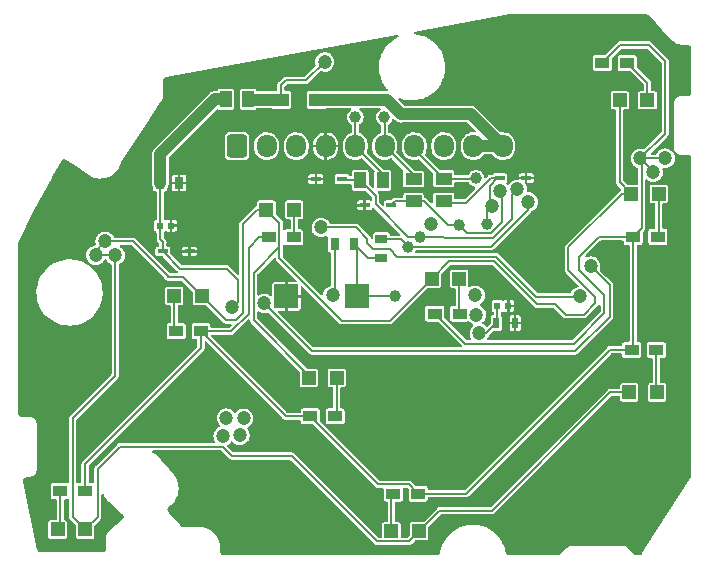
<source format=gbr>
%TF.GenerationSoftware,KiCad,Pcbnew,(6.0.6)*%
%TF.CreationDate,2023-05-08T04:55:46+09:00*%
%TF.ProjectId,128KB_64pin_Touch_L,3132384b-425f-4363-9470-696e5f546f75,rev?*%
%TF.SameCoordinates,Original*%
%TF.FileFunction,Copper,L1,Top*%
%TF.FilePolarity,Positive*%
%FSLAX46Y46*%
G04 Gerber Fmt 4.6, Leading zero omitted, Abs format (unit mm)*
G04 Created by KiCad (PCBNEW (6.0.6)) date 2023-05-08 04:55:46*
%MOMM*%
%LPD*%
G01*
G04 APERTURE LIST*
G04 Aperture macros list*
%AMRoundRect*
0 Rectangle with rounded corners*
0 $1 Rounding radius*
0 $2 $3 $4 $5 $6 $7 $8 $9 X,Y pos of 4 corners*
0 Add a 4 corners polygon primitive as box body*
4,1,4,$2,$3,$4,$5,$6,$7,$8,$9,$2,$3,0*
0 Add four circle primitives for the rounded corners*
1,1,$1+$1,$2,$3*
1,1,$1+$1,$4,$5*
1,1,$1+$1,$6,$7*
1,1,$1+$1,$8,$9*
0 Add four rect primitives between the rounded corners*
20,1,$1+$1,$2,$3,$4,$5,0*
20,1,$1+$1,$4,$5,$6,$7,0*
20,1,$1+$1,$6,$7,$8,$9,0*
20,1,$1+$1,$8,$9,$2,$3,0*%
G04 Aperture macros list end*
%TA.AperFunction,SMDPad,CuDef*%
%ADD10R,1.340000X1.140000*%
%TD*%
%TA.AperFunction,SMDPad,CuDef*%
%ADD11R,1.200000X0.950000*%
%TD*%
%TA.AperFunction,SMDPad,CuDef*%
%ADD12C,1.000000*%
%TD*%
%TA.AperFunction,SMDPad,CuDef*%
%ADD13R,0.540000X0.940000*%
%TD*%
%TA.AperFunction,SMDPad,CuDef*%
%ADD14R,1.150000X1.150000*%
%TD*%
%TA.AperFunction,SMDPad,CuDef*%
%ADD15R,1.400000X1.000000*%
%TD*%
%TA.AperFunction,SMDPad,CuDef*%
%ADD16R,2.000000X2.000000*%
%TD*%
%TA.AperFunction,SMDPad,CuDef*%
%ADD17R,0.600000X0.620000*%
%TD*%
%TA.AperFunction,SMDPad,CuDef*%
%ADD18R,1.000000X1.400000*%
%TD*%
%TA.AperFunction,SMDPad,CuDef*%
%ADD19R,0.870000X0.420000*%
%TD*%
%TA.AperFunction,SMDPad,CuDef*%
%ADD20R,0.800000X1.000000*%
%TD*%
%TA.AperFunction,SMDPad,CuDef*%
%ADD21R,1.000000X0.800000*%
%TD*%
%TA.AperFunction,ComponentPad*%
%ADD22RoundRect,0.250000X-0.600000X-0.725000X0.600000X-0.725000X0.600000X0.725000X-0.600000X0.725000X0*%
%TD*%
%TA.AperFunction,ComponentPad*%
%ADD23O,1.700000X1.950000*%
%TD*%
%TA.AperFunction,ViaPad*%
%ADD24C,1.200000*%
%TD*%
%TA.AperFunction,Conductor*%
%ADD25C,0.200000*%
%TD*%
%TA.AperFunction,Conductor*%
%ADD26C,1.000000*%
%TD*%
G04 APERTURE END LIST*
D10*
%TO.P,D2,1*%
%TO.N,Net-(D2-Pad1)*%
X140140000Y-81000000D03*
%TO.P,D2,2*%
%TO.N,Net-(D2-Pad2)*%
X143240000Y-81000000D03*
%TD*%
D11*
%TO.P,LED9,1*%
%TO.N,Net-(Q3-Pad3)*%
X133400000Y-100600000D03*
%TO.P,LED9,2*%
%TO.N,Net-(LED9-Pad2)*%
X131300000Y-100600000D03*
%TD*%
D12*
%TO.P,TP2,1,1*%
%TO.N,Net-(J1-Pad7)*%
X156680000Y-87660000D03*
%TD*%
D13*
%TO.P,C13,1*%
%TO.N,+5V*%
X158390000Y-99920000D03*
%TO.P,C13,2*%
%TO.N,GND*%
X159990000Y-99920000D03*
%TD*%
D14*
%TO.P,R13,1*%
%TO.N,+BATT*%
X169820000Y-88980000D03*
%TO.P,R13,2*%
%TO.N,Net-(LED2-Pad2)*%
X172170000Y-88980000D03*
%TD*%
%TO.P,R20,1*%
%TO.N,+BATT*%
X138940000Y-90310000D03*
%TO.P,R20,2*%
%TO.N,Net-(LED8-Pad2)*%
X141290000Y-90310000D03*
%TD*%
%TO.P,R17,1*%
%TO.N,+BATT*%
X123600000Y-117390000D03*
%TO.P,R17,2*%
%TO.N,Net-(R17-Pad2)*%
X121250000Y-117390000D03*
%TD*%
%TO.P,R15,1*%
%TO.N,+BATT*%
X169660000Y-105790000D03*
%TO.P,R15,2*%
%TO.N,Net-(R15-Pad2)*%
X172010000Y-105790000D03*
%TD*%
D15*
%TO.P,R1,1*%
%TO.N,Net-(J1-Pad7)*%
X153940000Y-87680000D03*
%TO.P,R1,2*%
%TO.N,Net-(IC2-Pad58)*%
X153940000Y-89580000D03*
%TD*%
D16*
%TO.P,S1,1,1*%
%TO.N,Net-(R12-Pad1)*%
X146625000Y-97655000D03*
%TO.P,S1,2,2*%
%TO.N,GND*%
X140625000Y-97655000D03*
%TD*%
D12*
%TO.P,TP6,1,1*%
%TO.N,Net-(IC2-Pad59)*%
X155210000Y-91600000D03*
%TD*%
D11*
%TO.P,LED3,1*%
%TO.N,Net-(Q3-Pad3)*%
X169860000Y-102180000D03*
%TO.P,LED3,2*%
%TO.N,Net-(R15-Pad2)*%
X171960000Y-102180000D03*
%TD*%
%TO.P,LED2,1*%
%TO.N,Net-(Q3-Pad3)*%
X169980000Y-92610000D03*
%TO.P,LED2,2*%
%TO.N,Net-(LED2-Pad2)*%
X172080000Y-92610000D03*
%TD*%
%TO.P,LED7,1*%
%TO.N,Net-(Q3-Pad3)*%
X153190000Y-99110000D03*
%TO.P,LED7,2*%
%TO.N,Net-(R19-Pad2)*%
X155290000Y-99110000D03*
%TD*%
%TO.P,LED1,1*%
%TO.N,Net-(Q3-Pad3)*%
X167380000Y-77880000D03*
%TO.P,LED1,2*%
%TO.N,Net-(LED1-Pad2)*%
X169480000Y-77880000D03*
%TD*%
D14*
%TO.P,R21,1*%
%TO.N,+BATT*%
X133480000Y-97610000D03*
%TO.P,R21,2*%
%TO.N,Net-(LED9-Pad2)*%
X131130000Y-97610000D03*
%TD*%
%TO.P,R11,1*%
%TO.N,+BATT*%
X168850000Y-81040000D03*
%TO.P,R11,2*%
%TO.N,Net-(LED1-Pad2)*%
X171200000Y-81040000D03*
%TD*%
D11*
%TO.P,LED5,1*%
%TO.N,Net-(Q3-Pad3)*%
X123580000Y-114140000D03*
%TO.P,LED5,2*%
%TO.N,Net-(R17-Pad2)*%
X121480000Y-114140000D03*
%TD*%
D17*
%TO.P,C2,1*%
%TO.N,Net-(C2-Pad1)*%
X129940000Y-91660000D03*
%TO.P,C2,2*%
%TO.N,GND*%
X130860000Y-91660000D03*
%TD*%
D12*
%TO.P,TP3,1,1*%
%TO.N,Net-(J1-Pad6)*%
X148920000Y-82490000D03*
%TD*%
D18*
%TO.P,R3,1*%
%TO.N,Net-(J1-Pad5)*%
X148780000Y-87830000D03*
%TO.P,R3,2*%
%TO.N,Net-(IC2-Pad60)*%
X146880000Y-87830000D03*
%TD*%
D14*
%TO.P,R16,1*%
%TO.N,+BATT*%
X151870000Y-117520000D03*
%TO.P,R16,2*%
%TO.N,Net-(R16-Pad2)*%
X149520000Y-117520000D03*
%TD*%
D18*
%TO.P,R4,1*%
%TO.N,Net-(D2-Pad1)*%
X137390000Y-80960000D03*
%TO.P,R4,2*%
%TO.N,Net-(C2-Pad1)*%
X135490000Y-80960000D03*
%TD*%
D17*
%TO.P,C10,1*%
%TO.N,+5V*%
X158500000Y-98470000D03*
%TO.P,C10,2*%
%TO.N,GND*%
X159420000Y-98470000D03*
%TD*%
D19*
%TO.P,Z4,1*%
%TO.N,Net-(IC2-Pad60)*%
X145365000Y-87725000D03*
%TO.P,Z4,2*%
%TO.N,GND*%
X143115000Y-87725000D03*
%TD*%
D14*
%TO.P,R19,1*%
%TO.N,+BATT*%
X152920000Y-96160000D03*
%TO.P,R19,2*%
%TO.N,Net-(R19-Pad2)*%
X155270000Y-96160000D03*
%TD*%
D19*
%TO.P,Z5,1*%
%TO.N,Net-(C2-Pad1)*%
X130175000Y-93845000D03*
%TO.P,Z5,2*%
%TO.N,GND*%
X132425000Y-93845000D03*
%TD*%
D12*
%TO.P,TP4,1,1*%
%TO.N,Net-(J1-Pad5)*%
X146470000Y-82480000D03*
%TD*%
%TO.P,TP52,1,1*%
%TO.N,Net-(R12-Pad1)*%
X149830000Y-97610000D03*
%TD*%
D20*
%TO.P,R14,1*%
%TO.N,Net-(R12-Pad1)*%
X146315000Y-93220000D03*
%TO.P,R14,2*%
%TO.N,+5V*%
X144715000Y-93220000D03*
%TD*%
D11*
%TO.P,LED4,1*%
%TO.N,Net-(Q3-Pad3)*%
X151780000Y-114350000D03*
%TO.P,LED4,2*%
%TO.N,Net-(R16-Pad2)*%
X149680000Y-114350000D03*
%TD*%
D12*
%TO.P,TP7,1,1*%
%TO.N,Net-(IC2-Pad58)*%
X157620000Y-91510000D03*
%TD*%
D11*
%TO.P,LED6,1*%
%TO.N,Net-(Q3-Pad3)*%
X142650000Y-107820000D03*
%TO.P,LED6,2*%
%TO.N,Net-(R18-Pad2)*%
X144750000Y-107820000D03*
%TD*%
D21*
%TO.P,R12,1*%
%TO.N,Net-(R12-Pad1)*%
X148670000Y-94410000D03*
%TO.P,R12,2*%
%TO.N,Net-(IC2-Pad61)*%
X148670000Y-92810000D03*
%TD*%
D19*
%TO.P,Z2,1*%
%TO.N,Net-(IC2-Pad58)*%
X158685000Y-87655000D03*
%TO.P,Z2,2*%
%TO.N,GND*%
X160935000Y-87655000D03*
%TD*%
D14*
%TO.P,R18,1*%
%TO.N,+BATT*%
X142540000Y-104550000D03*
%TO.P,R18,2*%
%TO.N,Net-(R18-Pad2)*%
X144890000Y-104550000D03*
%TD*%
D11*
%TO.P,LED8,1*%
%TO.N,Net-(Q3-Pad3)*%
X139140000Y-92660000D03*
%TO.P,LED8,2*%
%TO.N,Net-(LED8-Pad2)*%
X141240000Y-92660000D03*
%TD*%
D12*
%TO.P,TP36,1,1*%
%TO.N,Net-(IC2-Pad61)*%
X150960000Y-93450000D03*
%TD*%
%TO.P,TP5,1,1*%
%TO.N,Net-(IC2-Pad60)*%
X151940000Y-92630000D03*
%TD*%
D20*
%TO.P,R5,1*%
%TO.N,GND*%
X131550000Y-88060000D03*
%TO.P,R5,2*%
%TO.N,Net-(C2-Pad1)*%
X129950000Y-88060000D03*
%TD*%
D19*
%TO.P,Z3,1*%
%TO.N,Net-(IC2-Pad59)*%
X149505000Y-89945000D03*
%TO.P,Z3,2*%
%TO.N,GND*%
X147255000Y-89945000D03*
%TD*%
D15*
%TO.P,R2,1*%
%TO.N,Net-(J1-Pad6)*%
X151390000Y-87710000D03*
%TO.P,R2,2*%
%TO.N,Net-(IC2-Pad59)*%
X151390000Y-89610000D03*
%TD*%
D22*
%TO.P,J1,1,Pin_1*%
%TO.N,Net-(D1-Pad2)*%
X136451000Y-84940000D03*
D23*
%TO.P,J1,2,Pin_2*%
%TO.N,unconnected-(J1-Pad2)*%
X138951000Y-84940000D03*
%TO.P,J1,3,Pin_3*%
%TO.N,unconnected-(J1-Pad3)*%
X141451000Y-84940000D03*
%TO.P,J1,4,Pin_4*%
%TO.N,GND*%
X143951000Y-84940000D03*
%TO.P,J1,5,Pin_5*%
%TO.N,Net-(J1-Pad5)*%
X146451000Y-84940000D03*
%TO.P,J1,6,Pin_6*%
%TO.N,Net-(J1-Pad6)*%
X148951000Y-84940000D03*
%TO.P,J1,7,Pin_7*%
%TO.N,Net-(J1-Pad7)*%
X151451000Y-84940000D03*
%TO.P,J1,8,Pin_8*%
%TO.N,unconnected-(J1-Pad8)*%
X153951000Y-84940000D03*
%TO.P,J1,9,Pin_9*%
%TO.N,Net-(D2-Pad2)*%
X156451000Y-84940000D03*
%TO.P,J1,10,Pin_10*%
X158951000Y-84940000D03*
%TD*%
D24*
%TO.N,+5V*%
X156960000Y-100760000D03*
X156620000Y-97560000D03*
X135270000Y-109490000D03*
X136690000Y-109410000D03*
X137010000Y-107970000D03*
X135550000Y-107960000D03*
X156710000Y-99200000D03*
X144540000Y-97570000D03*
X152830000Y-91550000D03*
%TO.N,GND*%
X134460000Y-79300000D03*
X165200000Y-117530000D03*
X120680000Y-106620000D03*
X124970000Y-107420000D03*
X174090000Y-89520000D03*
X131540000Y-108180000D03*
X133080000Y-91990000D03*
X164610000Y-77900000D03*
X168540000Y-100640000D03*
X141740000Y-87120000D03*
X140110000Y-88350000D03*
X170650000Y-83370000D03*
X153900000Y-97670000D03*
X143860000Y-103230000D03*
X141610000Y-110020000D03*
X137440000Y-102720000D03*
X128090000Y-109010000D03*
X139660000Y-118240000D03*
X147290000Y-79180000D03*
X172080000Y-108180000D03*
X128010000Y-86270000D03*
X142180000Y-88710000D03*
X168650000Y-107780000D03*
X142290000Y-114420000D03*
X120840000Y-111560000D03*
X171360000Y-110410000D03*
X169020000Y-103960000D03*
X121350000Y-102400000D03*
X127840000Y-105190000D03*
X165050000Y-75860000D03*
X132110000Y-115970000D03*
X153070000Y-112560000D03*
X143380000Y-116310000D03*
X133680000Y-88860000D03*
X122300000Y-88010000D03*
X158240000Y-76700000D03*
X160870000Y-83730000D03*
X120570000Y-92890000D03*
X160190000Y-81980000D03*
X143740000Y-106140000D03*
X138380000Y-87010000D03*
X119120000Y-103060000D03*
X163320000Y-91880000D03*
X162860000Y-74510000D03*
X124110000Y-109410000D03*
X170240000Y-118010000D03*
X166610000Y-74870000D03*
X141270000Y-78340000D03*
X132230000Y-106080000D03*
X155290000Y-86420000D03*
X131700000Y-80450000D03*
X119990000Y-115670000D03*
X118880000Y-100060000D03*
X150030000Y-112500000D03*
X147050000Y-77190000D03*
X138090000Y-79020000D03*
X161320000Y-118260000D03*
X163340000Y-79650000D03*
X161080000Y-86420000D03*
X142500000Y-118270000D03*
X172850000Y-112270000D03*
X173850000Y-77300000D03*
X145930000Y-106210000D03*
X136470000Y-88200000D03*
X159710000Y-93650000D03*
X124270000Y-100620000D03*
X144040000Y-82570000D03*
X161470000Y-99510000D03*
X161390000Y-95660000D03*
X121720000Y-90870000D03*
X123420000Y-102900000D03*
X138070000Y-82780000D03*
X134260000Y-86340000D03*
X173930000Y-79690000D03*
X166760000Y-82170000D03*
X119200000Y-94590000D03*
X131210000Y-102460000D03*
X120420000Y-104760000D03*
X160440000Y-80130000D03*
X156290000Y-75740000D03*
X173400000Y-104120000D03*
X173750000Y-87530000D03*
X141230000Y-82680000D03*
X145500000Y-118240000D03*
X172610000Y-99540000D03*
X123120000Y-105240000D03*
X155450000Y-77660000D03*
X160750000Y-78250000D03*
X133960000Y-104180000D03*
X162940000Y-76540000D03*
X173650000Y-109850000D03*
X158620000Y-96930000D03*
X164720000Y-103310000D03*
X129490000Y-83560000D03*
X163240000Y-84750000D03*
X120710000Y-108930000D03*
X169990000Y-74990000D03*
X154110000Y-116900000D03*
X155070000Y-112890000D03*
X153750000Y-101190000D03*
X127210000Y-88470000D03*
X135630000Y-116760000D03*
X163530000Y-86780000D03*
X171010000Y-115390000D03*
X165890000Y-80210000D03*
X173920000Y-94440000D03*
X138550000Y-116310000D03*
X161360000Y-93860000D03*
X141070000Y-116280000D03*
X137750000Y-112200000D03*
X137190000Y-118400000D03*
X135370000Y-94260000D03*
X131730000Y-89300000D03*
X160150000Y-75390000D03*
X131690000Y-111490000D03*
%TO.N,+BATT*%
X126130000Y-94180000D03*
X124490000Y-94180000D03*
X125280000Y-92990000D03*
%TO.N,Net-(IC2-Pad61)*%
X161092655Y-89646586D03*
%TO.N,Net-(Q3-Pad3)*%
X170600000Y-85980000D03*
X172690000Y-85950000D03*
X171680000Y-87130000D03*
%TO.N,Net-(IC2-Pad60)*%
X160170366Y-88593975D03*
%TO.N,Net-(IC2-Pad59)*%
X158742709Y-88766990D03*
%TO.N,Net-(IC2-Pad58)*%
X157998964Y-89959936D03*
%TO.N,Net-(IC2-Pad5)*%
X138759500Y-98255553D03*
X166390000Y-95090000D03*
%TO.N,Net-(C5-Pad1)*%
X165485261Y-97661675D03*
X143580000Y-91810000D03*
%TO.N,Net-(D2-Pad1)*%
X143870000Y-77810000D03*
%TO.N,Net-(C2-Pad1)*%
X136031498Y-98526943D03*
%TD*%
D25*
%TO.N,+5V*%
X157550000Y-100760000D02*
X158390000Y-99920000D01*
X144715000Y-97395000D02*
X144540000Y-97570000D01*
X156960000Y-100760000D02*
X157550000Y-100760000D01*
X144715000Y-93220000D02*
X144715000Y-94195000D01*
X158500000Y-99810000D02*
X158390000Y-99920000D01*
X144715000Y-93220000D02*
X144715000Y-97395000D01*
X158500000Y-98470000D02*
X158500000Y-99810000D01*
%TO.N,+BATT*%
X169820000Y-88980000D02*
X169045000Y-88980000D01*
X130580000Y-95920000D02*
X130580000Y-96010000D01*
X124490000Y-94180000D02*
X124490000Y-93780000D01*
X142540000Y-104370000D02*
X137860000Y-99690000D01*
X136930998Y-94579042D02*
X136950000Y-94560040D01*
X137860000Y-99690000D02*
X137860000Y-95680000D01*
X161835000Y-98335000D02*
X158180000Y-94680000D01*
X136950000Y-94560040D02*
X136950000Y-91525000D01*
X140040000Y-94442086D02*
X145317914Y-99720000D01*
X130580000Y-96010000D02*
X131880000Y-96010000D01*
X168050000Y-105790000D02*
X158030000Y-115810000D01*
X158030000Y-115810000D02*
X153580000Y-115810000D01*
X165808773Y-99219500D02*
X164269500Y-99219500D01*
X126130000Y-94180000D02*
X124490000Y-94180000D01*
X124490000Y-93780000D02*
X125280000Y-92990000D01*
X169660000Y-105790000D02*
X168050000Y-105790000D01*
X150995000Y-118395000D02*
X151870000Y-117520000D01*
X125280000Y-92990000D02*
X125290000Y-93000000D01*
X126130000Y-104370000D02*
X122540000Y-107960000D01*
X166790000Y-98238273D02*
X165808773Y-99219500D01*
X169045000Y-88980000D02*
X164510000Y-93515000D01*
X136000000Y-111170000D02*
X141070000Y-111170000D01*
X138165000Y-90310000D02*
X138940000Y-90310000D01*
X149360000Y-99720000D02*
X152920000Y-96160000D01*
X140040000Y-91410000D02*
X140040000Y-93500000D01*
X138940000Y-90310000D02*
X140040000Y-91410000D01*
X124670000Y-112230000D02*
X126509443Y-110390557D01*
X135540000Y-99670000D02*
X136320000Y-99670000D01*
X135220557Y-110390557D02*
X136000000Y-111170000D01*
X145317914Y-99720000D02*
X149360000Y-99720000D01*
X148295000Y-118395000D02*
X150995000Y-118395000D01*
X164510000Y-93515000D02*
X164510000Y-95414328D01*
X136930998Y-99059002D02*
X136930998Y-94579042D01*
X126130000Y-94180000D02*
X126130000Y-104370000D01*
X122540000Y-116330000D02*
X123600000Y-117390000D01*
X164510000Y-95414328D02*
X166790000Y-97694328D01*
X125290000Y-93000000D02*
X127660000Y-93000000D01*
X163385000Y-98335000D02*
X161835000Y-98335000D01*
X166790000Y-97694328D02*
X166790000Y-98238273D01*
X122540000Y-107960000D02*
X122540000Y-116330000D01*
X141070000Y-111170000D02*
X148295000Y-118395000D01*
X136320000Y-99670000D02*
X136930998Y-99059002D01*
X153580000Y-115810000D02*
X151870000Y-117520000D01*
X127660000Y-93000000D02*
X130580000Y-95920000D01*
X133480000Y-97610000D02*
X135540000Y-99670000D01*
X136950000Y-91525000D02*
X138165000Y-90310000D01*
X164269500Y-99219500D02*
X163385000Y-98335000D01*
X124670000Y-116320000D02*
X124670000Y-112230000D01*
X140040000Y-93500000D02*
X140040000Y-94442086D01*
X131880000Y-96010000D02*
X133480000Y-97610000D01*
X154400000Y-94680000D02*
X152920000Y-96160000D01*
X158180000Y-94680000D02*
X154400000Y-94680000D01*
X137860000Y-95680000D02*
X140040000Y-93500000D01*
X142540000Y-104550000D02*
X142540000Y-104370000D01*
X168850000Y-81040000D02*
X168850000Y-88010000D01*
X126509443Y-110390557D02*
X135220557Y-110390557D01*
X168850000Y-88010000D02*
X169820000Y-88980000D01*
X123600000Y-117390000D02*
X124670000Y-116320000D01*
%TO.N,Net-(IC2-Pad61)*%
X150320000Y-92810000D02*
X150960000Y-93450000D01*
X157960000Y-93450000D02*
X161092655Y-90317345D01*
X161092655Y-90317345D02*
X161092655Y-89646586D01*
X148670000Y-92810000D02*
X150320000Y-92810000D01*
X150960000Y-93450000D02*
X157960000Y-93450000D01*
%TO.N,Net-(Q3-Pad3)*%
X172710000Y-83870000D02*
X172710000Y-77760000D01*
X168890000Y-76370000D02*
X167380000Y-77880000D01*
X155830000Y-114350000D02*
X151780000Y-114350000D01*
X165390000Y-95415020D02*
X167539501Y-97564521D01*
X138315020Y-92660000D02*
X139140000Y-92660000D01*
X172710000Y-77760000D02*
X171320000Y-76370000D01*
X167100000Y-92610000D02*
X165390000Y-94320000D01*
X169980000Y-92610000D02*
X169980000Y-100170000D01*
X169980000Y-100170000D02*
X169980000Y-102060000D01*
X170600000Y-85980000D02*
X172710000Y-83870000D01*
X164980500Y-101659500D02*
X155739500Y-101659500D01*
X171680000Y-87130000D02*
X171680000Y-87060000D01*
X135954980Y-100600000D02*
X137440499Y-99114481D01*
X167539501Y-97564521D02*
X167539501Y-99100499D01*
X170695000Y-91895000D02*
X169980000Y-92610000D01*
X151005000Y-113575000D02*
X148405000Y-113575000D01*
X155739500Y-101659500D02*
X153190000Y-99110000D01*
X140620000Y-107820000D02*
X133400000Y-100600000D01*
X148405000Y-113575000D02*
X142650000Y-107820000D01*
X168000000Y-102180000D02*
X155830000Y-114350000D01*
X137440499Y-93534521D02*
X138315020Y-92660000D01*
X172660000Y-85980000D02*
X172690000Y-85950000D01*
X133400000Y-100600000D02*
X133400000Y-102060000D01*
X171320000Y-76370000D02*
X168890000Y-76370000D01*
X151780000Y-114350000D02*
X151005000Y-113575000D01*
X169860000Y-102180000D02*
X168000000Y-102180000D01*
X170600000Y-85980000D02*
X170695000Y-86075000D01*
X171680000Y-87060000D02*
X170600000Y-85980000D01*
X170695000Y-86075000D02*
X170695000Y-91895000D01*
X142650000Y-107820000D02*
X140620000Y-107820000D01*
X133400000Y-102060000D02*
X123580000Y-111880000D01*
X123580000Y-111880000D02*
X123580000Y-114140000D01*
X167539501Y-99100499D02*
X164980500Y-101659500D01*
X169980000Y-102060000D02*
X169860000Y-102180000D01*
X137440499Y-99114481D02*
X137440499Y-93534521D01*
X170600000Y-85980000D02*
X172660000Y-85980000D01*
X169980000Y-92610000D02*
X167100000Y-92610000D01*
X133400000Y-100600000D02*
X135954980Y-100600000D01*
X165390000Y-94320000D02*
X165390000Y-95415020D01*
%TO.N,Net-(IC2-Pad60)*%
X153910000Y-92630000D02*
X151940000Y-92630000D01*
X146880000Y-87830000D02*
X145470000Y-87830000D01*
X159704714Y-89059627D02*
X160170366Y-88593975D01*
X159704714Y-91140306D02*
X159704714Y-89059627D01*
X151940000Y-92630000D02*
X150945000Y-92630000D01*
X148190000Y-89875000D02*
X148190000Y-89140000D01*
X158105020Y-92740000D02*
X159704714Y-91140306D01*
X148190000Y-89140000D02*
X146880000Y-87830000D01*
X154020000Y-92740000D02*
X153910000Y-92630000D01*
X154020000Y-92740000D02*
X158105020Y-92740000D01*
X150945000Y-92630000D02*
X148190000Y-89875000D01*
X145470000Y-87830000D02*
X145365000Y-87725000D01*
%TO.N,Net-(IC2-Pad59)*%
X155920000Y-92310000D02*
X157951371Y-92310000D01*
X151390000Y-89610000D02*
X149840000Y-89610000D01*
X158898464Y-91362907D02*
X158898464Y-88922745D01*
X158898464Y-88922745D02*
X158742709Y-88766990D01*
X151390000Y-89610000D02*
X152290000Y-89610000D01*
X152290000Y-89610000D02*
X154280000Y-91600000D01*
X149840000Y-89610000D02*
X149505000Y-89945000D01*
X155210000Y-91600000D02*
X155920000Y-92310000D01*
X154280000Y-91600000D02*
X155210000Y-91600000D01*
X157951371Y-92310000D02*
X158898464Y-91362907D01*
%TO.N,Net-(IC2-Pad58)*%
X157843209Y-89804181D02*
X157998964Y-89959936D01*
X157843209Y-88271791D02*
X157843209Y-89804181D01*
X158460000Y-87655000D02*
X157843209Y-88271791D01*
X153940000Y-89580000D02*
X154105000Y-89745000D01*
X158685000Y-87655000D02*
X158460000Y-87655000D01*
X154105000Y-89745000D02*
X155825000Y-89745000D01*
X153940000Y-89580000D02*
X154220000Y-89580000D01*
X157620000Y-91510000D02*
X157620000Y-90338900D01*
X157915000Y-87655000D02*
X158685000Y-87655000D01*
X157620000Y-90338900D02*
X157998964Y-89959936D01*
X155825000Y-89745000D02*
X157915000Y-87655000D01*
%TO.N,Net-(IC2-Pad5)*%
X142783947Y-102280000D02*
X138759500Y-98255553D01*
X168009002Y-96709002D02*
X168009002Y-99358912D01*
X165087914Y-102280000D02*
X142783947Y-102280000D01*
X166390000Y-95090000D02*
X168009002Y-96709002D01*
X168009002Y-99358912D02*
X165087914Y-102280000D01*
%TO.N,Net-(J1-Pad6)*%
X151390000Y-87710000D02*
X151390000Y-87379000D01*
X148951000Y-84940000D02*
X148951000Y-82521000D01*
X151390000Y-87379000D02*
X148951000Y-84940000D01*
X148951000Y-82521000D02*
X148920000Y-82490000D01*
%TO.N,Net-(C5-Pad1)*%
X150030499Y-94280499D02*
X158345479Y-94280499D01*
X161766023Y-97701043D02*
X165445893Y-97701043D01*
X143580000Y-91810000D02*
X146490000Y-91810000D01*
X149370000Y-93620000D02*
X150030499Y-94280499D01*
X146490000Y-91810000D02*
X147490000Y-92810000D01*
X147490000Y-93170000D02*
X147940000Y-93620000D01*
X147940000Y-93620000D02*
X149370000Y-93620000D01*
X147490000Y-92810000D02*
X147490000Y-93170000D01*
X165445893Y-97701043D02*
X165485261Y-97661675D01*
X158345479Y-94280499D02*
X161766023Y-97701043D01*
%TO.N,Net-(D2-Pad1)*%
X142320000Y-79360000D02*
X143870000Y-77810000D01*
X140570000Y-79360000D02*
X142320000Y-79360000D01*
X140140000Y-81000000D02*
X140140000Y-79790000D01*
D26*
X140140000Y-81000000D02*
X137430000Y-81000000D01*
D25*
X140140000Y-79790000D02*
X140570000Y-79360000D01*
X137430000Y-81000000D02*
X137390000Y-80960000D01*
%TO.N,Net-(J1-Pad7)*%
X156660000Y-87680000D02*
X156680000Y-87660000D01*
X151451000Y-85191000D02*
X153940000Y-87680000D01*
X153940000Y-87680000D02*
X156660000Y-87680000D01*
X151451000Y-84940000D02*
X151451000Y-85191000D01*
%TO.N,Net-(J1-Pad5)*%
X146451000Y-84940000D02*
X146451000Y-82499000D01*
X146451000Y-82499000D02*
X146470000Y-82480000D01*
X146451000Y-84940000D02*
X148780000Y-87269000D01*
X148780000Y-87269000D02*
X148780000Y-87830000D01*
%TO.N,Net-(R12-Pad1)*%
X148670000Y-94410000D02*
X147505000Y-94410000D01*
X146625000Y-93530000D02*
X146315000Y-93220000D01*
X146625000Y-97655000D02*
X146625000Y-93530000D01*
X147505000Y-94410000D02*
X146315000Y-93220000D01*
X149830000Y-97610000D02*
X146670000Y-97610000D01*
X146670000Y-97610000D02*
X146625000Y-97655000D01*
D26*
%TO.N,Net-(D2-Pad2)*%
X149127057Y-81000000D02*
X143240000Y-81000000D01*
X156241000Y-82230000D02*
X150357057Y-82230000D01*
X156451000Y-84940000D02*
X158951000Y-84940000D01*
X150357057Y-82230000D02*
X149127057Y-81000000D01*
X158951000Y-84940000D02*
X156241000Y-82230000D01*
D25*
%TO.N,Net-(C2-Pad1)*%
X130175000Y-93045000D02*
X129940000Y-92810000D01*
X136530000Y-98100000D02*
X136103057Y-98526943D01*
X136530000Y-96290000D02*
X136530000Y-98100000D01*
X129940000Y-92810000D02*
X129940000Y-91660000D01*
D26*
X129950000Y-85610000D02*
X129950000Y-88060000D01*
D25*
X136530000Y-98100000D02*
X136240000Y-98390000D01*
D26*
X135490000Y-80960000D02*
X134600000Y-80960000D01*
D25*
X136103057Y-98526943D02*
X136031498Y-98526943D01*
X129950000Y-88060000D02*
X129950000Y-91650000D01*
X129950000Y-91650000D02*
X129940000Y-91660000D01*
X131650000Y-95320000D02*
X135560000Y-95320000D01*
X130175000Y-93845000D02*
X131650000Y-95320000D01*
X135560000Y-95320000D02*
X136530000Y-96290000D01*
D26*
X134600000Y-80960000D02*
X129950000Y-85610000D01*
D25*
X130175000Y-93845000D02*
X130175000Y-93045000D01*
X136240000Y-98390000D02*
X136210000Y-98390000D01*
%TO.N,Net-(LED2-Pad2)*%
X172170000Y-92520000D02*
X172080000Y-92610000D01*
X172170000Y-88980000D02*
X172170000Y-92520000D01*
%TO.N,Net-(R15-Pad2)*%
X171960000Y-105740000D02*
X172010000Y-105790000D01*
X171960000Y-102180000D02*
X171960000Y-105740000D01*
%TO.N,Net-(R16-Pad2)*%
X149520000Y-114510000D02*
X149680000Y-114350000D01*
X149520000Y-117520000D02*
X149520000Y-114510000D01*
%TO.N,Net-(LED1-Pad2)*%
X171200000Y-79600000D02*
X171200000Y-81040000D01*
X169480000Y-77880000D02*
X171200000Y-79600000D01*
%TO.N,Net-(LED8-Pad2)*%
X141290000Y-92610000D02*
X141240000Y-92660000D01*
X141290000Y-90310000D02*
X141290000Y-92610000D01*
%TO.N,Net-(R19-Pad2)*%
X155270000Y-96160000D02*
X155270000Y-99090000D01*
X155270000Y-99090000D02*
X155290000Y-99110000D01*
%TO.N,Net-(R18-Pad2)*%
X144890000Y-107680000D02*
X144750000Y-107820000D01*
X144890000Y-104550000D02*
X144890000Y-107680000D01*
%TO.N,Net-(R17-Pad2)*%
X121480000Y-117160000D02*
X121250000Y-117390000D01*
X121480000Y-114140000D02*
X121480000Y-117160000D01*
%TO.N,Net-(LED9-Pad2)*%
X131130000Y-100430000D02*
X131300000Y-100600000D01*
X131130000Y-97610000D02*
X131130000Y-100430000D01*
%TD*%
%TA.AperFunction,Conductor*%
%TO.N,GND*%
G36*
X171141159Y-73783023D02*
G01*
X171152600Y-73785656D01*
X171163476Y-73783197D01*
X171164868Y-73783200D01*
X171178758Y-73784207D01*
X171223203Y-73790594D01*
X171250193Y-73798509D01*
X171301836Y-73822056D01*
X171325510Y-73837241D01*
X171359557Y-73866675D01*
X171369651Y-73876760D01*
X171369805Y-73876938D01*
X171375048Y-73886782D01*
X171385425Y-73894393D01*
X171401355Y-73909004D01*
X172958966Y-75687907D01*
X172963876Y-75693515D01*
X172976855Y-75712349D01*
X172981979Y-75722010D01*
X172982449Y-75722552D01*
X172986952Y-75725843D01*
X172991066Y-75729628D01*
X172990953Y-75729751D01*
X172995774Y-75733918D01*
X173146769Y-75887594D01*
X173328981Y-76032481D01*
X173527522Y-76154032D01*
X173530275Y-76155284D01*
X173530278Y-76155286D01*
X173567244Y-76172102D01*
X173739421Y-76250428D01*
X173742312Y-76251337D01*
X173742313Y-76251337D01*
X173958609Y-76319317D01*
X173958612Y-76319318D01*
X173961505Y-76320227D01*
X174066876Y-76339629D01*
X174187472Y-76361835D01*
X174187480Y-76361836D01*
X174190451Y-76362383D01*
X174404548Y-76375174D01*
X174411064Y-76376113D01*
X174411086Y-76375923D01*
X174416651Y-76376555D01*
X174422116Y-76377813D01*
X174422834Y-76377813D01*
X174434334Y-76375171D01*
X174456501Y-76372657D01*
X174586496Y-76372657D01*
X174608685Y-76375176D01*
X174620151Y-76377813D01*
X174630738Y-76375418D01*
X174645211Y-76376570D01*
X174697582Y-76384866D01*
X174727036Y-76394436D01*
X174782594Y-76422744D01*
X174807650Y-76440948D01*
X174828123Y-76461420D01*
X174851743Y-76485039D01*
X174869946Y-76510089D01*
X174898260Y-76565652D01*
X174907831Y-76595104D01*
X174916135Y-76647509D01*
X174917227Y-76661524D01*
X174914861Y-76671816D01*
X174917574Y-76683799D01*
X174920017Y-76705658D01*
X174920017Y-80338153D01*
X174917501Y-80360331D01*
X174914861Y-80371816D01*
X174917258Y-80382403D01*
X174916107Y-80396876D01*
X174907817Y-80449244D01*
X174898248Y-80478704D01*
X174869943Y-80534265D01*
X174851738Y-80559325D01*
X174807654Y-80603415D01*
X174782594Y-80621624D01*
X174727039Y-80649933D01*
X174697584Y-80659505D01*
X174645382Y-80667776D01*
X174631215Y-80668879D01*
X174620869Y-80666501D01*
X174609995Y-80668962D01*
X174609994Y-80668962D01*
X174608877Y-80669215D01*
X174587024Y-80671657D01*
X174154802Y-80671657D01*
X174132445Y-80669099D01*
X174121242Y-80666502D01*
X174120524Y-80666501D01*
X174115077Y-80667743D01*
X174115072Y-80667744D01*
X174112522Y-80668326D01*
X174100210Y-80670328D01*
X174055961Y-80674685D01*
X173983209Y-80681847D01*
X173978556Y-80683258D01*
X173978552Y-80683259D01*
X173855831Y-80720480D01*
X173855828Y-80720481D01*
X173851170Y-80721894D01*
X173846874Y-80724190D01*
X173799164Y-80749689D01*
X173729481Y-80786931D01*
X173622817Y-80874457D01*
X173619730Y-80878218D01*
X173619729Y-80878219D01*
X173600519Y-80901624D01*
X173535278Y-80981111D01*
X173532987Y-80985397D01*
X173532984Y-80985401D01*
X173472518Y-81098506D01*
X173470227Y-81102792D01*
X173430164Y-81234827D01*
X173429687Y-81239670D01*
X173429686Y-81239673D01*
X173418688Y-81351245D01*
X173416606Y-81363900D01*
X173414862Y-81371421D01*
X173414861Y-81372139D01*
X173417540Y-81383887D01*
X173420017Y-81405896D01*
X173420017Y-84937862D01*
X173417458Y-84960226D01*
X173414862Y-84971421D01*
X173414861Y-84972139D01*
X173416627Y-84979887D01*
X173418627Y-84992187D01*
X173430168Y-85109465D01*
X173431578Y-85114113D01*
X173431578Y-85114115D01*
X173434851Y-85124907D01*
X173470216Y-85241514D01*
X173535257Y-85363212D01*
X173622793Y-85469881D01*
X173729458Y-85557422D01*
X173733749Y-85559715D01*
X173733748Y-85559715D01*
X173846869Y-85620181D01*
X173846872Y-85620182D01*
X173851152Y-85622470D01*
X173983200Y-85662524D01*
X174039174Y-85668035D01*
X174099637Y-85673989D01*
X174112289Y-85676070D01*
X174113741Y-85676406D01*
X174119806Y-85677812D01*
X174120524Y-85677813D01*
X174128164Y-85676070D01*
X174132255Y-85675137D01*
X174154274Y-85672657D01*
X174586496Y-85672657D01*
X174608685Y-85675176D01*
X174620151Y-85677813D01*
X174630738Y-85675418D01*
X174645211Y-85676570D01*
X174697582Y-85684866D01*
X174727036Y-85694436D01*
X174743412Y-85702780D01*
X174782594Y-85722744D01*
X174807650Y-85740948D01*
X174817072Y-85750369D01*
X174851743Y-85785039D01*
X174869946Y-85810089D01*
X174898260Y-85865652D01*
X174907831Y-85895103D01*
X174915882Y-85945910D01*
X174916135Y-85947509D01*
X174917227Y-85961524D01*
X174914861Y-85971816D01*
X174917574Y-85983799D01*
X174920017Y-86005658D01*
X174920017Y-112758186D01*
X174917505Y-112780342D01*
X174914861Y-112791857D01*
X174917325Y-112802732D01*
X174917308Y-112813877D01*
X174916347Y-112813876D01*
X174916978Y-112823774D01*
X174915958Y-112834369D01*
X174915421Y-112839942D01*
X174911785Y-112858618D01*
X174900863Y-112895418D01*
X174893716Y-112913065D01*
X174886458Y-112926968D01*
X174880632Y-112934788D01*
X174881519Y-112935368D01*
X174875415Y-112944703D01*
X174867393Y-112952441D01*
X174862551Y-112965510D01*
X174853251Y-112984248D01*
X171959213Y-117533605D01*
X170771959Y-119399939D01*
X170757696Y-119417509D01*
X170757655Y-119417572D01*
X170749680Y-119425362D01*
X170745872Y-119435839D01*
X170743175Y-119440020D01*
X170735951Y-119449836D01*
X170715467Y-119474347D01*
X170713955Y-119476156D01*
X170695887Y-119492976D01*
X170657695Y-119520511D01*
X170655546Y-119522060D01*
X170633880Y-119533886D01*
X170598469Y-119547810D01*
X170587596Y-119552085D01*
X170563678Y-119558183D01*
X170545465Y-119560465D01*
X170528860Y-119562545D01*
X170516346Y-119563313D01*
X170513214Y-119563306D01*
X170502349Y-119560804D01*
X170490330Y-119563519D01*
X170490295Y-119563527D01*
X170468481Y-119565960D01*
X170290924Y-119565960D01*
X170268740Y-119563442D01*
X170268179Y-119563313D01*
X170257267Y-119560804D01*
X170246391Y-119563265D01*
X170242700Y-119563259D01*
X170229955Y-119562412D01*
X170197286Y-119558112D01*
X170192318Y-119557458D01*
X170167353Y-119550768D01*
X170119209Y-119530825D01*
X170096828Y-119517904D01*
X170066710Y-119494793D01*
X170066397Y-119494552D01*
X170056541Y-119485893D01*
X170054956Y-119484302D01*
X170049040Y-119474852D01*
X170038636Y-119468287D01*
X170021463Y-119454566D01*
X169562370Y-118995473D01*
X169548373Y-118977860D01*
X169545257Y-118972864D01*
X169545254Y-118972861D01*
X169542282Y-118968095D01*
X169541775Y-118967587D01*
X169535266Y-118963497D01*
X169525149Y-118956210D01*
X169433865Y-118881299D01*
X169312172Y-118816256D01*
X169180129Y-118776202D01*
X169063690Y-118764733D01*
X169051042Y-118762653D01*
X169043528Y-118760911D01*
X169042810Y-118760910D01*
X169037361Y-118762153D01*
X169037360Y-118762153D01*
X169031074Y-118763587D01*
X169009057Y-118766066D01*
X164891091Y-118766066D01*
X164868734Y-118763508D01*
X164862998Y-118762178D01*
X164862989Y-118762177D01*
X164857528Y-118760911D01*
X164856810Y-118760910D01*
X164849155Y-118762656D01*
X164836862Y-118764657D01*
X164719492Y-118776214D01*
X164714836Y-118777626D01*
X164714832Y-118777627D01*
X164592107Y-118814851D01*
X164592105Y-118814852D01*
X164587449Y-118816264D01*
X164583156Y-118818558D01*
X164583157Y-118818558D01*
X164470057Y-118879006D01*
X164465757Y-118881304D01*
X164462000Y-118884387D01*
X164461997Y-118884389D01*
X164375314Y-118955521D01*
X164364900Y-118962993D01*
X164358350Y-118967077D01*
X164357842Y-118967584D01*
X164354877Y-118972300D01*
X164354876Y-118972302D01*
X164351434Y-118977778D01*
X164337622Y-118995095D01*
X163878523Y-119454194D01*
X163861064Y-119468095D01*
X163851079Y-119474347D01*
X163845131Y-119483774D01*
X163842520Y-119486377D01*
X163832908Y-119494793D01*
X163802793Y-119517904D01*
X163802786Y-119517909D01*
X163780401Y-119530833D01*
X163732257Y-119550776D01*
X163707294Y-119557466D01*
X163669366Y-119562460D01*
X163656268Y-119563307D01*
X163653926Y-119563303D01*
X163643060Y-119560804D01*
X163631060Y-119563519D01*
X163609213Y-119565960D01*
X159533428Y-119565960D01*
X159517216Y-119564624D01*
X159507409Y-119562996D01*
X159496415Y-119561171D01*
X159485717Y-119564294D01*
X159484212Y-119564384D01*
X159470352Y-119564242D01*
X159425300Y-119560614D01*
X159397987Y-119554441D01*
X159360590Y-119540187D01*
X159344573Y-119534082D01*
X159320089Y-119520514D01*
X159274506Y-119486010D01*
X159254798Y-119466126D01*
X159220704Y-119420246D01*
X159207350Y-119395638D01*
X159194781Y-119361765D01*
X159192243Y-119349279D01*
X159191942Y-119349363D01*
X159189567Y-119340839D01*
X159189677Y-119339213D01*
X159189563Y-119338504D01*
X159187933Y-119334472D01*
X159187542Y-119332691D01*
X159187600Y-119328057D01*
X159186457Y-119325604D01*
X159186548Y-119323468D01*
X159185563Y-119323684D01*
X159173910Y-119270647D01*
X159120945Y-119029583D01*
X159120047Y-119026951D01*
X159019651Y-118732775D01*
X159019649Y-118732770D01*
X159018749Y-118730133D01*
X159003672Y-118698230D01*
X158884740Y-118446579D01*
X158883551Y-118444063D01*
X158717063Y-118174998D01*
X158696171Y-118148448D01*
X158523116Y-117928532D01*
X158521395Y-117926345D01*
X158507700Y-117912482D01*
X158300989Y-117703244D01*
X158299024Y-117701255D01*
X158296844Y-117699496D01*
X158054941Y-117504330D01*
X158054937Y-117504327D01*
X158052769Y-117502578D01*
X157785747Y-117332832D01*
X157783254Y-117331617D01*
X157783246Y-117331612D01*
X157503852Y-117195389D01*
X157503848Y-117195387D01*
X157501343Y-117194166D01*
X157498716Y-117193234D01*
X157498712Y-117193232D01*
X157300458Y-117122870D01*
X157203157Y-117088337D01*
X157200445Y-117087707D01*
X157200440Y-117087705D01*
X156897680Y-117017315D01*
X156897675Y-117017314D01*
X156894969Y-117016685D01*
X156580680Y-116980119D01*
X156577890Y-116980110D01*
X156577889Y-116980110D01*
X156267075Y-116979111D01*
X156264273Y-116979102D01*
X155949756Y-117013646D01*
X155641113Y-117083313D01*
X155342253Y-117187222D01*
X155056962Y-117324056D01*
X154788855Y-117492081D01*
X154541326Y-117689170D01*
X154498123Y-117732343D01*
X154320050Y-117910291D01*
X154317513Y-117912826D01*
X154315779Y-117915001D01*
X154315776Y-117915004D01*
X154121985Y-118158037D01*
X154121979Y-118158045D01*
X154120249Y-118160215D01*
X153952034Y-118428204D01*
X153814999Y-118713398D01*
X153710879Y-119012184D01*
X153710263Y-119014905D01*
X153642270Y-119315143D01*
X153642136Y-119315664D01*
X153640419Y-119319782D01*
X153640424Y-119319870D01*
X153640391Y-119319949D01*
X153640271Y-119320657D01*
X153640575Y-119325910D01*
X153636087Y-119350292D01*
X153629569Y-119370704D01*
X153624217Y-119387462D01*
X153612206Y-119412372D01*
X153581188Y-119458759D01*
X153562750Y-119479380D01*
X153520109Y-119515374D01*
X153496693Y-119530086D01*
X153451149Y-119550468D01*
X153445762Y-119552879D01*
X153419187Y-119560539D01*
X153375734Y-119566685D01*
X153361729Y-119567661D01*
X153361329Y-119567660D01*
X153350462Y-119565165D01*
X153339586Y-119567630D01*
X153338517Y-119567872D01*
X153316635Y-119570321D01*
X135343200Y-119570321D01*
X135321009Y-119567802D01*
X135320409Y-119567664D01*
X135309544Y-119565165D01*
X135298956Y-119567560D01*
X135284480Y-119566407D01*
X135259264Y-119562412D01*
X135232121Y-119558112D01*
X135202666Y-119548540D01*
X135147114Y-119520233D01*
X135122057Y-119502029D01*
X135077968Y-119457940D01*
X135059763Y-119432882D01*
X135049472Y-119412684D01*
X135046261Y-119406383D01*
X135031460Y-119377335D01*
X135021889Y-119347881D01*
X135013556Y-119295285D01*
X135012476Y-119281414D01*
X135014831Y-119271171D01*
X135012117Y-119259178D01*
X135009675Y-119237326D01*
X135009675Y-118905105D01*
X135012233Y-118882748D01*
X135013563Y-118877012D01*
X135013564Y-118877003D01*
X135014830Y-118871542D01*
X135014831Y-118870824D01*
X135013691Y-118865828D01*
X135013572Y-118864524D01*
X135011746Y-118838976D01*
X134996673Y-118628197D01*
X134944970Y-118390510D01*
X134874291Y-118201009D01*
X134861201Y-118165911D01*
X134861201Y-118165910D01*
X134859966Y-118162600D01*
X134743391Y-117949107D01*
X134597619Y-117754378D01*
X134425618Y-117582378D01*
X134230889Y-117436607D01*
X134017396Y-117320033D01*
X134014083Y-117318797D01*
X134014080Y-117318796D01*
X133943303Y-117292398D01*
X133789486Y-117235029D01*
X133551798Y-117183326D01*
X133352460Y-117169072D01*
X133317173Y-117166549D01*
X133314971Y-117166344D01*
X133309890Y-117165166D01*
X133309172Y-117165165D01*
X133297433Y-117167843D01*
X133275423Y-117170321D01*
X131916926Y-117170321D01*
X131894916Y-117167843D01*
X131883177Y-117165165D01*
X131872306Y-117167645D01*
X131870816Y-117167645D01*
X131856979Y-117166673D01*
X131811604Y-117160268D01*
X131784702Y-117152469D01*
X131732041Y-117128692D01*
X131708399Y-117113670D01*
X131673533Y-117083823D01*
X131663428Y-117073829D01*
X131663183Y-117073549D01*
X131657890Y-117063740D01*
X131648558Y-117056973D01*
X131631972Y-117041792D01*
X130689418Y-115957952D01*
X130683838Y-115950915D01*
X130671518Y-115933841D01*
X130671517Y-115933840D01*
X130664993Y-115924798D01*
X130655454Y-115919621D01*
X130645334Y-115909219D01*
X130611042Y-115868004D01*
X130595201Y-115841389D01*
X130571869Y-115782944D01*
X130565026Y-115752735D01*
X130560896Y-115689932D01*
X130563723Y-115659094D01*
X130579202Y-115598084D01*
X130591420Y-115569630D01*
X130596433Y-115561682D01*
X130619975Y-115524351D01*
X130628441Y-115513028D01*
X130637029Y-115506831D01*
X130641176Y-115499189D01*
X130644608Y-115495772D01*
X130812931Y-115349048D01*
X130814231Y-115347915D01*
X130832982Y-115335038D01*
X130842808Y-115329840D01*
X130843351Y-115329371D01*
X130846287Y-115325361D01*
X130846855Y-115324772D01*
X130937165Y-115234899D01*
X131027913Y-115144589D01*
X131029961Y-115141899D01*
X131029966Y-115141893D01*
X131184021Y-114939521D01*
X131186071Y-114936828D01*
X131314337Y-114709394D01*
X131320725Y-114693231D01*
X131409054Y-114469717D01*
X131409056Y-114469712D01*
X131410302Y-114466558D01*
X131472164Y-114212882D01*
X131498760Y-113953130D01*
X131497467Y-113916309D01*
X131493150Y-113793469D01*
X131489591Y-113692180D01*
X131481469Y-113645504D01*
X131445411Y-113438279D01*
X131445410Y-113438275D01*
X131444829Y-113434936D01*
X131382791Y-113240886D01*
X131366350Y-113189461D01*
X131366350Y-113189460D01*
X131365316Y-113186227D01*
X131361303Y-113177847D01*
X131254011Y-112953790D01*
X131254009Y-112953787D01*
X131252543Y-112950725D01*
X131220697Y-112902513D01*
X131110501Y-112735685D01*
X131110496Y-112735679D01*
X131108631Y-112732855D01*
X131106399Y-112730315D01*
X131106390Y-112730303D01*
X130940021Y-112540962D01*
X130939826Y-112540729D01*
X130937293Y-112536705D01*
X130936784Y-112536199D01*
X130932048Y-112533249D01*
X130927665Y-112529778D01*
X130928230Y-112529064D01*
X130913731Y-112516707D01*
X130701747Y-112273026D01*
X130028832Y-111499496D01*
X129915834Y-111369602D01*
X129903042Y-111350964D01*
X129903007Y-111350897D01*
X129897733Y-111340941D01*
X129897263Y-111340399D01*
X129892768Y-111337111D01*
X129892205Y-111336592D01*
X129888896Y-111333401D01*
X129723501Y-111166323D01*
X129723499Y-111166321D01*
X129721219Y-111164018D01*
X129718661Y-111162034D01*
X129718657Y-111162031D01*
X129526898Y-111013341D01*
X129526895Y-111013339D01*
X129524339Y-111011357D01*
X129309216Y-110885701D01*
X129298808Y-110881328D01*
X129252484Y-110841356D01*
X129238502Y-110781790D01*
X129262202Y-110725381D01*
X129314533Y-110693677D01*
X129337156Y-110691057D01*
X135055078Y-110691057D01*
X135113269Y-110709964D01*
X135125082Y-110720053D01*
X135749680Y-111344651D01*
X135752380Y-111347780D01*
X135754575Y-111352269D01*
X135761278Y-111358487D01*
X135790822Y-111385893D01*
X135793498Y-111388469D01*
X135807277Y-111402248D01*
X135810987Y-111404793D01*
X135814900Y-111408229D01*
X135836646Y-111428401D01*
X135845132Y-111431787D01*
X135845134Y-111431788D01*
X135847337Y-111432667D01*
X135866648Y-111442978D01*
X135868607Y-111444322D01*
X135868610Y-111444323D01*
X135876146Y-111449493D01*
X135885038Y-111451603D01*
X135885040Y-111451604D01*
X135902066Y-111455644D01*
X135915885Y-111460014D01*
X135940622Y-111469883D01*
X135946915Y-111470500D01*
X135953085Y-111470500D01*
X135975941Y-111473175D01*
X135985066Y-111475340D01*
X136013988Y-111471404D01*
X136027337Y-111470500D01*
X140904521Y-111470500D01*
X140962712Y-111489407D01*
X140974525Y-111499496D01*
X148044680Y-118569651D01*
X148047380Y-118572780D01*
X148049575Y-118577269D01*
X148056278Y-118583487D01*
X148085822Y-118610893D01*
X148088498Y-118613469D01*
X148102277Y-118627248D01*
X148105987Y-118629793D01*
X148109900Y-118633229D01*
X148131646Y-118653401D01*
X148140134Y-118656788D01*
X148140135Y-118656788D01*
X148142336Y-118657666D01*
X148161652Y-118667980D01*
X148163607Y-118669321D01*
X148163610Y-118669322D01*
X148171146Y-118674492D01*
X148197058Y-118680641D01*
X148210884Y-118685014D01*
X148229132Y-118692294D01*
X148229134Y-118692294D01*
X148235622Y-118694883D01*
X148241915Y-118695500D01*
X148248084Y-118695500D01*
X148270943Y-118698175D01*
X148271173Y-118698230D01*
X148271175Y-118698230D01*
X148280066Y-118700340D01*
X148308988Y-118696404D01*
X148322337Y-118695500D01*
X150941492Y-118695500D01*
X150945617Y-118695803D01*
X150950342Y-118697425D01*
X150999761Y-118695570D01*
X151003474Y-118695500D01*
X151022948Y-118695500D01*
X151027378Y-118694675D01*
X151032571Y-118694339D01*
X151048602Y-118693737D01*
X151053075Y-118693569D01*
X151062208Y-118693226D01*
X151070602Y-118689620D01*
X151070605Y-118689619D01*
X151072783Y-118688683D01*
X151093734Y-118682317D01*
X151105053Y-118680209D01*
X151127729Y-118666232D01*
X151140596Y-118659548D01*
X151158642Y-118651795D01*
X151158643Y-118651794D01*
X151165063Y-118649036D01*
X151169949Y-118645022D01*
X151174313Y-118640658D01*
X151192368Y-118626387D01*
X151200348Y-118621468D01*
X151218018Y-118598231D01*
X151226810Y-118588161D01*
X151490475Y-118324496D01*
X151544992Y-118296719D01*
X151560479Y-118295500D01*
X152464748Y-118295500D01*
X152490995Y-118290279D01*
X152513666Y-118285770D01*
X152513668Y-118285769D01*
X152523231Y-118283867D01*
X152589552Y-118239552D01*
X152633867Y-118173231D01*
X152635987Y-118162577D01*
X152644552Y-118119512D01*
X152645500Y-118114748D01*
X152645500Y-117210479D01*
X152664407Y-117152288D01*
X152674496Y-117140475D01*
X153675476Y-116139496D01*
X153729993Y-116111719D01*
X153745480Y-116110500D01*
X157976492Y-116110500D01*
X157980617Y-116110803D01*
X157985342Y-116112425D01*
X158034761Y-116110570D01*
X158038474Y-116110500D01*
X158057948Y-116110500D01*
X158062378Y-116109675D01*
X158067571Y-116109339D01*
X158083602Y-116108737D01*
X158088075Y-116108569D01*
X158097208Y-116108226D01*
X158105602Y-116104620D01*
X158105605Y-116104619D01*
X158107783Y-116103683D01*
X158128734Y-116097317D01*
X158140053Y-116095209D01*
X158162729Y-116081232D01*
X158175596Y-116074548D01*
X158193642Y-116066795D01*
X158193643Y-116066794D01*
X158200063Y-116064036D01*
X158204949Y-116060022D01*
X158209313Y-116055658D01*
X158227368Y-116041387D01*
X158235348Y-116036468D01*
X158253018Y-116013231D01*
X158261810Y-116003161D01*
X168145475Y-106119496D01*
X168199992Y-106091719D01*
X168215479Y-106090500D01*
X168785500Y-106090500D01*
X168843691Y-106109407D01*
X168879655Y-106158907D01*
X168884500Y-106189500D01*
X168884500Y-106384748D01*
X168896133Y-106443231D01*
X168940448Y-106509552D01*
X169006769Y-106553867D01*
X169016332Y-106555769D01*
X169016334Y-106555770D01*
X169039005Y-106560279D01*
X169065252Y-106565500D01*
X170254748Y-106565500D01*
X170280995Y-106560279D01*
X170303666Y-106555770D01*
X170303668Y-106555769D01*
X170313231Y-106553867D01*
X170379552Y-106509552D01*
X170423867Y-106443231D01*
X170435500Y-106384748D01*
X170435500Y-105195252D01*
X170423867Y-105136769D01*
X170379552Y-105070448D01*
X170313231Y-105026133D01*
X170303668Y-105024231D01*
X170303666Y-105024230D01*
X170280995Y-105019721D01*
X170254748Y-105014500D01*
X169065252Y-105014500D01*
X169039005Y-105019721D01*
X169016334Y-105024230D01*
X169016332Y-105024231D01*
X169006769Y-105026133D01*
X168940448Y-105070448D01*
X168896133Y-105136769D01*
X168884500Y-105195252D01*
X168884500Y-105390500D01*
X168865593Y-105448691D01*
X168816093Y-105484655D01*
X168785500Y-105489500D01*
X168103508Y-105489500D01*
X168099383Y-105489197D01*
X168094658Y-105487575D01*
X168045239Y-105489430D01*
X168041526Y-105489500D01*
X168022052Y-105489500D01*
X168017622Y-105490325D01*
X168012429Y-105490661D01*
X167996398Y-105491263D01*
X167991925Y-105491431D01*
X167982792Y-105491774D01*
X167974398Y-105495380D01*
X167974395Y-105495381D01*
X167972217Y-105496317D01*
X167951266Y-105502683D01*
X167939947Y-105504791D01*
X167932164Y-105509588D01*
X167932165Y-105509588D01*
X167917272Y-105518768D01*
X167904404Y-105525452D01*
X167886358Y-105533205D01*
X167886357Y-105533206D01*
X167879937Y-105535964D01*
X167875051Y-105539978D01*
X167870687Y-105544342D01*
X167852632Y-105558613D01*
X167844652Y-105563532D01*
X167826982Y-105586769D01*
X167818190Y-105596839D01*
X157934525Y-115480504D01*
X157880008Y-115508281D01*
X157864521Y-115509500D01*
X153633508Y-115509500D01*
X153629383Y-115509197D01*
X153624658Y-115507575D01*
X153575238Y-115509430D01*
X153571525Y-115509500D01*
X153552052Y-115509500D01*
X153547622Y-115510325D01*
X153542429Y-115510661D01*
X153523298Y-115511379D01*
X153521926Y-115511431D01*
X153512791Y-115511774D01*
X153504394Y-115515382D01*
X153504393Y-115515382D01*
X153502212Y-115516319D01*
X153481263Y-115522683D01*
X153478936Y-115523116D01*
X153478931Y-115523118D01*
X153469947Y-115524791D01*
X153447272Y-115538768D01*
X153434404Y-115545452D01*
X153416358Y-115553205D01*
X153416357Y-115553206D01*
X153409937Y-115555964D01*
X153405051Y-115559978D01*
X153400687Y-115564342D01*
X153382632Y-115578613D01*
X153374652Y-115583532D01*
X153356982Y-115606769D01*
X153348190Y-115616839D01*
X152249525Y-116715504D01*
X152195008Y-116743281D01*
X152179521Y-116744500D01*
X151275252Y-116744500D01*
X151249005Y-116749721D01*
X151226334Y-116754230D01*
X151226332Y-116754231D01*
X151216769Y-116756133D01*
X151150448Y-116800448D01*
X151106133Y-116866769D01*
X151094500Y-116925252D01*
X151094500Y-117829521D01*
X151075593Y-117887712D01*
X151065504Y-117899525D01*
X150899525Y-118065504D01*
X150845008Y-118093281D01*
X150829521Y-118094500D01*
X150394500Y-118094500D01*
X150336309Y-118075593D01*
X150300345Y-118026093D01*
X150295500Y-117995500D01*
X150295500Y-116925252D01*
X150283867Y-116866769D01*
X150239552Y-116800448D01*
X150173231Y-116756133D01*
X150163668Y-116754231D01*
X150163666Y-116754230D01*
X150140995Y-116749721D01*
X150114748Y-116744500D01*
X149919500Y-116744500D01*
X149861309Y-116725593D01*
X149825345Y-116676093D01*
X149820500Y-116645500D01*
X149820500Y-115124500D01*
X149839407Y-115066309D01*
X149888907Y-115030345D01*
X149919500Y-115025500D01*
X150299748Y-115025500D01*
X150325995Y-115020279D01*
X150348666Y-115015770D01*
X150348668Y-115015769D01*
X150358231Y-115013867D01*
X150424552Y-114969552D01*
X150468867Y-114903231D01*
X150480500Y-114844748D01*
X150480500Y-113974500D01*
X150499407Y-113916309D01*
X150548907Y-113880345D01*
X150579500Y-113875500D01*
X150839521Y-113875500D01*
X150897712Y-113894407D01*
X150909525Y-113904496D01*
X150950504Y-113945475D01*
X150978281Y-113999992D01*
X150979500Y-114015479D01*
X150979500Y-114844748D01*
X150991133Y-114903231D01*
X151035448Y-114969552D01*
X151101769Y-115013867D01*
X151111332Y-115015769D01*
X151111334Y-115015770D01*
X151134005Y-115020279D01*
X151160252Y-115025500D01*
X152399748Y-115025500D01*
X152425995Y-115020279D01*
X152448666Y-115015770D01*
X152448668Y-115015769D01*
X152458231Y-115013867D01*
X152524552Y-114969552D01*
X152568867Y-114903231D01*
X152580500Y-114844748D01*
X152580500Y-114749500D01*
X152599407Y-114691309D01*
X152648907Y-114655345D01*
X152679500Y-114650500D01*
X155776492Y-114650500D01*
X155780617Y-114650803D01*
X155785342Y-114652425D01*
X155834761Y-114650570D01*
X155838474Y-114650500D01*
X155857948Y-114650500D01*
X155862378Y-114649675D01*
X155867571Y-114649339D01*
X155883602Y-114648737D01*
X155888075Y-114648569D01*
X155897208Y-114648226D01*
X155905602Y-114644620D01*
X155905605Y-114644619D01*
X155907783Y-114643683D01*
X155928734Y-114637317D01*
X155940053Y-114635209D01*
X155962729Y-114621232D01*
X155975596Y-114614548D01*
X155993642Y-114606795D01*
X155993643Y-114606794D01*
X156000063Y-114604036D01*
X156004949Y-114600022D01*
X156009313Y-114595658D01*
X156027368Y-114581387D01*
X156035348Y-114576468D01*
X156053018Y-114553231D01*
X156061810Y-114543161D01*
X168095475Y-102509496D01*
X168149992Y-102481719D01*
X168165479Y-102480500D01*
X168960500Y-102480500D01*
X169018691Y-102499407D01*
X169054655Y-102548907D01*
X169059500Y-102579498D01*
X169059500Y-102674748D01*
X169071133Y-102733231D01*
X169115448Y-102799552D01*
X169181769Y-102843867D01*
X169191332Y-102845769D01*
X169191334Y-102845770D01*
X169214005Y-102850279D01*
X169240252Y-102855500D01*
X170479748Y-102855500D01*
X170505995Y-102850279D01*
X170528666Y-102845770D01*
X170528668Y-102845769D01*
X170538231Y-102843867D01*
X170604552Y-102799552D01*
X170648867Y-102733231D01*
X170660500Y-102674748D01*
X171159500Y-102674748D01*
X171171133Y-102733231D01*
X171215448Y-102799552D01*
X171281769Y-102843867D01*
X171291332Y-102845769D01*
X171291334Y-102845770D01*
X171314005Y-102850279D01*
X171340252Y-102855500D01*
X171560500Y-102855500D01*
X171618691Y-102874407D01*
X171654655Y-102923907D01*
X171659500Y-102954500D01*
X171659500Y-104915500D01*
X171640593Y-104973691D01*
X171591093Y-105009655D01*
X171560500Y-105014500D01*
X171415252Y-105014500D01*
X171389005Y-105019721D01*
X171366334Y-105024230D01*
X171366332Y-105024231D01*
X171356769Y-105026133D01*
X171290448Y-105070448D01*
X171246133Y-105136769D01*
X171234500Y-105195252D01*
X171234500Y-106384748D01*
X171246133Y-106443231D01*
X171290448Y-106509552D01*
X171356769Y-106553867D01*
X171366332Y-106555769D01*
X171366334Y-106555770D01*
X171389005Y-106560279D01*
X171415252Y-106565500D01*
X172604748Y-106565500D01*
X172630995Y-106560279D01*
X172653666Y-106555770D01*
X172653668Y-106555769D01*
X172663231Y-106553867D01*
X172729552Y-106509552D01*
X172773867Y-106443231D01*
X172785500Y-106384748D01*
X172785500Y-105195252D01*
X172773867Y-105136769D01*
X172729552Y-105070448D01*
X172663231Y-105026133D01*
X172653668Y-105024231D01*
X172653666Y-105024230D01*
X172630995Y-105019721D01*
X172604748Y-105014500D01*
X172359500Y-105014500D01*
X172301309Y-104995593D01*
X172265345Y-104946093D01*
X172260500Y-104915500D01*
X172260500Y-102954500D01*
X172279407Y-102896309D01*
X172328907Y-102860345D01*
X172359500Y-102855500D01*
X172579748Y-102855500D01*
X172605995Y-102850279D01*
X172628666Y-102845770D01*
X172628668Y-102845769D01*
X172638231Y-102843867D01*
X172704552Y-102799552D01*
X172748867Y-102733231D01*
X172760500Y-102674748D01*
X172760500Y-101685252D01*
X172748867Y-101626769D01*
X172704552Y-101560448D01*
X172638231Y-101516133D01*
X172628668Y-101514231D01*
X172628666Y-101514230D01*
X172605995Y-101509721D01*
X172579748Y-101504500D01*
X171340252Y-101504500D01*
X171314005Y-101509721D01*
X171291334Y-101514230D01*
X171291332Y-101514231D01*
X171281769Y-101516133D01*
X171215448Y-101560448D01*
X171171133Y-101626769D01*
X171159500Y-101685252D01*
X171159500Y-102674748D01*
X170660500Y-102674748D01*
X170660500Y-101685252D01*
X170648867Y-101626769D01*
X170604552Y-101560448D01*
X170538231Y-101516133D01*
X170528668Y-101514231D01*
X170528666Y-101514230D01*
X170505995Y-101509721D01*
X170479748Y-101504500D01*
X170379500Y-101504500D01*
X170321309Y-101485593D01*
X170285345Y-101436093D01*
X170280500Y-101405500D01*
X170280500Y-93384500D01*
X170299407Y-93326309D01*
X170348907Y-93290345D01*
X170379500Y-93285500D01*
X170599748Y-93285500D01*
X170629651Y-93279552D01*
X170648666Y-93275770D01*
X170648668Y-93275769D01*
X170658231Y-93273867D01*
X170724552Y-93229552D01*
X170768867Y-93163231D01*
X170771239Y-93151309D01*
X170776079Y-93126976D01*
X170780500Y-93104748D01*
X171279500Y-93104748D01*
X171283921Y-93126976D01*
X171288762Y-93151309D01*
X171291133Y-93163231D01*
X171335448Y-93229552D01*
X171401769Y-93273867D01*
X171411332Y-93275769D01*
X171411334Y-93275770D01*
X171430349Y-93279552D01*
X171460252Y-93285500D01*
X172699748Y-93285500D01*
X172729651Y-93279552D01*
X172748666Y-93275770D01*
X172748668Y-93275769D01*
X172758231Y-93273867D01*
X172824552Y-93229552D01*
X172868867Y-93163231D01*
X172871239Y-93151309D01*
X172876079Y-93126976D01*
X172880500Y-93104748D01*
X172880500Y-92115252D01*
X172868867Y-92056769D01*
X172824552Y-91990448D01*
X172758231Y-91946133D01*
X172748668Y-91944231D01*
X172748666Y-91944230D01*
X172725995Y-91939721D01*
X172699748Y-91934500D01*
X172569500Y-91934500D01*
X172511309Y-91915593D01*
X172475345Y-91866093D01*
X172470500Y-91835500D01*
X172470500Y-89854500D01*
X172489407Y-89796309D01*
X172538907Y-89760345D01*
X172569500Y-89755500D01*
X172764748Y-89755500D01*
X172790995Y-89750279D01*
X172813666Y-89745770D01*
X172813668Y-89745769D01*
X172823231Y-89743867D01*
X172889552Y-89699552D01*
X172933867Y-89633231D01*
X172935769Y-89623668D01*
X172935770Y-89623666D01*
X172944552Y-89579512D01*
X172945500Y-89574748D01*
X172945500Y-88385252D01*
X172939393Y-88354552D01*
X172935770Y-88336334D01*
X172935769Y-88336332D01*
X172933867Y-88326769D01*
X172889552Y-88260448D01*
X172823231Y-88216133D01*
X172813668Y-88214231D01*
X172813666Y-88214230D01*
X172790995Y-88209721D01*
X172764748Y-88204500D01*
X171575252Y-88204500D01*
X171549005Y-88209721D01*
X171526334Y-88214230D01*
X171526332Y-88214231D01*
X171516769Y-88216133D01*
X171450448Y-88260448D01*
X171406133Y-88326769D01*
X171404231Y-88336332D01*
X171404230Y-88336334D01*
X171400607Y-88354552D01*
X171394500Y-88385252D01*
X171394500Y-89574748D01*
X171395448Y-89579512D01*
X171404230Y-89623666D01*
X171404231Y-89623668D01*
X171406133Y-89633231D01*
X171450448Y-89699552D01*
X171516769Y-89743867D01*
X171526332Y-89745769D01*
X171526334Y-89745770D01*
X171549005Y-89750279D01*
X171575252Y-89755500D01*
X171770500Y-89755500D01*
X171828691Y-89774407D01*
X171864655Y-89823907D01*
X171869500Y-89854500D01*
X171869500Y-91835500D01*
X171850593Y-91893691D01*
X171801093Y-91929655D01*
X171770500Y-91934500D01*
X171460252Y-91934500D01*
X171434005Y-91939721D01*
X171411334Y-91944230D01*
X171411332Y-91944231D01*
X171401769Y-91946133D01*
X171335448Y-91990448D01*
X171291133Y-92056769D01*
X171279500Y-92115252D01*
X171279500Y-93104748D01*
X170780500Y-93104748D01*
X170780500Y-92275479D01*
X170799407Y-92217288D01*
X170809496Y-92205475D01*
X170869651Y-92145320D01*
X170872780Y-92142620D01*
X170877269Y-92140425D01*
X170905029Y-92110500D01*
X170910893Y-92104178D01*
X170913469Y-92101502D01*
X170927248Y-92087723D01*
X170929793Y-92084013D01*
X170933229Y-92080100D01*
X170947187Y-92065053D01*
X170953401Y-92058354D01*
X170957269Y-92048660D01*
X170957667Y-92047663D01*
X170967978Y-92028352D01*
X170969322Y-92026393D01*
X170969323Y-92026390D01*
X170974493Y-92018854D01*
X170977612Y-92005713D01*
X170980644Y-91992934D01*
X170985014Y-91979115D01*
X170994883Y-91954378D01*
X170995500Y-91948085D01*
X170995500Y-91941915D01*
X170998175Y-91919056D01*
X170998230Y-91918826D01*
X171000340Y-91909934D01*
X170996404Y-91881012D01*
X170995500Y-91867663D01*
X170995500Y-87844931D01*
X171014407Y-87786740D01*
X171063907Y-87750776D01*
X171125093Y-87750776D01*
X171153545Y-87766419D01*
X171153684Y-87766207D01*
X171156443Y-87768013D01*
X171156448Y-87768016D01*
X171158309Y-87769233D01*
X171158312Y-87769236D01*
X171256126Y-87833243D01*
X171307714Y-87867001D01*
X171480247Y-87931165D01*
X171485731Y-87931897D01*
X171485732Y-87931897D01*
X171631448Y-87951340D01*
X171662708Y-87955511D01*
X171668213Y-87955010D01*
X171668216Y-87955010D01*
X171754148Y-87947189D01*
X171846028Y-87938827D01*
X171851286Y-87937119D01*
X171851289Y-87937118D01*
X172015832Y-87883655D01*
X172015834Y-87883654D01*
X172021097Y-87881944D01*
X172025853Y-87879109D01*
X172025855Y-87879108D01*
X172174462Y-87790520D01*
X172179213Y-87787688D01*
X172312517Y-87660745D01*
X172330425Y-87633792D01*
X172382773Y-87555000D01*
X172414384Y-87507422D01*
X172479751Y-87335341D01*
X172480884Y-87327284D01*
X172504937Y-87156136D01*
X172505370Y-87153055D01*
X172505692Y-87130000D01*
X172485173Y-86947069D01*
X172466302Y-86892879D01*
X172465020Y-86831708D01*
X172499939Y-86781466D01*
X172557721Y-86761344D01*
X172572889Y-86762192D01*
X172672708Y-86775511D01*
X172678213Y-86775010D01*
X172678216Y-86775010D01*
X172760335Y-86767536D01*
X172856028Y-86758827D01*
X172861286Y-86757119D01*
X172861289Y-86757118D01*
X173025832Y-86703655D01*
X173025834Y-86703654D01*
X173031097Y-86701944D01*
X173035853Y-86699109D01*
X173035855Y-86699108D01*
X173184462Y-86610520D01*
X173189213Y-86607688D01*
X173322517Y-86480745D01*
X173424384Y-86327422D01*
X173489751Y-86155341D01*
X173491880Y-86140198D01*
X173514937Y-85976136D01*
X173515370Y-85973055D01*
X173515413Y-85969944D01*
X173515414Y-85969937D01*
X173515570Y-85958716D01*
X173515692Y-85950000D01*
X173495173Y-85767069D01*
X173434636Y-85593230D01*
X173337089Y-85437123D01*
X173207382Y-85306507D01*
X173051960Y-85207873D01*
X173007869Y-85192173D01*
X172883760Y-85147980D01*
X172883758Y-85147980D01*
X172878547Y-85146124D01*
X172852282Y-85142992D01*
X172701260Y-85124983D01*
X172701257Y-85124983D01*
X172695764Y-85124328D01*
X172512695Y-85143570D01*
X172426268Y-85172992D01*
X172343679Y-85201107D01*
X172343675Y-85201109D01*
X172338437Y-85202892D01*
X172333727Y-85205790D01*
X172333722Y-85205792D01*
X172221783Y-85274658D01*
X172181653Y-85299346D01*
X172177704Y-85303213D01*
X172177703Y-85303214D01*
X172120811Y-85358927D01*
X172050135Y-85428138D01*
X171950418Y-85582868D01*
X171940145Y-85611093D01*
X171938956Y-85614360D01*
X171901286Y-85662574D01*
X171845926Y-85679500D01*
X171564479Y-85679500D01*
X171506288Y-85660593D01*
X171470324Y-85611093D01*
X171470324Y-85549907D01*
X171494475Y-85510496D01*
X172884651Y-84120320D01*
X172887780Y-84117620D01*
X172892269Y-84115425D01*
X172925893Y-84079178D01*
X172928469Y-84076502D01*
X172942248Y-84062723D01*
X172944793Y-84059013D01*
X172948229Y-84055100D01*
X172962187Y-84040053D01*
X172968401Y-84033354D01*
X172971788Y-84024866D01*
X172972667Y-84022663D01*
X172982978Y-84003352D01*
X172984322Y-84001393D01*
X172984323Y-84001390D01*
X172989493Y-83993854D01*
X172995644Y-83967934D01*
X173000014Y-83954115D01*
X173009883Y-83929378D01*
X173010500Y-83923085D01*
X173010500Y-83916915D01*
X173013175Y-83894056D01*
X173013230Y-83893826D01*
X173015340Y-83884934D01*
X173011404Y-83856012D01*
X173010500Y-83842663D01*
X173010500Y-77813508D01*
X173010803Y-77809383D01*
X173012425Y-77804658D01*
X173010570Y-77755239D01*
X173010500Y-77751526D01*
X173010500Y-77732052D01*
X173009675Y-77727622D01*
X173009338Y-77722417D01*
X173008569Y-77701925D01*
X173008226Y-77692792D01*
X173004620Y-77684398D01*
X173004619Y-77684395D01*
X173003683Y-77682217D01*
X172997317Y-77661266D01*
X172995209Y-77649947D01*
X172981232Y-77627271D01*
X172974548Y-77614404D01*
X172966795Y-77596358D01*
X172966794Y-77596357D01*
X172964036Y-77589937D01*
X172960022Y-77585051D01*
X172955658Y-77580687D01*
X172941387Y-77562632D01*
X172941264Y-77562433D01*
X172936468Y-77554652D01*
X172913231Y-77536982D01*
X172903161Y-77528190D01*
X171570320Y-76195349D01*
X171567620Y-76192220D01*
X171565425Y-76187731D01*
X171551088Y-76174431D01*
X171529178Y-76154107D01*
X171526502Y-76151531D01*
X171512723Y-76137752D01*
X171509013Y-76135207D01*
X171505100Y-76131771D01*
X171490055Y-76117815D01*
X171483354Y-76111599D01*
X171472664Y-76107334D01*
X171453348Y-76097020D01*
X171451393Y-76095679D01*
X171451390Y-76095678D01*
X171443854Y-76090508D01*
X171417941Y-76084359D01*
X171404116Y-76079986D01*
X171385868Y-76072706D01*
X171385866Y-76072706D01*
X171379378Y-76070117D01*
X171373085Y-76069500D01*
X171366916Y-76069500D01*
X171344057Y-76066825D01*
X171343827Y-76066770D01*
X171343825Y-76066770D01*
X171334934Y-76064660D01*
X171307174Y-76068438D01*
X171306013Y-76068596D01*
X171292663Y-76069500D01*
X168943507Y-76069500D01*
X168939383Y-76069197D01*
X168934658Y-76067575D01*
X168893332Y-76069127D01*
X168885250Y-76069430D01*
X168881536Y-76069500D01*
X168862052Y-76069500D01*
X168857620Y-76070325D01*
X168852430Y-76070662D01*
X168822791Y-76071775D01*
X168812219Y-76076317D01*
X168791266Y-76082683D01*
X168788934Y-76083117D01*
X168788932Y-76083118D01*
X168779947Y-76084791D01*
X168757268Y-76098771D01*
X168744407Y-76105451D01*
X168737981Y-76108212D01*
X168719937Y-76115964D01*
X168715051Y-76119978D01*
X168710687Y-76124342D01*
X168692632Y-76138613D01*
X168684652Y-76143532D01*
X168666982Y-76166769D01*
X168658190Y-76176839D01*
X167659525Y-77175504D01*
X167605008Y-77203281D01*
X167589521Y-77204500D01*
X166760252Y-77204500D01*
X166734005Y-77209721D01*
X166711334Y-77214230D01*
X166711332Y-77214231D01*
X166701769Y-77216133D01*
X166635448Y-77260448D01*
X166591133Y-77326769D01*
X166579500Y-77385252D01*
X166579500Y-78374748D01*
X166591133Y-78433231D01*
X166635448Y-78499552D01*
X166701769Y-78543867D01*
X166711332Y-78545769D01*
X166711334Y-78545770D01*
X166734005Y-78550279D01*
X166760252Y-78555500D01*
X167999748Y-78555500D01*
X168025995Y-78550279D01*
X168048666Y-78545770D01*
X168048668Y-78545769D01*
X168058231Y-78543867D01*
X168124552Y-78499552D01*
X168168867Y-78433231D01*
X168180500Y-78374748D01*
X168679500Y-78374748D01*
X168691133Y-78433231D01*
X168735448Y-78499552D01*
X168801769Y-78543867D01*
X168811332Y-78545769D01*
X168811334Y-78545770D01*
X168834005Y-78550279D01*
X168860252Y-78555500D01*
X169689521Y-78555500D01*
X169747712Y-78574407D01*
X169759525Y-78584496D01*
X170870504Y-79695476D01*
X170898281Y-79749993D01*
X170899500Y-79765480D01*
X170899500Y-80165500D01*
X170880593Y-80223691D01*
X170831093Y-80259655D01*
X170800500Y-80264500D01*
X170605252Y-80264500D01*
X170579005Y-80269721D01*
X170556334Y-80274230D01*
X170556332Y-80274231D01*
X170546769Y-80276133D01*
X170480448Y-80320448D01*
X170436133Y-80386769D01*
X170434231Y-80396332D01*
X170434230Y-80396334D01*
X170431462Y-80410252D01*
X170424500Y-80445252D01*
X170424500Y-81634748D01*
X170425448Y-81639512D01*
X170432485Y-81674890D01*
X170436133Y-81693231D01*
X170480448Y-81759552D01*
X170546769Y-81803867D01*
X170556332Y-81805769D01*
X170556334Y-81805770D01*
X170577099Y-81809900D01*
X170605252Y-81815500D01*
X171794748Y-81815500D01*
X171822901Y-81809900D01*
X171843666Y-81805770D01*
X171843668Y-81805769D01*
X171853231Y-81803867D01*
X171919552Y-81759552D01*
X171963867Y-81693231D01*
X171967516Y-81674890D01*
X171974552Y-81639512D01*
X171975500Y-81634748D01*
X171975500Y-80445252D01*
X171968538Y-80410252D01*
X171965770Y-80396334D01*
X171965769Y-80396332D01*
X171963867Y-80386769D01*
X171919552Y-80320448D01*
X171853231Y-80276133D01*
X171843668Y-80274231D01*
X171843666Y-80274230D01*
X171820995Y-80269721D01*
X171794748Y-80264500D01*
X171599500Y-80264500D01*
X171541309Y-80245593D01*
X171505345Y-80196093D01*
X171500500Y-80165500D01*
X171500500Y-79653508D01*
X171500803Y-79649383D01*
X171502425Y-79644658D01*
X171500570Y-79595238D01*
X171500500Y-79591525D01*
X171500500Y-79572052D01*
X171499675Y-79567622D01*
X171499338Y-79562417D01*
X171499169Y-79557898D01*
X171498226Y-79532791D01*
X171493681Y-79522212D01*
X171487317Y-79501263D01*
X171486884Y-79498936D01*
X171486882Y-79498931D01*
X171485209Y-79489947D01*
X171471232Y-79467271D01*
X171464548Y-79454404D01*
X171456795Y-79436358D01*
X171456794Y-79436357D01*
X171454036Y-79429937D01*
X171450022Y-79425051D01*
X171445658Y-79420687D01*
X171431387Y-79402632D01*
X171431264Y-79402433D01*
X171426468Y-79394652D01*
X171403231Y-79376982D01*
X171393161Y-79368190D01*
X170309496Y-78284525D01*
X170281719Y-78230008D01*
X170280500Y-78214521D01*
X170280500Y-77385252D01*
X170268867Y-77326769D01*
X170224552Y-77260448D01*
X170158231Y-77216133D01*
X170148668Y-77214231D01*
X170148666Y-77214230D01*
X170125995Y-77209721D01*
X170099748Y-77204500D01*
X168860252Y-77204500D01*
X168834005Y-77209721D01*
X168811334Y-77214230D01*
X168811332Y-77214231D01*
X168801769Y-77216133D01*
X168735448Y-77260448D01*
X168691133Y-77326769D01*
X168679500Y-77385252D01*
X168679500Y-78374748D01*
X168180500Y-78374748D01*
X168180500Y-77545479D01*
X168199407Y-77487288D01*
X168209496Y-77475475D01*
X168985475Y-76699496D01*
X169039992Y-76671719D01*
X169055479Y-76670500D01*
X171154521Y-76670500D01*
X171212712Y-76689407D01*
X171224525Y-76699496D01*
X172380504Y-77855475D01*
X172408281Y-77909992D01*
X172409500Y-77925479D01*
X172409500Y-83704520D01*
X172390593Y-83762711D01*
X172380504Y-83774524D01*
X170973174Y-85181854D01*
X170918657Y-85209631D01*
X170869961Y-85205114D01*
X170793759Y-85177980D01*
X170793760Y-85177980D01*
X170788547Y-85176124D01*
X170762282Y-85172992D01*
X170611260Y-85154983D01*
X170611257Y-85154983D01*
X170605764Y-85154328D01*
X170422695Y-85173570D01*
X170341805Y-85201107D01*
X170253679Y-85231107D01*
X170253675Y-85231109D01*
X170248437Y-85232892D01*
X170243727Y-85235790D01*
X170243722Y-85235792D01*
X170145126Y-85296449D01*
X170091653Y-85329346D01*
X170087704Y-85333213D01*
X170087703Y-85333214D01*
X170061446Y-85358927D01*
X169960135Y-85458138D01*
X169860418Y-85612868D01*
X169797460Y-85785845D01*
X169774388Y-85968472D01*
X169781310Y-86039069D01*
X169791811Y-86146169D01*
X169791812Y-86146174D01*
X169792351Y-86151671D01*
X169850455Y-86326338D01*
X169853320Y-86331069D01*
X169853322Y-86331073D01*
X169875055Y-86366958D01*
X169945813Y-86483792D01*
X169949655Y-86487771D01*
X169949657Y-86487773D01*
X170007410Y-86547578D01*
X170073684Y-86616207D01*
X170078313Y-86619236D01*
X170200371Y-86699108D01*
X170227714Y-86717001D01*
X170232894Y-86718927D01*
X170232899Y-86718930D01*
X170330008Y-86755044D01*
X170377959Y-86793049D01*
X170394500Y-86847835D01*
X170394500Y-88105500D01*
X170375593Y-88163691D01*
X170326093Y-88199655D01*
X170295500Y-88204500D01*
X169510479Y-88204500D01*
X169452288Y-88185593D01*
X169440475Y-88175504D01*
X169179496Y-87914525D01*
X169151719Y-87860008D01*
X169150500Y-87844521D01*
X169150500Y-81914500D01*
X169169407Y-81856309D01*
X169218907Y-81820345D01*
X169249500Y-81815500D01*
X169444748Y-81815500D01*
X169472901Y-81809900D01*
X169493666Y-81805770D01*
X169493668Y-81805769D01*
X169503231Y-81803867D01*
X169569552Y-81759552D01*
X169613867Y-81693231D01*
X169617516Y-81674890D01*
X169624552Y-81639512D01*
X169625500Y-81634748D01*
X169625500Y-80445252D01*
X169618538Y-80410252D01*
X169615770Y-80396334D01*
X169615769Y-80396332D01*
X169613867Y-80386769D01*
X169569552Y-80320448D01*
X169503231Y-80276133D01*
X169493668Y-80274231D01*
X169493666Y-80274230D01*
X169470995Y-80269721D01*
X169444748Y-80264500D01*
X168255252Y-80264500D01*
X168229005Y-80269721D01*
X168206334Y-80274230D01*
X168206332Y-80274231D01*
X168196769Y-80276133D01*
X168130448Y-80320448D01*
X168086133Y-80386769D01*
X168084231Y-80396332D01*
X168084230Y-80396334D01*
X168081462Y-80410252D01*
X168074500Y-80445252D01*
X168074500Y-81634748D01*
X168075448Y-81639512D01*
X168082485Y-81674890D01*
X168086133Y-81693231D01*
X168130448Y-81759552D01*
X168196769Y-81803867D01*
X168206332Y-81805769D01*
X168206334Y-81805770D01*
X168227099Y-81809900D01*
X168255252Y-81815500D01*
X168450500Y-81815500D01*
X168508691Y-81834407D01*
X168544655Y-81883907D01*
X168549500Y-81914500D01*
X168549500Y-87956492D01*
X168549197Y-87960617D01*
X168547575Y-87965342D01*
X168547918Y-87974476D01*
X168549430Y-88014761D01*
X168549500Y-88018474D01*
X168549500Y-88037948D01*
X168550325Y-88042378D01*
X168550661Y-88047571D01*
X168551774Y-88077208D01*
X168555380Y-88085602D01*
X168555381Y-88085605D01*
X168556317Y-88087783D01*
X168562683Y-88108734D01*
X168564791Y-88120053D01*
X168571231Y-88130500D01*
X168578768Y-88142728D01*
X168585452Y-88155596D01*
X168590886Y-88168243D01*
X168595964Y-88180063D01*
X168599978Y-88184949D01*
X168604342Y-88189313D01*
X168618613Y-88207368D01*
X168623532Y-88215348D01*
X168646769Y-88233018D01*
X168656839Y-88241810D01*
X168954834Y-88539805D01*
X168982611Y-88594322D01*
X168973040Y-88654754D01*
X168934206Y-88693588D01*
X168934948Y-88694791D01*
X168934947Y-88694791D01*
X168912269Y-88708770D01*
X168899410Y-88715450D01*
X168874938Y-88725964D01*
X168870052Y-88729977D01*
X168865687Y-88734342D01*
X168847632Y-88748613D01*
X168839652Y-88753532D01*
X168821982Y-88776769D01*
X168813190Y-88786839D01*
X164335349Y-93264680D01*
X164332220Y-93267380D01*
X164327731Y-93269575D01*
X164321513Y-93276278D01*
X164294107Y-93305822D01*
X164291531Y-93308498D01*
X164277752Y-93322277D01*
X164275207Y-93325987D01*
X164271771Y-93329900D01*
X164251599Y-93351646D01*
X164248212Y-93360134D01*
X164248212Y-93360135D01*
X164247334Y-93362336D01*
X164237020Y-93381652D01*
X164235679Y-93383607D01*
X164235678Y-93383610D01*
X164230508Y-93391146D01*
X164228398Y-93400038D01*
X164224359Y-93417058D01*
X164219986Y-93430884D01*
X164212939Y-93448548D01*
X164210117Y-93455622D01*
X164209500Y-93461915D01*
X164209500Y-93468084D01*
X164206825Y-93490943D01*
X164204660Y-93500066D01*
X164207894Y-93523826D01*
X164208596Y-93528987D01*
X164209500Y-93542337D01*
X164209500Y-95360820D01*
X164209197Y-95364945D01*
X164207575Y-95369670D01*
X164207918Y-95378804D01*
X164209430Y-95419089D01*
X164209500Y-95422802D01*
X164209500Y-95442276D01*
X164210325Y-95446706D01*
X164210661Y-95451899D01*
X164211774Y-95481536D01*
X164215380Y-95489930D01*
X164215381Y-95489933D01*
X164216317Y-95492111D01*
X164222683Y-95513062D01*
X164224791Y-95524381D01*
X164231828Y-95535797D01*
X164238768Y-95547056D01*
X164245451Y-95559923D01*
X164255964Y-95584391D01*
X164259978Y-95589277D01*
X164264342Y-95593641D01*
X164278613Y-95611696D01*
X164283532Y-95619676D01*
X164306769Y-95637346D01*
X164316839Y-95646138D01*
X165359310Y-96688609D01*
X165387087Y-96743126D01*
X165377516Y-96803558D01*
X165334251Y-96846823D01*
X165311881Y-96854832D01*
X165307956Y-96855245D01*
X165222660Y-96884282D01*
X165138940Y-96912782D01*
X165138936Y-96912784D01*
X165133698Y-96914567D01*
X165128988Y-96917465D01*
X165128983Y-96917467D01*
X165000680Y-96996400D01*
X164976914Y-97011021D01*
X164972965Y-97014888D01*
X164972964Y-97014889D01*
X164917153Y-97069543D01*
X164845396Y-97139813D01*
X164745679Y-97294543D01*
X164743787Y-97299740D01*
X164743784Y-97299747D01*
X164730806Y-97335403D01*
X164693137Y-97383618D01*
X164637777Y-97400543D01*
X161931503Y-97400543D01*
X161873312Y-97381636D01*
X161861499Y-97371547D01*
X158595799Y-94105848D01*
X158593099Y-94102719D01*
X158590904Y-94098230D01*
X158554657Y-94064606D01*
X158551981Y-94062030D01*
X158538202Y-94048251D01*
X158534492Y-94045706D01*
X158530579Y-94042270D01*
X158515534Y-94028314D01*
X158508833Y-94022098D01*
X158498143Y-94017833D01*
X158478827Y-94007519D01*
X158476872Y-94006178D01*
X158476869Y-94006177D01*
X158469333Y-94001007D01*
X158443420Y-93994858D01*
X158429595Y-93990485D01*
X158411347Y-93983205D01*
X158411345Y-93983205D01*
X158404857Y-93980616D01*
X158398564Y-93979999D01*
X158392395Y-93979999D01*
X158369536Y-93977324D01*
X158369306Y-93977269D01*
X158369304Y-93977269D01*
X158360413Y-93975159D01*
X158331492Y-93979095D01*
X158318142Y-93979999D01*
X151634842Y-93979999D01*
X151576651Y-93961092D01*
X151540687Y-93911592D01*
X151540687Y-93850406D01*
X151554447Y-93823227D01*
X151577082Y-93791728D01*
X151626393Y-93755506D01*
X151657477Y-93750500D01*
X157906492Y-93750500D01*
X157910617Y-93750803D01*
X157915342Y-93752425D01*
X157964761Y-93750570D01*
X157968474Y-93750500D01*
X157987948Y-93750500D01*
X157992378Y-93749675D01*
X157997571Y-93749339D01*
X158013602Y-93748737D01*
X158018075Y-93748569D01*
X158027208Y-93748226D01*
X158035602Y-93744620D01*
X158035605Y-93744619D01*
X158037783Y-93743683D01*
X158058734Y-93737317D01*
X158070053Y-93735209D01*
X158092729Y-93721232D01*
X158105596Y-93714548D01*
X158123642Y-93706795D01*
X158123643Y-93706794D01*
X158130063Y-93704036D01*
X158134949Y-93700022D01*
X158139313Y-93695658D01*
X158157368Y-93681387D01*
X158165348Y-93676468D01*
X158183018Y-93653231D01*
X158191810Y-93643161D01*
X161267306Y-90567665D01*
X161270435Y-90564965D01*
X161274924Y-90562770D01*
X161308548Y-90526523D01*
X161311124Y-90523847D01*
X161324903Y-90510068D01*
X161327448Y-90506358D01*
X161330884Y-90502445D01*
X161344840Y-90487400D01*
X161351056Y-90480699D01*
X161355321Y-90470009D01*
X161365635Y-90450693D01*
X161372147Y-90441200D01*
X161375124Y-90443242D01*
X161404703Y-90410281D01*
X161423750Y-90401781D01*
X161428479Y-90400244D01*
X161428484Y-90400242D01*
X161433752Y-90398530D01*
X161438508Y-90395695D01*
X161438510Y-90395694D01*
X161587117Y-90307106D01*
X161591868Y-90304274D01*
X161725172Y-90177331D01*
X161736735Y-90159928D01*
X161813300Y-90044687D01*
X161827039Y-90024008D01*
X161892406Y-89851927D01*
X161893801Y-89842005D01*
X161917592Y-89672722D01*
X161918025Y-89669641D01*
X161918072Y-89666334D01*
X161918303Y-89649702D01*
X161918347Y-89646586D01*
X161897828Y-89463655D01*
X161837291Y-89289816D01*
X161771581Y-89184658D01*
X161742676Y-89138401D01*
X161742676Y-89138400D01*
X161739744Y-89133709D01*
X161648012Y-89041334D01*
X161613937Y-89007020D01*
X161613935Y-89007019D01*
X161610037Y-89003093D01*
X161454615Y-88904459D01*
X161440700Y-88899504D01*
X161286415Y-88844566D01*
X161286413Y-88844566D01*
X161281202Y-88842710D01*
X161269465Y-88841310D01*
X161103915Y-88821569D01*
X161103912Y-88821569D01*
X161098419Y-88820914D01*
X161092911Y-88821493D01*
X161091138Y-88821679D01*
X161090171Y-88821473D01*
X161087379Y-88821454D01*
X161087383Y-88820881D01*
X161031289Y-88808961D01*
X160990346Y-88763493D01*
X160982748Y-88709444D01*
X160995303Y-88620111D01*
X160995736Y-88617030D01*
X160996058Y-88593975D01*
X160975539Y-88411044D01*
X160915002Y-88237205D01*
X160891071Y-88198907D01*
X160881188Y-88183091D01*
X160878261Y-88171352D01*
X160864895Y-88157018D01*
X160864007Y-88155596D01*
X160848048Y-88130057D01*
X160833246Y-88070689D01*
X160834224Y-88062107D01*
X160835000Y-88057208D01*
X160835000Y-88049320D01*
X161035000Y-88049320D01*
X161039122Y-88062006D01*
X161043242Y-88065000D01*
X161384840Y-88065000D01*
X161394462Y-88064052D01*
X161438474Y-88055298D01*
X161456142Y-88047979D01*
X161506082Y-88014611D01*
X161519611Y-88001082D01*
X161552979Y-87951142D01*
X161560298Y-87933474D01*
X161569052Y-87889462D01*
X161570000Y-87879840D01*
X161570000Y-87770680D01*
X161565878Y-87757995D01*
X161561757Y-87755000D01*
X161050680Y-87755000D01*
X161037995Y-87759122D01*
X161035000Y-87763243D01*
X161035000Y-88049320D01*
X160835000Y-88049320D01*
X160835000Y-87770680D01*
X160830878Y-87757995D01*
X160826757Y-87755000D01*
X160315680Y-87755000D01*
X160274056Y-87768524D01*
X160271385Y-87770465D01*
X160229068Y-87774615D01*
X160181628Y-87768958D01*
X160181623Y-87768958D01*
X160176130Y-87768303D01*
X159993061Y-87787545D01*
X159905932Y-87817206D01*
X159824045Y-87845082D01*
X159824041Y-87845084D01*
X159818803Y-87846867D01*
X159814093Y-87849765D01*
X159814088Y-87849767D01*
X159749484Y-87889512D01*
X159662019Y-87943321D01*
X159658070Y-87947188D01*
X159658069Y-87947189D01*
X159604746Y-87999407D01*
X159530501Y-88072113D01*
X159525740Y-88079500D01*
X159470697Y-88164910D01*
X159423282Y-88203581D01*
X159362192Y-88206996D01*
X159317234Y-88181041D01*
X159273714Y-88137216D01*
X159246128Y-88082603D01*
X159255911Y-88022205D01*
X159264946Y-88009815D01*
X159264552Y-88009552D01*
X159268613Y-88003474D01*
X159308867Y-87943231D01*
X159311122Y-87931897D01*
X159319552Y-87889512D01*
X159320500Y-87884748D01*
X159320500Y-87539320D01*
X160300000Y-87539320D01*
X160304122Y-87552005D01*
X160308243Y-87555000D01*
X160819320Y-87555000D01*
X160832005Y-87550878D01*
X160835000Y-87546757D01*
X160835000Y-87539320D01*
X161035000Y-87539320D01*
X161039122Y-87552005D01*
X161043243Y-87555000D01*
X161554320Y-87555000D01*
X161567005Y-87550878D01*
X161570000Y-87546757D01*
X161570000Y-87430160D01*
X161569052Y-87420538D01*
X161560298Y-87376526D01*
X161552979Y-87358858D01*
X161519611Y-87308918D01*
X161506082Y-87295389D01*
X161456142Y-87262021D01*
X161438474Y-87254702D01*
X161394462Y-87245948D01*
X161384840Y-87245000D01*
X161050680Y-87245000D01*
X161037995Y-87249122D01*
X161035000Y-87253243D01*
X161035000Y-87539320D01*
X160835000Y-87539320D01*
X160835000Y-87260680D01*
X160830878Y-87247995D01*
X160826757Y-87245000D01*
X160485160Y-87245000D01*
X160475538Y-87245948D01*
X160431526Y-87254702D01*
X160413858Y-87262021D01*
X160363918Y-87295389D01*
X160350389Y-87308918D01*
X160317021Y-87358858D01*
X160309702Y-87376526D01*
X160300948Y-87420538D01*
X160300000Y-87430160D01*
X160300000Y-87539320D01*
X159320500Y-87539320D01*
X159320500Y-87425252D01*
X159313007Y-87387581D01*
X159310770Y-87376334D01*
X159310769Y-87376332D01*
X159308867Y-87366769D01*
X159264552Y-87300448D01*
X159198231Y-87256133D01*
X159188668Y-87254231D01*
X159188666Y-87254230D01*
X159162984Y-87249122D01*
X159139748Y-87244500D01*
X158230252Y-87244500D01*
X158207016Y-87249122D01*
X158181334Y-87254230D01*
X158181332Y-87254231D01*
X158171769Y-87256133D01*
X158105448Y-87300448D01*
X158100029Y-87308558D01*
X158098730Y-87310502D01*
X158095683Y-87312904D01*
X158093137Y-87315450D01*
X158092836Y-87315149D01*
X158050680Y-87348381D01*
X158016415Y-87354500D01*
X157968508Y-87354500D01*
X157964383Y-87354197D01*
X157959658Y-87352575D01*
X157910238Y-87354430D01*
X157906525Y-87354500D01*
X157887052Y-87354500D01*
X157882622Y-87355325D01*
X157877429Y-87355661D01*
X157858298Y-87356379D01*
X157856926Y-87356431D01*
X157847791Y-87356774D01*
X157839394Y-87360382D01*
X157839393Y-87360382D01*
X157837212Y-87361319D01*
X157816263Y-87367683D01*
X157813936Y-87368116D01*
X157813931Y-87368118D01*
X157804947Y-87369791D01*
X157789196Y-87379500D01*
X157782272Y-87383768D01*
X157769404Y-87390452D01*
X157751358Y-87398205D01*
X157751357Y-87398206D01*
X157744937Y-87400964D01*
X157740051Y-87404978D01*
X157735687Y-87409342D01*
X157717632Y-87423613D01*
X157709652Y-87428532D01*
X157691982Y-87451769D01*
X157683190Y-87461839D01*
X157540221Y-87604808D01*
X157485704Y-87632585D01*
X157425272Y-87623014D01*
X157382007Y-87579749D01*
X157371934Y-87546698D01*
X157365993Y-87497602D01*
X157365992Y-87497599D01*
X157365276Y-87491680D01*
X157305345Y-87333077D01*
X157300573Y-87326133D01*
X157212692Y-87198267D01*
X157209312Y-87193349D01*
X157082721Y-87080560D01*
X157069497Y-87073558D01*
X156987284Y-87030029D01*
X156932881Y-87001224D01*
X156846395Y-86979500D01*
X156774231Y-86961373D01*
X156774228Y-86961373D01*
X156768441Y-86959919D01*
X156682841Y-86959471D01*
X156604861Y-86959062D01*
X156604859Y-86959062D01*
X156598895Y-86959031D01*
X156593099Y-86960423D01*
X156593095Y-86960423D01*
X156488863Y-86985448D01*
X156434032Y-86998612D01*
X156386824Y-87022978D01*
X156288675Y-87073636D01*
X156288673Y-87073638D01*
X156283369Y-87076375D01*
X156155604Y-87187831D01*
X156058113Y-87326547D01*
X156057404Y-87328364D01*
X156014369Y-87369632D01*
X155971283Y-87379500D01*
X154939500Y-87379500D01*
X154881309Y-87360593D01*
X154845345Y-87311093D01*
X154840500Y-87280500D01*
X154840500Y-87160252D01*
X154834834Y-87131769D01*
X154830770Y-87111334D01*
X154830769Y-87111332D01*
X154828867Y-87101769D01*
X154784552Y-87035448D01*
X154718231Y-86991133D01*
X154708668Y-86989231D01*
X154708666Y-86989230D01*
X154685995Y-86984721D01*
X154659748Y-86979500D01*
X153705480Y-86979500D01*
X153647289Y-86960593D01*
X153635476Y-86950504D01*
X153010026Y-86325054D01*
X152383179Y-85698208D01*
X152355402Y-85643691D01*
X152366429Y-85580510D01*
X152418889Y-85485085D01*
X152421224Y-85480838D01*
X152423257Y-85474431D01*
X152482052Y-85289083D01*
X152483516Y-85284468D01*
X152484405Y-85276547D01*
X152501191Y-85126892D01*
X152501191Y-85126890D01*
X152501500Y-85124136D01*
X152501500Y-85116841D01*
X152900500Y-85116841D01*
X152900735Y-85119236D01*
X152900735Y-85119240D01*
X152915039Y-85265123D01*
X152915520Y-85270030D01*
X152916916Y-85274655D01*
X152916917Y-85274658D01*
X152944788Y-85366969D01*
X152975065Y-85467251D01*
X153071782Y-85649151D01*
X153201989Y-85808800D01*
X153205717Y-85811884D01*
X153205718Y-85811885D01*
X153291649Y-85882973D01*
X153360725Y-85940118D01*
X153541945Y-86038103D01*
X153595481Y-86054675D01*
X153734125Y-86097593D01*
X153734129Y-86097594D01*
X153738746Y-86099023D01*
X153743554Y-86099528D01*
X153743557Y-86099529D01*
X153938815Y-86120051D01*
X153938817Y-86120051D01*
X153943631Y-86120557D01*
X154003646Y-86115095D01*
X154143978Y-86102325D01*
X154143983Y-86102324D01*
X154148797Y-86101886D01*
X154346428Y-86043720D01*
X154355325Y-86039069D01*
X154446219Y-85991550D01*
X154528998Y-85948274D01*
X154548494Y-85932599D01*
X154685780Y-85822219D01*
X154685783Y-85822217D01*
X154689553Y-85819185D01*
X154692965Y-85815119D01*
X154818859Y-85665085D01*
X154818860Y-85665083D01*
X154821976Y-85661370D01*
X154828694Y-85649151D01*
X154918889Y-85485085D01*
X154921224Y-85480838D01*
X154923257Y-85474431D01*
X154982052Y-85289083D01*
X154983516Y-85284468D01*
X154984405Y-85276547D01*
X155001191Y-85126892D01*
X155001191Y-85126890D01*
X155001500Y-85124136D01*
X155001500Y-84763159D01*
X155000515Y-84753108D01*
X154986952Y-84614780D01*
X154986951Y-84614776D01*
X154986480Y-84609970D01*
X154983606Y-84600449D01*
X154928333Y-84417380D01*
X154926935Y-84412749D01*
X154830218Y-84230849D01*
X154700011Y-84071200D01*
X154683790Y-84057781D01*
X154545002Y-83942965D01*
X154545000Y-83942964D01*
X154541275Y-83939882D01*
X154360055Y-83841897D01*
X154251653Y-83808341D01*
X154167875Y-83782407D01*
X154167871Y-83782406D01*
X154163254Y-83780977D01*
X154158446Y-83780472D01*
X154158443Y-83780471D01*
X153963185Y-83759949D01*
X153963183Y-83759949D01*
X153958369Y-83759443D01*
X153922459Y-83762711D01*
X153758022Y-83777675D01*
X153758017Y-83777676D01*
X153753203Y-83778114D01*
X153555572Y-83836280D01*
X153551288Y-83838519D01*
X153551287Y-83838520D01*
X153483528Y-83873944D01*
X153373002Y-83931726D01*
X153369231Y-83934758D01*
X153216220Y-84057781D01*
X153216217Y-84057783D01*
X153212447Y-84060815D01*
X153209333Y-84064526D01*
X153209332Y-84064527D01*
X153164439Y-84118029D01*
X153080024Y-84218630D01*
X153077689Y-84222878D01*
X153077688Y-84222879D01*
X153070955Y-84235126D01*
X152980776Y-84399162D01*
X152979313Y-84403775D01*
X152979311Y-84403779D01*
X152976466Y-84412749D01*
X152918484Y-84595532D01*
X152917944Y-84600344D01*
X152917944Y-84600345D01*
X152916325Y-84614780D01*
X152900500Y-84755864D01*
X152900500Y-85116841D01*
X152501500Y-85116841D01*
X152501500Y-84763159D01*
X152500515Y-84753108D01*
X152486952Y-84614780D01*
X152486951Y-84614776D01*
X152486480Y-84609970D01*
X152483606Y-84600449D01*
X152428333Y-84417380D01*
X152426935Y-84412749D01*
X152330218Y-84230849D01*
X152200011Y-84071200D01*
X152183790Y-84057781D01*
X152045002Y-83942965D01*
X152045000Y-83942964D01*
X152041275Y-83939882D01*
X151860055Y-83841897D01*
X151751653Y-83808341D01*
X151667875Y-83782407D01*
X151667871Y-83782406D01*
X151663254Y-83780977D01*
X151658446Y-83780472D01*
X151658443Y-83780471D01*
X151463185Y-83759949D01*
X151463183Y-83759949D01*
X151458369Y-83759443D01*
X151422459Y-83762711D01*
X151258022Y-83777675D01*
X151258017Y-83777676D01*
X151253203Y-83778114D01*
X151055572Y-83836280D01*
X151051288Y-83838519D01*
X151051287Y-83838520D01*
X150983528Y-83873944D01*
X150873002Y-83931726D01*
X150869231Y-83934758D01*
X150716220Y-84057781D01*
X150716217Y-84057783D01*
X150712447Y-84060815D01*
X150709333Y-84064526D01*
X150709332Y-84064527D01*
X150664439Y-84118029D01*
X150580024Y-84218630D01*
X150577689Y-84222878D01*
X150577688Y-84222879D01*
X150570955Y-84235126D01*
X150480776Y-84399162D01*
X150479313Y-84403775D01*
X150479311Y-84403779D01*
X150476466Y-84412749D01*
X150418484Y-84595532D01*
X150417944Y-84600344D01*
X150417944Y-84600345D01*
X150416325Y-84614780D01*
X150400500Y-84755864D01*
X150400500Y-85116841D01*
X150400735Y-85119236D01*
X150400735Y-85119240D01*
X150415039Y-85265123D01*
X150415520Y-85270030D01*
X150416916Y-85274655D01*
X150416917Y-85274658D01*
X150444788Y-85366969D01*
X150475065Y-85467251D01*
X150571782Y-85649151D01*
X150701989Y-85808800D01*
X150705717Y-85811884D01*
X150705718Y-85811885D01*
X150791649Y-85882973D01*
X150860725Y-85940118D01*
X151041945Y-86038103D01*
X151095481Y-86054675D01*
X151234125Y-86097593D01*
X151234129Y-86097594D01*
X151238746Y-86099023D01*
X151243554Y-86099528D01*
X151243557Y-86099529D01*
X151438815Y-86120051D01*
X151438817Y-86120051D01*
X151443631Y-86120557D01*
X151503646Y-86115095D01*
X151643978Y-86102325D01*
X151643983Y-86102324D01*
X151648797Y-86101886D01*
X151815009Y-86052967D01*
X151876169Y-86054675D01*
X151912964Y-86077935D01*
X153010504Y-87175475D01*
X153038281Y-87229992D01*
X153039500Y-87245479D01*
X153039500Y-88199748D01*
X153042381Y-88214230D01*
X153047867Y-88241810D01*
X153051133Y-88258231D01*
X153095448Y-88324552D01*
X153161769Y-88368867D01*
X153171332Y-88370769D01*
X153171334Y-88370770D01*
X153194005Y-88375279D01*
X153220252Y-88380500D01*
X154659748Y-88380500D01*
X154685995Y-88375279D01*
X154708666Y-88370770D01*
X154708668Y-88370769D01*
X154718231Y-88368867D01*
X154784552Y-88324552D01*
X154828867Y-88258231D01*
X154832134Y-88241810D01*
X154837619Y-88214230D01*
X154840500Y-88199748D01*
X154840500Y-88079500D01*
X154859407Y-88021309D01*
X154908907Y-87985345D01*
X154939500Y-87980500D01*
X155998613Y-87980500D01*
X156056804Y-87999407D01*
X156080783Y-88024282D01*
X156145830Y-88121083D01*
X156150244Y-88125099D01*
X156150247Y-88125103D01*
X156255503Y-88220878D01*
X156271233Y-88235191D01*
X156420235Y-88316092D01*
X156426010Y-88317607D01*
X156426015Y-88317609D01*
X156577130Y-88357254D01*
X156628618Y-88390308D01*
X156650844Y-88447314D01*
X156635317Y-88506497D01*
X156622012Y-88523017D01*
X155729525Y-89415504D01*
X155675008Y-89443281D01*
X155659521Y-89444500D01*
X154939500Y-89444500D01*
X154881309Y-89425593D01*
X154845345Y-89376093D01*
X154840500Y-89345500D01*
X154840500Y-89060252D01*
X154834472Y-89029947D01*
X154830770Y-89011334D01*
X154830769Y-89011332D01*
X154828867Y-89001769D01*
X154784552Y-88935448D01*
X154718231Y-88891133D01*
X154708668Y-88889231D01*
X154708666Y-88889230D01*
X154685995Y-88884721D01*
X154659748Y-88879500D01*
X153220252Y-88879500D01*
X153194005Y-88884721D01*
X153171334Y-88889230D01*
X153171332Y-88889231D01*
X153161769Y-88891133D01*
X153095448Y-88935448D01*
X153051133Y-89001769D01*
X153049231Y-89011332D01*
X153049230Y-89011334D01*
X153045528Y-89029947D01*
X153039500Y-89060252D01*
X153039500Y-89695521D01*
X153020593Y-89753712D01*
X152971093Y-89789676D01*
X152909907Y-89789676D01*
X152870496Y-89765525D01*
X152540320Y-89435349D01*
X152537620Y-89432220D01*
X152535425Y-89427731D01*
X152511415Y-89405458D01*
X152499178Y-89394107D01*
X152496502Y-89391531D01*
X152482723Y-89377752D01*
X152479013Y-89375207D01*
X152475100Y-89371771D01*
X152460055Y-89357815D01*
X152453354Y-89351599D01*
X152442664Y-89347334D01*
X152423348Y-89337020D01*
X152421393Y-89335679D01*
X152421390Y-89335678D01*
X152413854Y-89330508D01*
X152387941Y-89324359D01*
X152374117Y-89319986D01*
X152352816Y-89311488D01*
X152305773Y-89272365D01*
X152290500Y-89219536D01*
X152290500Y-89090252D01*
X152285279Y-89064005D01*
X152280770Y-89041334D01*
X152280769Y-89041332D01*
X152278867Y-89031769D01*
X152234552Y-88965448D01*
X152168231Y-88921133D01*
X152158668Y-88919231D01*
X152158666Y-88919230D01*
X152135995Y-88914721D01*
X152109748Y-88909500D01*
X150670252Y-88909500D01*
X150644005Y-88914721D01*
X150621334Y-88919230D01*
X150621332Y-88919231D01*
X150611769Y-88921133D01*
X150545448Y-88965448D01*
X150501133Y-89031769D01*
X150499231Y-89041332D01*
X150499230Y-89041334D01*
X150494721Y-89064005D01*
X150489500Y-89090252D01*
X150489500Y-89210500D01*
X150470593Y-89268691D01*
X150421093Y-89304655D01*
X150390500Y-89309500D01*
X149893514Y-89309500D01*
X149889385Y-89309197D01*
X149884658Y-89307574D01*
X149843266Y-89309128D01*
X149835223Y-89309430D01*
X149831509Y-89309500D01*
X149812052Y-89309500D01*
X149807622Y-89310325D01*
X149802436Y-89310661D01*
X149781925Y-89311431D01*
X149781924Y-89311431D01*
X149772792Y-89311774D01*
X149764398Y-89315380D01*
X149764395Y-89315381D01*
X149762217Y-89316317D01*
X149741266Y-89322683D01*
X149729947Y-89324791D01*
X149707269Y-89338770D01*
X149694410Y-89345450D01*
X149669938Y-89355964D01*
X149665051Y-89359977D01*
X149660685Y-89364343D01*
X149642629Y-89378615D01*
X149642432Y-89378736D01*
X149642431Y-89378737D01*
X149634652Y-89383532D01*
X149629120Y-89390808D01*
X149629119Y-89390808D01*
X149616992Y-89406756D01*
X149608192Y-89416836D01*
X149519524Y-89505504D01*
X149465007Y-89533281D01*
X149449520Y-89534500D01*
X149050252Y-89534500D01*
X149027016Y-89539122D01*
X149001334Y-89544230D01*
X149001332Y-89544231D01*
X148991769Y-89546133D01*
X148925448Y-89590448D01*
X148881133Y-89656769D01*
X148879231Y-89666332D01*
X148879230Y-89666334D01*
X148874721Y-89689005D01*
X148869500Y-89715252D01*
X148869500Y-89890521D01*
X148850593Y-89948712D01*
X148801093Y-89984676D01*
X148739907Y-89984676D01*
X148700496Y-89960525D01*
X148519496Y-89779525D01*
X148491719Y-89725008D01*
X148490500Y-89709521D01*
X148490500Y-89193508D01*
X148490803Y-89189383D01*
X148492425Y-89184658D01*
X148490570Y-89135239D01*
X148490500Y-89131526D01*
X148490500Y-89112052D01*
X148489675Y-89107622D01*
X148489338Y-89102417D01*
X148488882Y-89090252D01*
X148488226Y-89072792D01*
X148484620Y-89064398D01*
X148484619Y-89064395D01*
X148483683Y-89062217D01*
X148477317Y-89041266D01*
X148475209Y-89029947D01*
X148461232Y-89007271D01*
X148454548Y-88994404D01*
X148446793Y-88976353D01*
X148446792Y-88976351D01*
X148444036Y-88969937D01*
X148440023Y-88965051D01*
X148435657Y-88960685D01*
X148421385Y-88942629D01*
X148421264Y-88942432D01*
X148421263Y-88942431D01*
X148416468Y-88934652D01*
X148393244Y-88916992D01*
X148383165Y-88908193D01*
X148374476Y-88899504D01*
X148346699Y-88844987D01*
X148356270Y-88784555D01*
X148399535Y-88741290D01*
X148444480Y-88730500D01*
X149299748Y-88730500D01*
X149325995Y-88725279D01*
X149348666Y-88720770D01*
X149348668Y-88720769D01*
X149358231Y-88718867D01*
X149424552Y-88674552D01*
X149468867Y-88608231D01*
X149480500Y-88549748D01*
X149480500Y-87110252D01*
X149474039Y-87077769D01*
X149470770Y-87061334D01*
X149470769Y-87061332D01*
X149468867Y-87051769D01*
X149424552Y-86985448D01*
X149358231Y-86941133D01*
X149348668Y-86939231D01*
X149348666Y-86939230D01*
X149325995Y-86934721D01*
X149299748Y-86929500D01*
X148906479Y-86929500D01*
X148848288Y-86910593D01*
X148836475Y-86900504D01*
X147462724Y-85526753D01*
X147434947Y-85472236D01*
X147438362Y-85426815D01*
X147482051Y-85289086D01*
X147482052Y-85289083D01*
X147483516Y-85284468D01*
X147484405Y-85276547D01*
X147501191Y-85126892D01*
X147501191Y-85126890D01*
X147501500Y-85124136D01*
X147501500Y-84763159D01*
X147500515Y-84753108D01*
X147486952Y-84614780D01*
X147486951Y-84614776D01*
X147486480Y-84609970D01*
X147483606Y-84600449D01*
X147428333Y-84417380D01*
X147426935Y-84412749D01*
X147330218Y-84230849D01*
X147200011Y-84071200D01*
X147183790Y-84057781D01*
X147045002Y-83942965D01*
X147045000Y-83942964D01*
X147041275Y-83939882D01*
X146860055Y-83841897D01*
X146855438Y-83840468D01*
X146855429Y-83840464D01*
X146821225Y-83829876D01*
X146771227Y-83794607D01*
X146751500Y-83735304D01*
X146751500Y-83183591D01*
X146770407Y-83125400D01*
X146806017Y-83095148D01*
X146840615Y-83077747D01*
X146855164Y-83070430D01*
X146855166Y-83070429D01*
X146860498Y-83067747D01*
X146977715Y-82967634D01*
X146984888Y-82961508D01*
X146984891Y-82961505D01*
X146989423Y-82957634D01*
X146992904Y-82952790D01*
X147084877Y-82824796D01*
X147084878Y-82824794D01*
X147088361Y-82819947D01*
X147099360Y-82792588D01*
X147149377Y-82668167D01*
X147149378Y-82668165D01*
X147151601Y-82662634D01*
X147156288Y-82629701D01*
X147175034Y-82497985D01*
X147175034Y-82497979D01*
X147175490Y-82494778D01*
X147175645Y-82480000D01*
X147155276Y-82311680D01*
X147095345Y-82153077D01*
X146999312Y-82013349D01*
X146872721Y-81900560D01*
X146867450Y-81897769D01*
X146867447Y-81897767D01*
X146847098Y-81886993D01*
X146804518Y-81843055D01*
X146795896Y-81782480D01*
X146824526Y-81728406D01*
X146879472Y-81701488D01*
X146893422Y-81700500D01*
X148514585Y-81700500D01*
X148572776Y-81719407D01*
X148608740Y-81768907D01*
X148608740Y-81830093D01*
X148572776Y-81879593D01*
X148559991Y-81887473D01*
X148528675Y-81903636D01*
X148528673Y-81903638D01*
X148523369Y-81906375D01*
X148395604Y-82017831D01*
X148392173Y-82022713D01*
X148392172Y-82022714D01*
X148301544Y-82151665D01*
X148298113Y-82156547D01*
X148295945Y-82162108D01*
X148239805Y-82306099D01*
X148236524Y-82314513D01*
X148214394Y-82482611D01*
X148215049Y-82488544D01*
X148215049Y-82488548D01*
X148231240Y-82635204D01*
X148232999Y-82651135D01*
X148291266Y-82810356D01*
X148294591Y-82815305D01*
X148294592Y-82815306D01*
X148315623Y-82846604D01*
X148385830Y-82951083D01*
X148511233Y-83065191D01*
X148516482Y-83068041D01*
X148598738Y-83112702D01*
X148640856Y-83157084D01*
X148650500Y-83199705D01*
X148650500Y-83734280D01*
X148631593Y-83792471D01*
X148579451Y-83829252D01*
X148555572Y-83836280D01*
X148551288Y-83838519D01*
X148551287Y-83838520D01*
X148483528Y-83873944D01*
X148373002Y-83931726D01*
X148369231Y-83934758D01*
X148216220Y-84057781D01*
X148216217Y-84057783D01*
X148212447Y-84060815D01*
X148209333Y-84064526D01*
X148209332Y-84064527D01*
X148164439Y-84118029D01*
X148080024Y-84218630D01*
X148077689Y-84222878D01*
X148077688Y-84222879D01*
X148070955Y-84235126D01*
X147980776Y-84399162D01*
X147979313Y-84403775D01*
X147979311Y-84403779D01*
X147976466Y-84412749D01*
X147918484Y-84595532D01*
X147917944Y-84600344D01*
X147917944Y-84600345D01*
X147916325Y-84614780D01*
X147900500Y-84755864D01*
X147900500Y-85116841D01*
X147900735Y-85119236D01*
X147900735Y-85119240D01*
X147915039Y-85265123D01*
X147915520Y-85270030D01*
X147916916Y-85274655D01*
X147916917Y-85274658D01*
X147944788Y-85366969D01*
X147975065Y-85467251D01*
X148071782Y-85649151D01*
X148201989Y-85808800D01*
X148205717Y-85811884D01*
X148205718Y-85811885D01*
X148291649Y-85882973D01*
X148360725Y-85940118D01*
X148541945Y-86038103D01*
X148595481Y-86054675D01*
X148734125Y-86097593D01*
X148734129Y-86097594D01*
X148738746Y-86099023D01*
X148743554Y-86099528D01*
X148743557Y-86099529D01*
X148938815Y-86120051D01*
X148938817Y-86120051D01*
X148943631Y-86120557D01*
X149003646Y-86115095D01*
X149143978Y-86102325D01*
X149143983Y-86102324D01*
X149148797Y-86101886D01*
X149346428Y-86043720D01*
X149354439Y-86039532D01*
X149468035Y-85980146D01*
X149528363Y-85969942D01*
X149583905Y-85997876D01*
X150530467Y-86944438D01*
X150558244Y-86998955D01*
X150548673Y-87059387D01*
X150542779Y-87069443D01*
X150501133Y-87131769D01*
X150499231Y-87141332D01*
X150499230Y-87141334D01*
X150496286Y-87156136D01*
X150489500Y-87190252D01*
X150489500Y-88229748D01*
X150492023Y-88242432D01*
X150496779Y-88266340D01*
X150501133Y-88288231D01*
X150545448Y-88354552D01*
X150611769Y-88398867D01*
X150621332Y-88400769D01*
X150621334Y-88400770D01*
X150635543Y-88403596D01*
X150670252Y-88410500D01*
X152109748Y-88410500D01*
X152144457Y-88403596D01*
X152158666Y-88400770D01*
X152158668Y-88400769D01*
X152168231Y-88398867D01*
X152234552Y-88354552D01*
X152278867Y-88288231D01*
X152283222Y-88266340D01*
X152287977Y-88242432D01*
X152290500Y-88229748D01*
X152290500Y-87190252D01*
X152283714Y-87156136D01*
X152280770Y-87141334D01*
X152280769Y-87141332D01*
X152278867Y-87131769D01*
X152234552Y-87065448D01*
X152168231Y-87021133D01*
X152158668Y-87019231D01*
X152158666Y-87019230D01*
X152135995Y-87014721D01*
X152109748Y-87009500D01*
X151486479Y-87009500D01*
X151428288Y-86990593D01*
X151416475Y-86980504D01*
X149962724Y-85526753D01*
X149934947Y-85472236D01*
X149938362Y-85426815D01*
X149982051Y-85289086D01*
X149982052Y-85289083D01*
X149983516Y-85284468D01*
X149984405Y-85276547D01*
X150001191Y-85126892D01*
X150001191Y-85126890D01*
X150001500Y-85124136D01*
X150001500Y-84763159D01*
X150000515Y-84753108D01*
X149986952Y-84614780D01*
X149986951Y-84614776D01*
X149986480Y-84609970D01*
X149983606Y-84600449D01*
X149928333Y-84417380D01*
X149926935Y-84412749D01*
X149830218Y-84230849D01*
X149700011Y-84071200D01*
X149683790Y-84057781D01*
X149545002Y-83942965D01*
X149545000Y-83942964D01*
X149541275Y-83939882D01*
X149360055Y-83841897D01*
X149355438Y-83840468D01*
X149355429Y-83840464D01*
X149321225Y-83829876D01*
X149271227Y-83794607D01*
X149251500Y-83735304D01*
X149251500Y-83168445D01*
X149270407Y-83110254D01*
X149300710Y-83084509D01*
X149300194Y-83083732D01*
X149305166Y-83080429D01*
X149310498Y-83077747D01*
X149315035Y-83073872D01*
X149315038Y-83073870D01*
X149434888Y-82971508D01*
X149434891Y-82971505D01*
X149439423Y-82967634D01*
X149448430Y-82955100D01*
X149534877Y-82834796D01*
X149534878Y-82834794D01*
X149538361Y-82829947D01*
X149601601Y-82672634D01*
X149601654Y-82672263D01*
X149633790Y-82622771D01*
X149690910Y-82600841D01*
X149750011Y-82616673D01*
X149766101Y-82629701D01*
X149842134Y-82705734D01*
X149846733Y-82710658D01*
X149884888Y-82754396D01*
X149889770Y-82757827D01*
X149889771Y-82757828D01*
X149937109Y-82791097D01*
X149941262Y-82794182D01*
X149955450Y-82805306D01*
X149986815Y-82829900D01*
X149986818Y-82829902D01*
X149991514Y-82833584D01*
X149996957Y-82836042D01*
X149996958Y-82836042D01*
X149999892Y-82837367D01*
X150016085Y-82846602D01*
X150023604Y-82851887D01*
X150029163Y-82854054D01*
X150029166Y-82854056D01*
X150083084Y-82875078D01*
X150087860Y-82877086D01*
X150116137Y-82889853D01*
X150146041Y-82903355D01*
X150154770Y-82904973D01*
X150155083Y-82905031D01*
X150172995Y-82910133D01*
X150181570Y-82913476D01*
X150244876Y-82921810D01*
X150249971Y-82922616D01*
X150282144Y-82928580D01*
X150306877Y-82933164D01*
X150306880Y-82933164D01*
X150312749Y-82934252D01*
X150374982Y-82930664D01*
X150380679Y-82930500D01*
X155909836Y-82930500D01*
X155968027Y-82949407D01*
X155979840Y-82959496D01*
X156619851Y-83599508D01*
X156647628Y-83654025D01*
X156638057Y-83714457D01*
X156594792Y-83757722D01*
X156539499Y-83767970D01*
X156463185Y-83759949D01*
X156463183Y-83759949D01*
X156458369Y-83759443D01*
X156422459Y-83762711D01*
X156258022Y-83777675D01*
X156258017Y-83777676D01*
X156253203Y-83778114D01*
X156055572Y-83836280D01*
X156051288Y-83838519D01*
X156051287Y-83838520D01*
X155983528Y-83873944D01*
X155873002Y-83931726D01*
X155869231Y-83934758D01*
X155716220Y-84057781D01*
X155716217Y-84057783D01*
X155712447Y-84060815D01*
X155709333Y-84064526D01*
X155709332Y-84064527D01*
X155664439Y-84118029D01*
X155580024Y-84218630D01*
X155577689Y-84222878D01*
X155577688Y-84222879D01*
X155570955Y-84235126D01*
X155480776Y-84399162D01*
X155479313Y-84403775D01*
X155479311Y-84403779D01*
X155476466Y-84412749D01*
X155418484Y-84595532D01*
X155417944Y-84600344D01*
X155417944Y-84600345D01*
X155416325Y-84614780D01*
X155400500Y-84755864D01*
X155400500Y-85116841D01*
X155400735Y-85119236D01*
X155400735Y-85119240D01*
X155415039Y-85265123D01*
X155415520Y-85270030D01*
X155416916Y-85274655D01*
X155416917Y-85274658D01*
X155444788Y-85366969D01*
X155475065Y-85467251D01*
X155571782Y-85649151D01*
X155701989Y-85808800D01*
X155705717Y-85811884D01*
X155705718Y-85811885D01*
X155791649Y-85882973D01*
X155860725Y-85940118D01*
X156041945Y-86038103D01*
X156095481Y-86054675D01*
X156234125Y-86097593D01*
X156234129Y-86097594D01*
X156238746Y-86099023D01*
X156243554Y-86099528D01*
X156243557Y-86099529D01*
X156438815Y-86120051D01*
X156438817Y-86120051D01*
X156443631Y-86120557D01*
X156503646Y-86115095D01*
X156643978Y-86102325D01*
X156643983Y-86102324D01*
X156648797Y-86101886D01*
X156846428Y-86043720D01*
X156855325Y-86039069D01*
X156946219Y-85991550D01*
X157028998Y-85948274D01*
X157048494Y-85932599D01*
X157185780Y-85822219D01*
X157185783Y-85822217D01*
X157189553Y-85819185D01*
X157195679Y-85811885D01*
X157309814Y-85675864D01*
X157361702Y-85643441D01*
X157385652Y-85640500D01*
X158017718Y-85640500D01*
X158075909Y-85659407D01*
X158094437Y-85676929D01*
X158146650Y-85740948D01*
X158201989Y-85808800D01*
X158205717Y-85811884D01*
X158205718Y-85811885D01*
X158291649Y-85882973D01*
X158360725Y-85940118D01*
X158541945Y-86038103D01*
X158595481Y-86054675D01*
X158734125Y-86097593D01*
X158734129Y-86097594D01*
X158738746Y-86099023D01*
X158743554Y-86099528D01*
X158743557Y-86099529D01*
X158938815Y-86120051D01*
X158938817Y-86120051D01*
X158943631Y-86120557D01*
X159003646Y-86115095D01*
X159143978Y-86102325D01*
X159143983Y-86102324D01*
X159148797Y-86101886D01*
X159346428Y-86043720D01*
X159355325Y-86039069D01*
X159446219Y-85991550D01*
X159528998Y-85948274D01*
X159548494Y-85932599D01*
X159685780Y-85822219D01*
X159685783Y-85822217D01*
X159689553Y-85819185D01*
X159692965Y-85815119D01*
X159818859Y-85665085D01*
X159818860Y-85665083D01*
X159821976Y-85661370D01*
X159828694Y-85649151D01*
X159918889Y-85485085D01*
X159921224Y-85480838D01*
X159923257Y-85474431D01*
X159982052Y-85289083D01*
X159983516Y-85284468D01*
X159984405Y-85276547D01*
X160001191Y-85126892D01*
X160001191Y-85126890D01*
X160001500Y-85124136D01*
X160001500Y-84763159D01*
X160000515Y-84753108D01*
X159986952Y-84614780D01*
X159986951Y-84614776D01*
X159986480Y-84609970D01*
X159983606Y-84600449D01*
X159928333Y-84417380D01*
X159926935Y-84412749D01*
X159830218Y-84230849D01*
X159700011Y-84071200D01*
X159683790Y-84057781D01*
X159545002Y-83942965D01*
X159545000Y-83942964D01*
X159541275Y-83939882D01*
X159360055Y-83841897D01*
X159251653Y-83808341D01*
X159167875Y-83782407D01*
X159167871Y-83782406D01*
X159163254Y-83780977D01*
X159158446Y-83780472D01*
X159158443Y-83780471D01*
X158963185Y-83759949D01*
X158963183Y-83759949D01*
X158958369Y-83759443D01*
X158849125Y-83769385D01*
X158831068Y-83771028D01*
X158823738Y-83771695D01*
X158764074Y-83758139D01*
X158744762Y-83743106D01*
X156755923Y-81754267D01*
X156751323Y-81749342D01*
X156717092Y-81710101D01*
X156717091Y-81710100D01*
X156713169Y-81705604D01*
X156707313Y-81701488D01*
X156660948Y-81668903D01*
X156656786Y-81665812D01*
X156611242Y-81630100D01*
X156611239Y-81630098D01*
X156606543Y-81626416D01*
X156601099Y-81623958D01*
X156598165Y-81622633D01*
X156581972Y-81613398D01*
X156574453Y-81608113D01*
X156568894Y-81605946D01*
X156568891Y-81605944D01*
X156514973Y-81584922D01*
X156510197Y-81582914D01*
X156481920Y-81570147D01*
X156452016Y-81556645D01*
X156442975Y-81554969D01*
X156425062Y-81549867D01*
X156416487Y-81546524D01*
X156353181Y-81538190D01*
X156348086Y-81537384D01*
X156315913Y-81531420D01*
X156291180Y-81526836D01*
X156291177Y-81526836D01*
X156285308Y-81525748D01*
X156223076Y-81529336D01*
X156217378Y-81529500D01*
X150688221Y-81529500D01*
X150630030Y-81510593D01*
X150618217Y-81500503D01*
X150139634Y-81021919D01*
X150111857Y-80967403D01*
X150121428Y-80906971D01*
X150164693Y-80863706D01*
X150225125Y-80854135D01*
X150247522Y-80860451D01*
X150283541Y-80875371D01*
X150342404Y-80899753D01*
X150342407Y-80899754D01*
X150345036Y-80900843D01*
X150655643Y-80989322D01*
X150974360Y-81041514D01*
X151296964Y-81056727D01*
X151299809Y-81056533D01*
X151299813Y-81056533D01*
X151616333Y-81034955D01*
X151619179Y-81034761D01*
X151936733Y-80975906D01*
X151939449Y-80975071D01*
X151939455Y-80975069D01*
X152160809Y-80906971D01*
X152245418Y-80880942D01*
X152409730Y-80808813D01*
X152538538Y-80752271D01*
X152538545Y-80752268D01*
X152541143Y-80751127D01*
X152543596Y-80749694D01*
X152543605Y-80749689D01*
X152817518Y-80589627D01*
X152817521Y-80589625D01*
X152819987Y-80588184D01*
X153005039Y-80449244D01*
X153075974Y-80395985D01*
X153075981Y-80395979D01*
X153078256Y-80394271D01*
X153086162Y-80386769D01*
X153195706Y-80282815D01*
X153312524Y-80171958D01*
X153343828Y-80134519D01*
X153517861Y-79926379D01*
X153517866Y-79926372D01*
X153519689Y-79924192D01*
X153697002Y-79654258D01*
X153698276Y-79651725D01*
X153698280Y-79651718D01*
X153840839Y-79368270D01*
X153842115Y-79365733D01*
X153931890Y-79120413D01*
X153952123Y-79065124D01*
X153952124Y-79065121D01*
X153953105Y-79062440D01*
X153954104Y-79058281D01*
X153993832Y-78892801D01*
X154028499Y-78748401D01*
X154032247Y-78717433D01*
X154067033Y-78429969D01*
X154067033Y-78429966D01*
X154067298Y-78427778D01*
X154072834Y-78251635D01*
X154069398Y-78192032D01*
X154054407Y-77932054D01*
X154054243Y-77929208D01*
X154046435Y-77884471D01*
X153999205Y-77613854D01*
X153999203Y-77613846D01*
X153998716Y-77611055D01*
X153906990Y-77301392D01*
X153780280Y-77004324D01*
X153768875Y-76984328D01*
X153621682Y-76726273D01*
X153621681Y-76726271D01*
X153620265Y-76723789D01*
X153606947Y-76705658D01*
X153504100Y-76565649D01*
X153429067Y-76463504D01*
X153427136Y-76461426D01*
X153427131Y-76461420D01*
X153259560Y-76281092D01*
X153209220Y-76226920D01*
X153207056Y-76225072D01*
X153207051Y-76225067D01*
X153084017Y-76119987D01*
X152963637Y-76017173D01*
X152695574Y-75837042D01*
X152408584Y-75688915D01*
X152405920Y-75687908D01*
X152405917Y-75687907D01*
X152261549Y-75633355D01*
X152106471Y-75574756D01*
X152103706Y-75574061D01*
X152103698Y-75574059D01*
X151895875Y-75521858D01*
X151793239Y-75496078D01*
X151536041Y-75462217D01*
X151478372Y-75454625D01*
X151423147Y-75428284D01*
X151393952Y-75374513D01*
X151401938Y-75313851D01*
X151444055Y-75269469D01*
X151473483Y-75259087D01*
X159549352Y-73782115D01*
X159567161Y-73780500D01*
X171118955Y-73780500D01*
X171141159Y-73783023D01*
G37*
%TD.AperFunction*%
%TA.AperFunction,Conductor*%
G36*
X150092099Y-75530945D02*
G01*
X150136382Y-75573168D01*
X150147389Y-75633355D01*
X150120917Y-75688517D01*
X150091888Y-75709556D01*
X149918718Y-75792154D01*
X149916150Y-75793379D01*
X149913744Y-75794888D01*
X149913739Y-75794891D01*
X149844009Y-75838633D01*
X149642562Y-75965001D01*
X149390512Y-76166931D01*
X149163342Y-76396493D01*
X148964062Y-76650643D01*
X148795315Y-76926014D01*
X148659336Y-77218955D01*
X148658442Y-77221660D01*
X148658439Y-77221666D01*
X148609938Y-77368320D01*
X148557928Y-77525584D01*
X148492436Y-77841836D01*
X148492183Y-77844674D01*
X148492182Y-77844679D01*
X148465825Y-78140007D01*
X148463726Y-78163520D01*
X148465061Y-78214521D01*
X148466033Y-78251635D01*
X148468467Y-78344565D01*
X148472180Y-78486372D01*
X148472582Y-78489199D01*
X148472583Y-78489207D01*
X148509949Y-78751752D01*
X148517686Y-78806112D01*
X148599641Y-79118504D01*
X148625505Y-79184842D01*
X148714264Y-79412497D01*
X148716957Y-79419405D01*
X148718289Y-79421920D01*
X148718290Y-79421923D01*
X148760299Y-79501263D01*
X148868081Y-79704828D01*
X148881582Y-79724472D01*
X149040349Y-79955479D01*
X149051009Y-79970990D01*
X149163972Y-80100482D01*
X149193664Y-80134519D01*
X149217669Y-80190799D01*
X149204009Y-80250440D01*
X149157902Y-80290661D01*
X149124760Y-80298435D01*
X149109131Y-80299336D01*
X149103435Y-80299500D01*
X144105614Y-80299500D01*
X144050612Y-80282815D01*
X143996341Y-80246552D01*
X143988231Y-80241133D01*
X143978668Y-80239231D01*
X143978666Y-80239230D01*
X143955995Y-80234721D01*
X143929748Y-80229500D01*
X142550252Y-80229500D01*
X142524005Y-80234721D01*
X142501334Y-80239230D01*
X142501332Y-80239231D01*
X142491769Y-80241133D01*
X142425448Y-80285448D01*
X142381133Y-80351769D01*
X142379231Y-80361332D01*
X142379230Y-80361334D01*
X142377145Y-80371816D01*
X142369500Y-80410252D01*
X142369500Y-81589748D01*
X142374204Y-81613396D01*
X142377527Y-81630100D01*
X142381133Y-81648231D01*
X142425448Y-81714552D01*
X142491769Y-81758867D01*
X142501332Y-81760769D01*
X142501334Y-81760770D01*
X142522456Y-81764971D01*
X142550252Y-81770500D01*
X143929748Y-81770500D01*
X143957544Y-81764971D01*
X143978666Y-81760770D01*
X143978668Y-81760769D01*
X143988231Y-81758867D01*
X144008983Y-81745001D01*
X144050612Y-81717185D01*
X144105614Y-81700500D01*
X146045210Y-81700500D01*
X146103401Y-81719407D01*
X146139365Y-81768907D01*
X146139365Y-81830093D01*
X146103401Y-81879593D01*
X146090621Y-81887471D01*
X146073369Y-81896375D01*
X145945604Y-82007831D01*
X145848113Y-82146547D01*
X145786524Y-82304513D01*
X145785745Y-82310428D01*
X145785745Y-82310429D01*
X145784801Y-82317602D01*
X145764394Y-82472611D01*
X145765049Y-82478544D01*
X145765049Y-82478548D01*
X145782344Y-82635204D01*
X145782999Y-82641135D01*
X145841266Y-82800356D01*
X145844591Y-82805305D01*
X145844592Y-82805306D01*
X145865246Y-82836042D01*
X145935830Y-82941083D01*
X146061233Y-83055191D01*
X146098739Y-83075555D01*
X146140856Y-83119937D01*
X146150500Y-83162558D01*
X146150500Y-83734280D01*
X146131593Y-83792471D01*
X146079451Y-83829252D01*
X146055572Y-83836280D01*
X146051288Y-83838519D01*
X146051287Y-83838520D01*
X145983528Y-83873944D01*
X145873002Y-83931726D01*
X145869231Y-83934758D01*
X145716220Y-84057781D01*
X145716217Y-84057783D01*
X145712447Y-84060815D01*
X145709333Y-84064526D01*
X145709332Y-84064527D01*
X145664439Y-84118029D01*
X145580024Y-84218630D01*
X145577689Y-84222878D01*
X145577688Y-84222879D01*
X145570955Y-84235126D01*
X145480776Y-84399162D01*
X145479313Y-84403775D01*
X145479311Y-84403779D01*
X145476466Y-84412749D01*
X145418484Y-84595532D01*
X145417944Y-84600344D01*
X145417944Y-84600345D01*
X145416325Y-84614780D01*
X145400500Y-84755864D01*
X145400500Y-85116841D01*
X145400735Y-85119236D01*
X145400735Y-85119240D01*
X145415039Y-85265123D01*
X145415520Y-85270030D01*
X145416916Y-85274655D01*
X145416917Y-85274658D01*
X145444788Y-85366969D01*
X145475065Y-85467251D01*
X145571782Y-85649151D01*
X145701989Y-85808800D01*
X145705717Y-85811884D01*
X145705718Y-85811885D01*
X145791649Y-85882973D01*
X145860725Y-85940118D01*
X146041945Y-86038103D01*
X146095481Y-86054675D01*
X146234125Y-86097593D01*
X146234129Y-86097594D01*
X146238746Y-86099023D01*
X146243554Y-86099528D01*
X146243557Y-86099529D01*
X146438815Y-86120051D01*
X146438817Y-86120051D01*
X146443631Y-86120557D01*
X146503646Y-86115095D01*
X146643978Y-86102325D01*
X146643983Y-86102324D01*
X146648797Y-86101886D01*
X146846428Y-86043720D01*
X146855325Y-86039069D01*
X146968033Y-85980146D01*
X147028362Y-85969942D01*
X147083904Y-85997876D01*
X148061457Y-86975429D01*
X148089234Y-87029946D01*
X148088551Y-87064746D01*
X148082800Y-87093660D01*
X148079500Y-87110252D01*
X148079500Y-88365520D01*
X148060593Y-88423711D01*
X148011093Y-88459675D01*
X147949907Y-88459675D01*
X147910497Y-88435524D01*
X147609497Y-88134525D01*
X147581719Y-88080008D01*
X147580500Y-88064521D01*
X147580500Y-87110252D01*
X147574039Y-87077769D01*
X147570770Y-87061334D01*
X147570769Y-87061332D01*
X147568867Y-87051769D01*
X147524552Y-86985448D01*
X147458231Y-86941133D01*
X147448668Y-86939231D01*
X147448666Y-86939230D01*
X147425995Y-86934721D01*
X147399748Y-86929500D01*
X146360252Y-86929500D01*
X146334005Y-86934721D01*
X146311334Y-86939230D01*
X146311332Y-86939231D01*
X146301769Y-86941133D01*
X146235448Y-86985448D01*
X146191133Y-87051769D01*
X146189231Y-87061332D01*
X146189230Y-87061334D01*
X146185961Y-87077769D01*
X146179500Y-87110252D01*
X146179500Y-87404262D01*
X146160593Y-87462453D01*
X146111093Y-87498417D01*
X146049907Y-87498417D01*
X146000407Y-87462453D01*
X145990434Y-87444644D01*
X145988867Y-87436769D01*
X145944552Y-87370448D01*
X145878231Y-87326133D01*
X145868668Y-87324231D01*
X145868666Y-87324230D01*
X145842984Y-87319122D01*
X145819748Y-87314500D01*
X144910252Y-87314500D01*
X144887016Y-87319122D01*
X144861334Y-87324230D01*
X144861332Y-87324231D01*
X144851769Y-87326133D01*
X144785448Y-87370448D01*
X144741133Y-87436769D01*
X144739231Y-87446332D01*
X144739230Y-87446334D01*
X144736146Y-87461839D01*
X144729500Y-87495252D01*
X144729500Y-87954748D01*
X144741133Y-88013231D01*
X144785448Y-88079552D01*
X144851769Y-88123867D01*
X144861332Y-88125769D01*
X144861334Y-88125770D01*
X144882888Y-88130057D01*
X144910252Y-88135500D01*
X145819748Y-88135500D01*
X145835323Y-88132402D01*
X145854637Y-88130500D01*
X146080500Y-88130500D01*
X146138691Y-88149407D01*
X146174655Y-88198907D01*
X146179500Y-88229500D01*
X146179500Y-88549748D01*
X146191133Y-88608231D01*
X146235448Y-88674552D01*
X146301769Y-88718867D01*
X146311332Y-88720769D01*
X146311334Y-88720770D01*
X146334005Y-88725279D01*
X146360252Y-88730500D01*
X147314521Y-88730500D01*
X147372712Y-88749407D01*
X147384525Y-88759496D01*
X147860504Y-89235475D01*
X147888281Y-89289992D01*
X147889500Y-89305479D01*
X147889500Y-89450811D01*
X147870593Y-89509002D01*
X147821093Y-89544966D01*
X147768362Y-89544966D01*
X147768036Y-89546604D01*
X147714462Y-89535948D01*
X147704840Y-89535000D01*
X147370680Y-89535000D01*
X147357995Y-89539122D01*
X147355000Y-89543243D01*
X147355000Y-90339320D01*
X147359122Y-90352005D01*
X147363243Y-90355000D01*
X147704840Y-90355000D01*
X147714462Y-90354052D01*
X147758474Y-90345298D01*
X147776142Y-90337979D01*
X147826082Y-90304611D01*
X147839611Y-90291082D01*
X147872979Y-90241142D01*
X147880298Y-90223473D01*
X147882855Y-90210619D01*
X147912751Y-90157235D01*
X147968316Y-90131618D01*
X148028326Y-90143554D01*
X148049957Y-90159928D01*
X150230524Y-92340496D01*
X150258301Y-92395013D01*
X150248730Y-92455445D01*
X150205465Y-92498710D01*
X150160520Y-92509500D01*
X149469500Y-92509500D01*
X149411309Y-92490593D01*
X149375345Y-92441093D01*
X149370500Y-92410500D01*
X149370500Y-92390252D01*
X149363890Y-92357020D01*
X149360770Y-92341334D01*
X149360769Y-92341332D01*
X149358867Y-92331769D01*
X149314552Y-92265448D01*
X149248231Y-92221133D01*
X149238668Y-92219231D01*
X149238666Y-92219230D01*
X149215995Y-92214721D01*
X149189748Y-92209500D01*
X148150252Y-92209500D01*
X148124005Y-92214721D01*
X148101334Y-92219230D01*
X148101332Y-92219231D01*
X148091769Y-92221133D01*
X148025448Y-92265448D01*
X147981133Y-92331769D01*
X147979231Y-92341332D01*
X147979230Y-92341334D01*
X147976110Y-92357020D01*
X147969500Y-92390252D01*
X147969500Y-92676546D01*
X147950593Y-92734737D01*
X147901093Y-92770701D01*
X147839907Y-92770701D01*
X147790407Y-92734737D01*
X147778138Y-92712186D01*
X147776882Y-92708932D01*
X147775209Y-92699947D01*
X147761230Y-92677269D01*
X147754550Y-92664409D01*
X147746792Y-92646352D01*
X147746791Y-92646351D01*
X147744036Y-92639938D01*
X147740023Y-92635051D01*
X147735657Y-92630685D01*
X147721385Y-92612629D01*
X147721264Y-92612432D01*
X147721263Y-92612431D01*
X147716468Y-92604652D01*
X147693243Y-92586992D01*
X147683162Y-92578191D01*
X146740320Y-91635349D01*
X146737620Y-91632220D01*
X146735425Y-91627731D01*
X146699178Y-91594107D01*
X146696502Y-91591531D01*
X146682723Y-91577752D01*
X146679013Y-91575207D01*
X146675100Y-91571771D01*
X146664598Y-91562029D01*
X146653354Y-91551599D01*
X146642664Y-91547334D01*
X146623348Y-91537020D01*
X146621393Y-91535679D01*
X146621390Y-91535678D01*
X146613854Y-91530508D01*
X146587941Y-91524359D01*
X146574116Y-91519986D01*
X146555868Y-91512706D01*
X146555866Y-91512706D01*
X146549378Y-91510117D01*
X146543085Y-91509500D01*
X146536916Y-91509500D01*
X146514057Y-91506825D01*
X146513827Y-91506770D01*
X146513825Y-91506770D01*
X146504934Y-91504660D01*
X146476013Y-91508596D01*
X146462663Y-91509500D01*
X144413255Y-91509500D01*
X144355064Y-91490593D01*
X144325138Y-91454672D01*
X144324636Y-91453230D01*
X144239637Y-91317204D01*
X144230021Y-91301815D01*
X144230021Y-91301814D01*
X144227089Y-91297123D01*
X144118789Y-91188064D01*
X144101282Y-91170434D01*
X144101280Y-91170433D01*
X144097382Y-91166507D01*
X143941960Y-91067873D01*
X143922959Y-91061107D01*
X143773760Y-91007980D01*
X143773758Y-91007980D01*
X143768547Y-91006124D01*
X143742282Y-91002992D01*
X143591260Y-90984983D01*
X143591257Y-90984983D01*
X143585764Y-90984328D01*
X143402695Y-91003570D01*
X143341898Y-91024267D01*
X143233679Y-91061107D01*
X143233675Y-91061109D01*
X143228437Y-91062892D01*
X143223727Y-91065790D01*
X143223722Y-91065792D01*
X143076362Y-91156449D01*
X143071653Y-91159346D01*
X143067704Y-91163213D01*
X143067703Y-91163214D01*
X143034297Y-91195928D01*
X142940135Y-91288138D01*
X142840418Y-91442868D01*
X142777460Y-91615845D01*
X142754388Y-91798472D01*
X142760596Y-91861788D01*
X142771811Y-91976169D01*
X142771812Y-91976174D01*
X142772351Y-91981671D01*
X142830455Y-92156338D01*
X142833320Y-92161069D01*
X142833322Y-92161073D01*
X142889297Y-92253497D01*
X142925813Y-92313792D01*
X142929655Y-92317771D01*
X142929657Y-92317773D01*
X142980735Y-92370666D01*
X143053684Y-92446207D01*
X143207714Y-92547001D01*
X143380247Y-92611165D01*
X143385731Y-92611897D01*
X143385732Y-92611897D01*
X143545613Y-92633230D01*
X143562708Y-92635511D01*
X143568213Y-92635010D01*
X143568216Y-92635010D01*
X143644534Y-92628064D01*
X143746028Y-92618827D01*
X143751286Y-92617119D01*
X143751289Y-92617118D01*
X143915832Y-92563655D01*
X143915834Y-92563654D01*
X143921097Y-92561944D01*
X143925853Y-92559109D01*
X143925855Y-92559108D01*
X143983623Y-92524671D01*
X144043288Y-92511115D01*
X144099525Y-92535219D01*
X144130855Y-92587775D01*
X144126294Y-92641529D01*
X144126133Y-92641769D01*
X144114500Y-92700252D01*
X144114500Y-93739748D01*
X144119474Y-93764756D01*
X144121573Y-93775304D01*
X144126133Y-93798231D01*
X144170448Y-93864552D01*
X144236769Y-93908867D01*
X144246332Y-93910769D01*
X144246334Y-93910770D01*
X144269005Y-93915279D01*
X144295252Y-93920500D01*
X144315500Y-93920500D01*
X144373691Y-93939407D01*
X144409655Y-93988907D01*
X144414500Y-94019500D01*
X144414500Y-96675057D01*
X144395593Y-96733248D01*
X144347404Y-96768775D01*
X144193680Y-96821107D01*
X144188437Y-96822892D01*
X144183727Y-96825790D01*
X144183722Y-96825792D01*
X144039421Y-96914567D01*
X144031653Y-96919346D01*
X144027704Y-96923213D01*
X144027703Y-96923214D01*
X144000585Y-96949770D01*
X143900135Y-97048138D01*
X143800418Y-97202868D01*
X143737460Y-97375845D01*
X143727646Y-97453533D01*
X143724796Y-97476091D01*
X143698745Y-97531453D01*
X143645128Y-97560929D01*
X143584425Y-97553261D01*
X143556573Y-97533687D01*
X140369496Y-94346611D01*
X140341719Y-94292094D01*
X140340500Y-94276607D01*
X140340500Y-93546915D01*
X140343175Y-93524056D01*
X140343230Y-93523826D01*
X140345340Y-93514934D01*
X140341404Y-93486012D01*
X140340500Y-93472663D01*
X140340500Y-93360921D01*
X140359407Y-93302730D01*
X140408907Y-93266766D01*
X140470093Y-93266766D01*
X140494144Y-93281504D01*
X140495448Y-93279552D01*
X140561769Y-93323867D01*
X140571332Y-93325769D01*
X140571334Y-93325770D01*
X140590068Y-93329496D01*
X140620252Y-93335500D01*
X141859748Y-93335500D01*
X141889932Y-93329496D01*
X141908666Y-93325770D01*
X141908668Y-93325769D01*
X141918231Y-93323867D01*
X141984552Y-93279552D01*
X142028867Y-93213231D01*
X142030837Y-93203330D01*
X142037025Y-93172219D01*
X142040500Y-93154748D01*
X142040500Y-92165252D01*
X142031493Y-92119971D01*
X142030770Y-92116334D01*
X142030769Y-92116332D01*
X142028867Y-92106769D01*
X141984552Y-92040448D01*
X141918231Y-91996133D01*
X141908668Y-91994231D01*
X141908666Y-91994230D01*
X141885995Y-91989721D01*
X141859748Y-91984500D01*
X141689500Y-91984500D01*
X141631309Y-91965593D01*
X141595345Y-91916093D01*
X141590500Y-91885500D01*
X141590500Y-91184500D01*
X141609407Y-91126309D01*
X141658907Y-91090345D01*
X141689500Y-91085500D01*
X141884748Y-91085500D01*
X141913112Y-91079858D01*
X141933666Y-91075770D01*
X141933668Y-91075769D01*
X141943231Y-91073867D01*
X142009552Y-91029552D01*
X142053867Y-90963231D01*
X142055769Y-90953668D01*
X142055770Y-90953666D01*
X142064552Y-90909512D01*
X142065500Y-90904748D01*
X142065500Y-90169840D01*
X146620000Y-90169840D01*
X146620948Y-90179462D01*
X146629702Y-90223474D01*
X146637021Y-90241142D01*
X146670389Y-90291082D01*
X146683918Y-90304611D01*
X146733858Y-90337979D01*
X146751526Y-90345298D01*
X146795538Y-90354052D01*
X146805160Y-90355000D01*
X147139320Y-90355000D01*
X147152005Y-90350878D01*
X147155000Y-90346757D01*
X147155000Y-90060680D01*
X147150878Y-90047995D01*
X147146757Y-90045000D01*
X146635680Y-90045000D01*
X146622995Y-90049122D01*
X146620000Y-90053243D01*
X146620000Y-90169840D01*
X142065500Y-90169840D01*
X142065500Y-89829320D01*
X146620000Y-89829320D01*
X146624122Y-89842005D01*
X146628243Y-89845000D01*
X147139320Y-89845000D01*
X147152005Y-89840878D01*
X147155000Y-89836757D01*
X147155000Y-89550680D01*
X147150878Y-89537995D01*
X147146757Y-89535000D01*
X146805160Y-89535000D01*
X146795538Y-89535948D01*
X146751526Y-89544702D01*
X146733858Y-89552021D01*
X146683918Y-89585389D01*
X146670389Y-89598918D01*
X146637021Y-89648858D01*
X146629702Y-89666526D01*
X146620948Y-89710538D01*
X146620000Y-89720160D01*
X146620000Y-89829320D01*
X142065500Y-89829320D01*
X142065500Y-89715252D01*
X142060279Y-89689005D01*
X142055770Y-89666334D01*
X142055769Y-89666332D01*
X142053867Y-89656769D01*
X142009552Y-89590448D01*
X141943231Y-89546133D01*
X141933668Y-89544231D01*
X141933666Y-89544230D01*
X141907984Y-89539122D01*
X141884748Y-89534500D01*
X140695252Y-89534500D01*
X140672016Y-89539122D01*
X140646334Y-89544230D01*
X140646332Y-89544231D01*
X140636769Y-89546133D01*
X140570448Y-89590448D01*
X140526133Y-89656769D01*
X140524231Y-89666332D01*
X140524230Y-89666334D01*
X140519721Y-89689005D01*
X140514500Y-89715252D01*
X140514500Y-90904748D01*
X140515448Y-90909512D01*
X140524230Y-90953666D01*
X140524231Y-90953668D01*
X140526133Y-90963231D01*
X140570448Y-91029552D01*
X140636769Y-91073867D01*
X140646332Y-91075769D01*
X140646334Y-91075770D01*
X140666888Y-91079858D01*
X140695252Y-91085500D01*
X140890500Y-91085500D01*
X140948691Y-91104407D01*
X140984655Y-91153907D01*
X140989500Y-91184500D01*
X140989500Y-91885500D01*
X140970593Y-91943691D01*
X140921093Y-91979655D01*
X140890500Y-91984500D01*
X140620252Y-91984500D01*
X140594005Y-91989721D01*
X140571334Y-91994230D01*
X140571332Y-91994231D01*
X140561769Y-91996133D01*
X140495448Y-92040448D01*
X140493353Y-92037312D01*
X140454987Y-92056860D01*
X140394555Y-92047289D01*
X140351290Y-92004024D01*
X140340500Y-91959079D01*
X140340500Y-91463508D01*
X140340803Y-91459383D01*
X140342425Y-91454658D01*
X140340570Y-91405239D01*
X140340500Y-91401526D01*
X140340500Y-91382052D01*
X140339675Y-91377622D01*
X140339338Y-91372417D01*
X140339253Y-91370135D01*
X140338226Y-91342792D01*
X140334620Y-91334398D01*
X140334619Y-91334395D01*
X140333683Y-91332217D01*
X140327317Y-91311266D01*
X140325209Y-91299947D01*
X140311232Y-91277271D01*
X140304548Y-91264404D01*
X140304314Y-91263858D01*
X140294036Y-91239937D01*
X140290022Y-91235051D01*
X140285658Y-91230687D01*
X140271387Y-91212632D01*
X140271264Y-91212433D01*
X140266468Y-91204652D01*
X140243231Y-91186982D01*
X140233161Y-91178190D01*
X139744496Y-90689525D01*
X139716719Y-90635008D01*
X139715500Y-90619521D01*
X139715500Y-89715252D01*
X139710279Y-89689005D01*
X139705770Y-89666334D01*
X139705769Y-89666332D01*
X139703867Y-89656769D01*
X139659552Y-89590448D01*
X139593231Y-89546133D01*
X139583668Y-89544231D01*
X139583666Y-89544230D01*
X139557984Y-89539122D01*
X139534748Y-89534500D01*
X138345252Y-89534500D01*
X138322016Y-89539122D01*
X138296334Y-89544230D01*
X138296332Y-89544231D01*
X138286769Y-89546133D01*
X138220448Y-89590448D01*
X138176133Y-89656769D01*
X138174231Y-89666332D01*
X138174230Y-89666334D01*
X138169721Y-89689005D01*
X138164500Y-89715252D01*
X138164500Y-89919285D01*
X138145593Y-89977476D01*
X138098417Y-90011751D01*
X138097791Y-90011775D01*
X138087219Y-90016317D01*
X138066266Y-90022683D01*
X138063934Y-90023117D01*
X138063932Y-90023118D01*
X138054947Y-90024791D01*
X138032268Y-90038771D01*
X138019407Y-90045451D01*
X138008938Y-90049949D01*
X137994937Y-90055964D01*
X137990051Y-90059978D01*
X137985687Y-90064342D01*
X137967632Y-90078613D01*
X137959652Y-90083532D01*
X137941982Y-90106769D01*
X137933190Y-90116839D01*
X136775349Y-91274680D01*
X136772220Y-91277380D01*
X136767731Y-91279575D01*
X136761513Y-91286278D01*
X136734107Y-91315822D01*
X136731531Y-91318498D01*
X136717752Y-91332277D01*
X136715207Y-91335987D01*
X136711771Y-91339900D01*
X136691599Y-91361646D01*
X136688212Y-91370134D01*
X136688212Y-91370135D01*
X136687334Y-91372336D01*
X136677020Y-91391652D01*
X136675679Y-91393607D01*
X136675678Y-91393610D01*
X136670508Y-91401146D01*
X136668398Y-91410038D01*
X136664359Y-91427058D01*
X136659986Y-91440884D01*
X136654491Y-91454658D01*
X136650117Y-91465622D01*
X136649500Y-91471915D01*
X136649500Y-91478084D01*
X136646825Y-91500943D01*
X136644660Y-91510066D01*
X136647990Y-91534537D01*
X136648596Y-91538987D01*
X136649500Y-91552337D01*
X136649500Y-94452055D01*
X136646825Y-94474914D01*
X136645357Y-94481100D01*
X136640984Y-94494926D01*
X136633704Y-94513174D01*
X136631115Y-94519664D01*
X136630498Y-94525957D01*
X136630498Y-94532126D01*
X136627823Y-94554985D01*
X136625658Y-94564108D01*
X136628766Y-94586942D01*
X136629594Y-94593029D01*
X136630498Y-94606379D01*
X136630498Y-95726519D01*
X136611591Y-95784710D01*
X136562091Y-95820674D01*
X136500905Y-95820674D01*
X136461494Y-95796523D01*
X135810320Y-95145349D01*
X135807620Y-95142220D01*
X135805425Y-95137731D01*
X135769178Y-95104107D01*
X135766502Y-95101531D01*
X135752723Y-95087752D01*
X135749013Y-95085207D01*
X135745100Y-95081771D01*
X135730055Y-95067815D01*
X135723354Y-95061599D01*
X135712664Y-95057334D01*
X135693348Y-95047020D01*
X135691393Y-95045679D01*
X135691390Y-95045678D01*
X135683854Y-95040508D01*
X135657941Y-95034359D01*
X135644116Y-95029986D01*
X135625868Y-95022706D01*
X135625866Y-95022706D01*
X135619378Y-95020117D01*
X135613085Y-95019500D01*
X135606916Y-95019500D01*
X135584057Y-95016825D01*
X135583827Y-95016770D01*
X135583825Y-95016770D01*
X135574934Y-95014660D01*
X135546013Y-95018596D01*
X135532663Y-95019500D01*
X131815479Y-95019500D01*
X131757288Y-95000593D01*
X131745475Y-94990504D01*
X130839496Y-94084525D01*
X130832014Y-94069840D01*
X131790000Y-94069840D01*
X131790948Y-94079462D01*
X131799702Y-94123474D01*
X131807021Y-94141142D01*
X131840389Y-94191082D01*
X131853918Y-94204611D01*
X131903858Y-94237979D01*
X131921526Y-94245298D01*
X131965538Y-94254052D01*
X131975160Y-94255000D01*
X132309320Y-94255000D01*
X132322005Y-94250878D01*
X132325000Y-94246757D01*
X132325000Y-94239320D01*
X132525000Y-94239320D01*
X132529122Y-94252005D01*
X132533243Y-94255000D01*
X132874840Y-94255000D01*
X132884462Y-94254052D01*
X132928474Y-94245298D01*
X132946142Y-94237979D01*
X132996082Y-94204611D01*
X133009611Y-94191082D01*
X133042979Y-94141142D01*
X133050298Y-94123474D01*
X133059052Y-94079462D01*
X133060000Y-94069840D01*
X133060000Y-93960680D01*
X133055878Y-93947995D01*
X133051757Y-93945000D01*
X132540680Y-93945000D01*
X132527995Y-93949122D01*
X132525000Y-93953243D01*
X132525000Y-94239320D01*
X132325000Y-94239320D01*
X132325000Y-93960680D01*
X132320878Y-93947995D01*
X132316757Y-93945000D01*
X131805680Y-93945000D01*
X131792995Y-93949122D01*
X131790000Y-93953243D01*
X131790000Y-94069840D01*
X130832014Y-94069840D01*
X130811719Y-94030008D01*
X130810500Y-94014521D01*
X130810500Y-93729320D01*
X131790000Y-93729320D01*
X131794122Y-93742005D01*
X131798243Y-93745000D01*
X132309320Y-93745000D01*
X132322005Y-93740878D01*
X132325000Y-93736757D01*
X132325000Y-93729320D01*
X132525000Y-93729320D01*
X132529122Y-93742005D01*
X132533243Y-93745000D01*
X133044320Y-93745000D01*
X133057005Y-93740878D01*
X133060000Y-93736757D01*
X133060000Y-93620160D01*
X133059052Y-93610538D01*
X133050298Y-93566526D01*
X133042979Y-93548858D01*
X133009611Y-93498918D01*
X132996082Y-93485389D01*
X132946142Y-93452021D01*
X132928474Y-93444702D01*
X132884462Y-93435948D01*
X132874840Y-93435000D01*
X132540680Y-93435000D01*
X132527995Y-93439122D01*
X132525000Y-93443243D01*
X132525000Y-93729320D01*
X132325000Y-93729320D01*
X132325000Y-93450680D01*
X132320878Y-93437995D01*
X132316757Y-93435000D01*
X131975160Y-93435000D01*
X131965538Y-93435948D01*
X131921526Y-93444702D01*
X131903858Y-93452021D01*
X131853918Y-93485389D01*
X131840389Y-93498918D01*
X131807021Y-93548858D01*
X131799702Y-93566526D01*
X131790948Y-93610538D01*
X131790000Y-93620160D01*
X131790000Y-93729320D01*
X130810500Y-93729320D01*
X130810500Y-93615252D01*
X130798867Y-93556769D01*
X130754552Y-93490448D01*
X130688231Y-93446133D01*
X130678668Y-93444231D01*
X130678666Y-93444230D01*
X130652984Y-93439122D01*
X130629748Y-93434500D01*
X130574500Y-93434500D01*
X130516309Y-93415593D01*
X130480345Y-93366093D01*
X130475500Y-93335500D01*
X130475500Y-93098508D01*
X130475803Y-93094383D01*
X130477425Y-93089658D01*
X130475570Y-93040238D01*
X130475500Y-93036525D01*
X130475500Y-93017052D01*
X130474675Y-93012622D01*
X130474338Y-93007417D01*
X130473569Y-92986926D01*
X130473226Y-92977791D01*
X130468681Y-92967212D01*
X130462317Y-92946263D01*
X130461884Y-92943936D01*
X130461882Y-92943931D01*
X130460209Y-92934947D01*
X130446232Y-92912271D01*
X130439548Y-92899404D01*
X130431795Y-92881358D01*
X130431794Y-92881357D01*
X130429036Y-92874937D01*
X130425022Y-92870051D01*
X130420658Y-92865687D01*
X130406387Y-92847632D01*
X130406264Y-92847433D01*
X130401468Y-92839652D01*
X130378231Y-92821982D01*
X130368161Y-92813190D01*
X130269496Y-92714525D01*
X130241719Y-92660008D01*
X130240500Y-92644521D01*
X130240500Y-92255155D01*
X130259407Y-92196964D01*
X130301614Y-92163691D01*
X130308668Y-92160769D01*
X130318231Y-92158867D01*
X130326339Y-92153450D01*
X130326340Y-92153449D01*
X130345446Y-92140682D01*
X130404334Y-92124072D01*
X130455450Y-92140680D01*
X130473857Y-92152979D01*
X130491526Y-92160298D01*
X130535538Y-92169052D01*
X130545160Y-92170000D01*
X130744320Y-92170000D01*
X130757005Y-92165878D01*
X130760000Y-92161757D01*
X130760000Y-92154320D01*
X130960000Y-92154320D01*
X130964122Y-92167005D01*
X130968243Y-92170000D01*
X131174840Y-92170000D01*
X131184462Y-92169052D01*
X131228474Y-92160298D01*
X131246142Y-92152979D01*
X131296082Y-92119611D01*
X131309611Y-92106082D01*
X131342979Y-92056142D01*
X131350298Y-92038474D01*
X131359052Y-91994462D01*
X131360000Y-91984840D01*
X131360000Y-91775680D01*
X131355878Y-91762995D01*
X131351757Y-91760000D01*
X130975680Y-91760000D01*
X130962995Y-91764122D01*
X130960000Y-91768243D01*
X130960000Y-92154320D01*
X130760000Y-92154320D01*
X130760000Y-91544320D01*
X130960000Y-91544320D01*
X130964122Y-91557005D01*
X130968243Y-91560000D01*
X131344320Y-91560000D01*
X131357005Y-91555878D01*
X131360000Y-91551757D01*
X131360000Y-91335160D01*
X131359052Y-91325538D01*
X131350298Y-91281526D01*
X131342979Y-91263858D01*
X131309611Y-91213918D01*
X131296082Y-91200389D01*
X131246142Y-91167021D01*
X131228474Y-91159702D01*
X131184462Y-91150948D01*
X131174840Y-91150000D01*
X130975680Y-91150000D01*
X130962995Y-91154122D01*
X130960000Y-91158243D01*
X130960000Y-91544320D01*
X130760000Y-91544320D01*
X130760000Y-91165680D01*
X130755878Y-91152995D01*
X130751757Y-91150000D01*
X130545160Y-91150000D01*
X130535538Y-91150948D01*
X130491526Y-91159702D01*
X130473857Y-91167021D01*
X130455450Y-91179320D01*
X130396562Y-91195928D01*
X130345446Y-91179318D01*
X130326337Y-91166549D01*
X130326336Y-91166548D01*
X130318231Y-91161133D01*
X130310646Y-91159624D01*
X130265088Y-91120713D01*
X130250500Y-91068987D01*
X130250500Y-88859500D01*
X130269407Y-88801309D01*
X130318907Y-88765345D01*
X130349500Y-88760500D01*
X130369748Y-88760500D01*
X130395995Y-88755279D01*
X130418666Y-88750770D01*
X130418668Y-88750769D01*
X130428231Y-88748867D01*
X130494552Y-88704552D01*
X130538867Y-88638231D01*
X130542242Y-88621267D01*
X130547670Y-88593975D01*
X130550500Y-88579748D01*
X130550500Y-88574840D01*
X130950000Y-88574840D01*
X130950948Y-88584462D01*
X130959702Y-88628474D01*
X130967021Y-88646142D01*
X131000389Y-88696082D01*
X131013918Y-88709611D01*
X131063858Y-88742979D01*
X131081526Y-88750298D01*
X131125538Y-88759052D01*
X131135160Y-88760000D01*
X131434320Y-88760000D01*
X131447005Y-88755878D01*
X131450000Y-88751757D01*
X131450000Y-88744320D01*
X131650000Y-88744320D01*
X131654122Y-88757005D01*
X131658243Y-88760000D01*
X131964840Y-88760000D01*
X131974462Y-88759052D01*
X132018474Y-88750298D01*
X132036142Y-88742979D01*
X132086082Y-88709611D01*
X132099611Y-88696082D01*
X132132979Y-88646142D01*
X132140298Y-88628474D01*
X132149052Y-88584462D01*
X132150000Y-88574840D01*
X132150000Y-88175680D01*
X132145878Y-88162995D01*
X132141757Y-88160000D01*
X131665680Y-88160000D01*
X131652995Y-88164122D01*
X131650000Y-88168243D01*
X131650000Y-88744320D01*
X131450000Y-88744320D01*
X131450000Y-88175680D01*
X131445878Y-88162995D01*
X131441757Y-88160000D01*
X130965680Y-88160000D01*
X130952995Y-88164122D01*
X130950000Y-88168243D01*
X130950000Y-88574840D01*
X130550500Y-88574840D01*
X130550500Y-88455193D01*
X130566646Y-88404138D01*
X130565635Y-88403596D01*
X130568455Y-88398336D01*
X130571887Y-88393453D01*
X130623744Y-88260448D01*
X130631308Y-88241048D01*
X130631308Y-88241047D01*
X130633476Y-88235487D01*
X130636275Y-88214230D01*
X130650077Y-88109387D01*
X130650500Y-88106174D01*
X130650500Y-87944320D01*
X130950000Y-87944320D01*
X130954122Y-87957005D01*
X130958243Y-87960000D01*
X131434320Y-87960000D01*
X131447005Y-87955878D01*
X131450000Y-87951757D01*
X131450000Y-87944320D01*
X131650000Y-87944320D01*
X131654122Y-87957005D01*
X131658243Y-87960000D01*
X132134320Y-87960000D01*
X132147005Y-87955878D01*
X132150000Y-87951757D01*
X132150000Y-87949840D01*
X142480000Y-87949840D01*
X142480948Y-87959462D01*
X142489702Y-88003474D01*
X142497021Y-88021142D01*
X142530389Y-88071082D01*
X142543918Y-88084611D01*
X142593858Y-88117979D01*
X142611526Y-88125298D01*
X142655538Y-88134052D01*
X142665160Y-88135000D01*
X142999320Y-88135000D01*
X143012005Y-88130878D01*
X143015000Y-88126757D01*
X143015000Y-88119320D01*
X143215000Y-88119320D01*
X143219122Y-88132005D01*
X143223243Y-88135000D01*
X143564840Y-88135000D01*
X143574462Y-88134052D01*
X143618474Y-88125298D01*
X143636142Y-88117979D01*
X143686082Y-88084611D01*
X143699611Y-88071082D01*
X143732979Y-88021142D01*
X143740298Y-88003474D01*
X143749052Y-87959462D01*
X143750000Y-87949840D01*
X143750000Y-87840680D01*
X143745878Y-87827995D01*
X143741757Y-87825000D01*
X143230680Y-87825000D01*
X143217995Y-87829122D01*
X143215000Y-87833243D01*
X143215000Y-88119320D01*
X143015000Y-88119320D01*
X143015000Y-87840680D01*
X143010878Y-87827995D01*
X143006757Y-87825000D01*
X142495680Y-87825000D01*
X142482995Y-87829122D01*
X142480000Y-87833243D01*
X142480000Y-87949840D01*
X132150000Y-87949840D01*
X132150000Y-87609320D01*
X142480000Y-87609320D01*
X142484122Y-87622005D01*
X142488243Y-87625000D01*
X142999320Y-87625000D01*
X143012005Y-87620878D01*
X143015000Y-87616757D01*
X143015000Y-87609320D01*
X143215000Y-87609320D01*
X143219122Y-87622005D01*
X143223243Y-87625000D01*
X143734320Y-87625000D01*
X143747005Y-87620878D01*
X143750000Y-87616757D01*
X143750000Y-87500160D01*
X143749052Y-87490538D01*
X143740298Y-87446526D01*
X143732979Y-87428858D01*
X143699611Y-87378918D01*
X143686082Y-87365389D01*
X143636142Y-87332021D01*
X143618474Y-87324702D01*
X143574462Y-87315948D01*
X143564840Y-87315000D01*
X143230680Y-87315000D01*
X143217995Y-87319122D01*
X143215000Y-87323243D01*
X143215000Y-87609320D01*
X143015000Y-87609320D01*
X143015000Y-87330680D01*
X143010878Y-87317995D01*
X143006757Y-87315000D01*
X142665160Y-87315000D01*
X142655538Y-87315948D01*
X142611526Y-87324702D01*
X142593858Y-87332021D01*
X142543918Y-87365389D01*
X142530389Y-87378918D01*
X142497021Y-87428858D01*
X142489702Y-87446526D01*
X142480948Y-87490538D01*
X142480000Y-87500160D01*
X142480000Y-87609320D01*
X132150000Y-87609320D01*
X132150000Y-87545160D01*
X132149052Y-87535538D01*
X132140298Y-87491526D01*
X132132979Y-87473858D01*
X132099611Y-87423918D01*
X132086082Y-87410389D01*
X132036142Y-87377021D01*
X132018474Y-87369702D01*
X131974462Y-87360948D01*
X131964840Y-87360000D01*
X131665680Y-87360000D01*
X131652995Y-87364122D01*
X131650000Y-87368243D01*
X131650000Y-87944320D01*
X131450000Y-87944320D01*
X131450000Y-87375680D01*
X131445878Y-87362995D01*
X131441757Y-87360000D01*
X131135160Y-87360000D01*
X131125538Y-87360948D01*
X131081526Y-87369702D01*
X131063858Y-87377021D01*
X131013918Y-87410389D01*
X131000389Y-87423918D01*
X130967021Y-87473858D01*
X130959702Y-87491526D01*
X130950948Y-87535538D01*
X130950000Y-87545160D01*
X130950000Y-87944320D01*
X130650500Y-87944320D01*
X130650500Y-85941164D01*
X130669407Y-85882973D01*
X130679496Y-85871160D01*
X130831822Y-85718834D01*
X135400500Y-85718834D01*
X135400718Y-85721135D01*
X135400718Y-85721145D01*
X135401542Y-85729862D01*
X135403481Y-85750369D01*
X135448366Y-85878184D01*
X135452761Y-85884135D01*
X135452762Y-85884136D01*
X135515054Y-85968472D01*
X135528850Y-85987150D01*
X135534807Y-85991550D01*
X135626908Y-86059577D01*
X135637816Y-86067634D01*
X135765631Y-86112519D01*
X135771638Y-86113087D01*
X135771639Y-86113087D01*
X135794855Y-86115282D01*
X135794865Y-86115282D01*
X135797166Y-86115500D01*
X137104834Y-86115500D01*
X137107135Y-86115282D01*
X137107145Y-86115282D01*
X137130361Y-86113087D01*
X137130362Y-86113087D01*
X137136369Y-86112519D01*
X137264184Y-86067634D01*
X137275093Y-86059577D01*
X137367193Y-85991550D01*
X137373150Y-85987150D01*
X137386946Y-85968472D01*
X137449238Y-85884136D01*
X137449239Y-85884135D01*
X137453634Y-85878184D01*
X137498519Y-85750369D01*
X137500458Y-85729862D01*
X137501282Y-85721145D01*
X137501282Y-85721135D01*
X137501500Y-85718834D01*
X137501500Y-85116841D01*
X137900500Y-85116841D01*
X137900735Y-85119236D01*
X137900735Y-85119240D01*
X137915039Y-85265123D01*
X137915520Y-85270030D01*
X137916916Y-85274655D01*
X137916917Y-85274658D01*
X137944788Y-85366969D01*
X137975065Y-85467251D01*
X138071782Y-85649151D01*
X138201989Y-85808800D01*
X138205717Y-85811884D01*
X138205718Y-85811885D01*
X138291649Y-85882973D01*
X138360725Y-85940118D01*
X138541945Y-86038103D01*
X138595481Y-86054675D01*
X138734125Y-86097593D01*
X138734129Y-86097594D01*
X138738746Y-86099023D01*
X138743554Y-86099528D01*
X138743557Y-86099529D01*
X138938815Y-86120051D01*
X138938817Y-86120051D01*
X138943631Y-86120557D01*
X139003646Y-86115095D01*
X139143978Y-86102325D01*
X139143983Y-86102324D01*
X139148797Y-86101886D01*
X139346428Y-86043720D01*
X139355325Y-86039069D01*
X139446219Y-85991550D01*
X139528998Y-85948274D01*
X139548494Y-85932599D01*
X139685780Y-85822219D01*
X139685783Y-85822217D01*
X139689553Y-85819185D01*
X139692965Y-85815119D01*
X139818859Y-85665085D01*
X139818860Y-85665083D01*
X139821976Y-85661370D01*
X139828694Y-85649151D01*
X139918889Y-85485085D01*
X139921224Y-85480838D01*
X139923257Y-85474431D01*
X139982052Y-85289083D01*
X139983516Y-85284468D01*
X139984405Y-85276547D01*
X140001191Y-85126892D01*
X140001191Y-85126890D01*
X140001500Y-85124136D01*
X140001500Y-85116841D01*
X140400500Y-85116841D01*
X140400735Y-85119236D01*
X140400735Y-85119240D01*
X140415039Y-85265123D01*
X140415520Y-85270030D01*
X140416916Y-85274655D01*
X140416917Y-85274658D01*
X140444788Y-85366969D01*
X140475065Y-85467251D01*
X140571782Y-85649151D01*
X140701989Y-85808800D01*
X140705717Y-85811884D01*
X140705718Y-85811885D01*
X140791649Y-85882973D01*
X140860725Y-85940118D01*
X141041945Y-86038103D01*
X141095481Y-86054675D01*
X141234125Y-86097593D01*
X141234129Y-86097594D01*
X141238746Y-86099023D01*
X141243554Y-86099528D01*
X141243557Y-86099529D01*
X141438815Y-86120051D01*
X141438817Y-86120051D01*
X141443631Y-86120557D01*
X141503646Y-86115095D01*
X141643978Y-86102325D01*
X141643983Y-86102324D01*
X141648797Y-86101886D01*
X141846428Y-86043720D01*
X141855325Y-86039069D01*
X141946219Y-85991550D01*
X142028998Y-85948274D01*
X142048494Y-85932599D01*
X142185780Y-85822219D01*
X142185783Y-85822217D01*
X142189553Y-85819185D01*
X142192965Y-85815119D01*
X142318859Y-85665085D01*
X142318860Y-85665083D01*
X142321976Y-85661370D01*
X142328694Y-85649151D01*
X142418889Y-85485085D01*
X142421224Y-85480838D01*
X142423257Y-85474431D01*
X142482052Y-85289083D01*
X142483516Y-85284468D01*
X142484405Y-85276547D01*
X142501191Y-85126892D01*
X142501191Y-85126890D01*
X142501500Y-85124136D01*
X142501500Y-85114404D01*
X142901000Y-85114404D01*
X142901235Y-85119219D01*
X142915541Y-85265123D01*
X142917410Y-85274561D01*
X142974131Y-85462428D01*
X142977801Y-85471332D01*
X143069928Y-85644599D01*
X143075260Y-85652624D01*
X143199284Y-85804693D01*
X143206078Y-85811534D01*
X143357279Y-85936619D01*
X143365262Y-85942003D01*
X143537886Y-86035340D01*
X143546757Y-86039069D01*
X143734225Y-86097100D01*
X143743659Y-86099037D01*
X143835406Y-86108680D01*
X143848452Y-86105907D01*
X143850119Y-86104055D01*
X143851000Y-86099912D01*
X143851000Y-86094604D01*
X144051000Y-86094604D01*
X144055122Y-86107289D01*
X144057437Y-86108972D01*
X144061013Y-86109373D01*
X144143883Y-86101832D01*
X144153346Y-86100026D01*
X144341593Y-86044622D01*
X144350534Y-86041009D01*
X144524427Y-85950101D01*
X144532503Y-85944816D01*
X144685429Y-85821860D01*
X144692313Y-85815119D01*
X144818449Y-85664795D01*
X144823896Y-85656841D01*
X144918427Y-85484889D01*
X144922227Y-85476024D01*
X144981561Y-85288979D01*
X144983565Y-85279551D01*
X145000691Y-85126867D01*
X145001000Y-85121338D01*
X145001000Y-85055680D01*
X144996878Y-85042995D01*
X144992757Y-85040000D01*
X144066680Y-85040000D01*
X144053995Y-85044122D01*
X144051000Y-85048243D01*
X144051000Y-86094604D01*
X143851000Y-86094604D01*
X143851000Y-85055680D01*
X143846878Y-85042995D01*
X143842757Y-85040000D01*
X142916680Y-85040000D01*
X142903995Y-85044122D01*
X142901000Y-85048243D01*
X142901000Y-85114404D01*
X142501500Y-85114404D01*
X142501500Y-84824320D01*
X142901000Y-84824320D01*
X142905122Y-84837005D01*
X142909243Y-84840000D01*
X143835320Y-84840000D01*
X143848005Y-84835878D01*
X143851000Y-84831757D01*
X143851000Y-84824320D01*
X144051000Y-84824320D01*
X144055122Y-84837005D01*
X144059243Y-84840000D01*
X144985320Y-84840000D01*
X144998005Y-84835878D01*
X145001000Y-84831757D01*
X145001000Y-84765596D01*
X145000765Y-84760781D01*
X144986459Y-84614877D01*
X144984590Y-84605439D01*
X144927869Y-84417572D01*
X144924199Y-84408668D01*
X144832072Y-84235401D01*
X144826740Y-84227376D01*
X144702716Y-84075307D01*
X144695922Y-84068466D01*
X144544721Y-83943381D01*
X144536738Y-83937997D01*
X144364114Y-83844660D01*
X144355243Y-83840931D01*
X144167775Y-83782900D01*
X144158341Y-83780963D01*
X144066594Y-83771320D01*
X144053548Y-83774093D01*
X144051881Y-83775945D01*
X144051000Y-83780088D01*
X144051000Y-84824320D01*
X143851000Y-84824320D01*
X143851000Y-83785396D01*
X143846878Y-83772711D01*
X143844563Y-83771028D01*
X143840987Y-83770627D01*
X143758117Y-83778168D01*
X143748654Y-83779974D01*
X143560407Y-83835378D01*
X143551466Y-83838991D01*
X143377573Y-83929899D01*
X143369497Y-83935184D01*
X143216571Y-84058140D01*
X143209687Y-84064881D01*
X143083551Y-84215205D01*
X143078104Y-84223159D01*
X142983573Y-84395111D01*
X142979773Y-84403976D01*
X142920439Y-84591021D01*
X142918435Y-84600449D01*
X142901309Y-84753133D01*
X142901000Y-84758662D01*
X142901000Y-84824320D01*
X142501500Y-84824320D01*
X142501500Y-84763159D01*
X142500515Y-84753108D01*
X142486952Y-84614780D01*
X142486951Y-84614776D01*
X142486480Y-84609970D01*
X142483606Y-84600449D01*
X142428333Y-84417380D01*
X142426935Y-84412749D01*
X142330218Y-84230849D01*
X142200011Y-84071200D01*
X142183790Y-84057781D01*
X142045002Y-83942965D01*
X142045000Y-83942964D01*
X142041275Y-83939882D01*
X141860055Y-83841897D01*
X141751653Y-83808341D01*
X141667875Y-83782407D01*
X141667871Y-83782406D01*
X141663254Y-83780977D01*
X141658446Y-83780472D01*
X141658443Y-83780471D01*
X141463185Y-83759949D01*
X141463183Y-83759949D01*
X141458369Y-83759443D01*
X141422459Y-83762711D01*
X141258022Y-83777675D01*
X141258017Y-83777676D01*
X141253203Y-83778114D01*
X141055572Y-83836280D01*
X141051288Y-83838519D01*
X141051287Y-83838520D01*
X140983528Y-83873944D01*
X140873002Y-83931726D01*
X140869231Y-83934758D01*
X140716220Y-84057781D01*
X140716217Y-84057783D01*
X140712447Y-84060815D01*
X140709333Y-84064526D01*
X140709332Y-84064527D01*
X140664439Y-84118029D01*
X140580024Y-84218630D01*
X140577689Y-84222878D01*
X140577688Y-84222879D01*
X140570955Y-84235126D01*
X140480776Y-84399162D01*
X140479313Y-84403775D01*
X140479311Y-84403779D01*
X140476466Y-84412749D01*
X140418484Y-84595532D01*
X140417944Y-84600344D01*
X140417944Y-84600345D01*
X140416325Y-84614780D01*
X140400500Y-84755864D01*
X140400500Y-85116841D01*
X140001500Y-85116841D01*
X140001500Y-84763159D01*
X140000515Y-84753108D01*
X139986952Y-84614780D01*
X139986951Y-84614776D01*
X139986480Y-84609970D01*
X139983606Y-84600449D01*
X139928333Y-84417380D01*
X139926935Y-84412749D01*
X139830218Y-84230849D01*
X139700011Y-84071200D01*
X139683790Y-84057781D01*
X139545002Y-83942965D01*
X139545000Y-83942964D01*
X139541275Y-83939882D01*
X139360055Y-83841897D01*
X139251653Y-83808341D01*
X139167875Y-83782407D01*
X139167871Y-83782406D01*
X139163254Y-83780977D01*
X139158446Y-83780472D01*
X139158443Y-83780471D01*
X138963185Y-83759949D01*
X138963183Y-83759949D01*
X138958369Y-83759443D01*
X138922459Y-83762711D01*
X138758022Y-83777675D01*
X138758017Y-83777676D01*
X138753203Y-83778114D01*
X138555572Y-83836280D01*
X138551288Y-83838519D01*
X138551287Y-83838520D01*
X138483528Y-83873944D01*
X138373002Y-83931726D01*
X138369231Y-83934758D01*
X138216220Y-84057781D01*
X138216217Y-84057783D01*
X138212447Y-84060815D01*
X138209333Y-84064526D01*
X138209332Y-84064527D01*
X138164439Y-84118029D01*
X138080024Y-84218630D01*
X138077689Y-84222878D01*
X138077688Y-84222879D01*
X138070955Y-84235126D01*
X137980776Y-84399162D01*
X137979313Y-84403775D01*
X137979311Y-84403779D01*
X137976466Y-84412749D01*
X137918484Y-84595532D01*
X137917944Y-84600344D01*
X137917944Y-84600345D01*
X137916325Y-84614780D01*
X137900500Y-84755864D01*
X137900500Y-85116841D01*
X137501500Y-85116841D01*
X137501500Y-84161166D01*
X137498519Y-84129631D01*
X137453634Y-84001816D01*
X137423386Y-83960863D01*
X137377550Y-83898807D01*
X137373150Y-83892850D01*
X137314283Y-83849370D01*
X137270136Y-83816762D01*
X137270135Y-83816761D01*
X137264184Y-83812366D01*
X137136369Y-83767481D01*
X137130362Y-83766913D01*
X137130361Y-83766913D01*
X137107145Y-83764718D01*
X137107135Y-83764718D01*
X137104834Y-83764500D01*
X135797166Y-83764500D01*
X135794865Y-83764718D01*
X135794855Y-83764718D01*
X135771639Y-83766913D01*
X135771638Y-83766913D01*
X135765631Y-83767481D01*
X135637816Y-83812366D01*
X135631865Y-83816761D01*
X135631864Y-83816762D01*
X135587717Y-83849370D01*
X135528850Y-83892850D01*
X135524450Y-83898807D01*
X135478615Y-83960863D01*
X135448366Y-84001816D01*
X135403481Y-84129631D01*
X135400500Y-84161166D01*
X135400500Y-85718834D01*
X130831822Y-85718834D01*
X134728446Y-81822211D01*
X134782963Y-81794434D01*
X134843395Y-81804005D01*
X134853450Y-81809899D01*
X134911769Y-81848867D01*
X134921332Y-81850769D01*
X134921334Y-81850770D01*
X134944005Y-81855279D01*
X134970252Y-81860500D01*
X136009748Y-81860500D01*
X136035995Y-81855279D01*
X136058666Y-81850770D01*
X136058668Y-81850769D01*
X136068231Y-81848867D01*
X136134552Y-81804552D01*
X136178867Y-81738231D01*
X136180822Y-81728406D01*
X136189552Y-81684512D01*
X136190500Y-81679748D01*
X136689500Y-81679748D01*
X136690448Y-81684512D01*
X136699179Y-81728406D01*
X136701133Y-81738231D01*
X136745448Y-81804552D01*
X136811769Y-81848867D01*
X136821332Y-81850769D01*
X136821334Y-81850770D01*
X136844005Y-81855279D01*
X136870252Y-81860500D01*
X137909748Y-81860500D01*
X137935995Y-81855279D01*
X137958666Y-81850770D01*
X137958668Y-81850769D01*
X137968231Y-81848867D01*
X138034552Y-81804552D01*
X138074680Y-81744497D01*
X138122729Y-81706619D01*
X138156994Y-81700500D01*
X139274386Y-81700500D01*
X139329388Y-81717185D01*
X139371017Y-81745001D01*
X139391769Y-81758867D01*
X139401332Y-81760769D01*
X139401334Y-81760770D01*
X139422456Y-81764971D01*
X139450252Y-81770500D01*
X140829748Y-81770500D01*
X140857544Y-81764971D01*
X140878666Y-81760770D01*
X140878668Y-81760769D01*
X140888231Y-81758867D01*
X140954552Y-81714552D01*
X140998867Y-81648231D01*
X141002474Y-81630100D01*
X141005796Y-81613396D01*
X141010500Y-81589748D01*
X141010500Y-80410252D01*
X141002855Y-80371816D01*
X141000770Y-80361334D01*
X141000769Y-80361332D01*
X140998867Y-80351769D01*
X140954552Y-80285448D01*
X140888231Y-80241133D01*
X140878668Y-80239231D01*
X140878666Y-80239230D01*
X140855995Y-80234721D01*
X140829748Y-80229500D01*
X140539500Y-80229500D01*
X140481309Y-80210593D01*
X140445345Y-80161093D01*
X140440500Y-80130500D01*
X140440500Y-79955479D01*
X140459407Y-79897288D01*
X140469496Y-79885475D01*
X140665475Y-79689496D01*
X140719992Y-79661719D01*
X140735479Y-79660500D01*
X142266492Y-79660500D01*
X142270617Y-79660803D01*
X142275342Y-79662425D01*
X142324761Y-79660570D01*
X142328474Y-79660500D01*
X142347948Y-79660500D01*
X142352378Y-79659675D01*
X142357571Y-79659339D01*
X142373602Y-79658737D01*
X142378075Y-79658569D01*
X142387208Y-79658226D01*
X142395602Y-79654620D01*
X142395605Y-79654619D01*
X142397783Y-79653683D01*
X142418734Y-79647317D01*
X142430053Y-79645209D01*
X142452729Y-79631232D01*
X142465596Y-79624548D01*
X142483642Y-79616795D01*
X142483643Y-79616794D01*
X142490063Y-79614036D01*
X142494949Y-79610022D01*
X142499313Y-79605658D01*
X142517368Y-79591387D01*
X142525348Y-79586468D01*
X142543018Y-79563231D01*
X142551810Y-79553161D01*
X143496695Y-78608276D01*
X143551212Y-78580499D01*
X143601206Y-78585489D01*
X143653161Y-78604811D01*
X143662479Y-78608276D01*
X143670247Y-78611165D01*
X143675735Y-78611897D01*
X143675738Y-78611898D01*
X143847222Y-78634779D01*
X143852708Y-78635511D01*
X143858213Y-78635010D01*
X143858216Y-78635010D01*
X143932487Y-78628250D01*
X144036028Y-78618827D01*
X144041286Y-78617119D01*
X144041289Y-78617118D01*
X144205832Y-78563655D01*
X144205834Y-78563654D01*
X144211097Y-78561944D01*
X144215853Y-78559109D01*
X144215855Y-78559108D01*
X144329365Y-78491442D01*
X144369213Y-78467688D01*
X144502517Y-78340745D01*
X144604384Y-78187422D01*
X144669751Y-78015341D01*
X144675257Y-77976169D01*
X144694937Y-77836136D01*
X144695370Y-77833055D01*
X144695692Y-77810000D01*
X144675173Y-77627069D01*
X144614636Y-77453230D01*
X144517089Y-77297123D01*
X144423900Y-77203281D01*
X144391282Y-77170434D01*
X144391280Y-77170433D01*
X144387382Y-77166507D01*
X144231960Y-77067873D01*
X144212959Y-77061107D01*
X144063760Y-77007980D01*
X144063758Y-77007980D01*
X144058547Y-77006124D01*
X144032282Y-77002992D01*
X143881260Y-76984983D01*
X143881257Y-76984983D01*
X143875764Y-76984328D01*
X143692695Y-77003570D01*
X143605566Y-77033231D01*
X143523679Y-77061107D01*
X143523675Y-77061109D01*
X143518437Y-77062892D01*
X143513727Y-77065790D01*
X143513722Y-77065792D01*
X143366362Y-77156449D01*
X143361653Y-77159346D01*
X143230135Y-77288138D01*
X143130418Y-77442868D01*
X143067460Y-77615845D01*
X143044388Y-77798472D01*
X143047473Y-77829937D01*
X143061811Y-77976169D01*
X143061812Y-77976174D01*
X143062351Y-77981671D01*
X143075271Y-78020511D01*
X143095722Y-78081989D01*
X143096149Y-78143173D01*
X143071787Y-78183242D01*
X142224525Y-79030504D01*
X142170008Y-79058281D01*
X142154521Y-79059500D01*
X140623508Y-79059500D01*
X140619383Y-79059197D01*
X140614658Y-79057575D01*
X140565239Y-79059430D01*
X140561526Y-79059500D01*
X140542052Y-79059500D01*
X140537622Y-79060325D01*
X140532429Y-79060661D01*
X140516398Y-79061263D01*
X140511925Y-79061431D01*
X140502792Y-79061774D01*
X140494398Y-79065380D01*
X140494395Y-79065381D01*
X140492217Y-79066317D01*
X140471266Y-79072683D01*
X140459947Y-79074791D01*
X140452164Y-79079588D01*
X140452165Y-79079588D01*
X140437272Y-79088768D01*
X140424404Y-79095452D01*
X140406358Y-79103205D01*
X140406357Y-79103206D01*
X140399937Y-79105964D01*
X140395051Y-79109978D01*
X140390687Y-79114342D01*
X140372632Y-79128613D01*
X140364652Y-79133532D01*
X140346982Y-79156769D01*
X140338190Y-79166839D01*
X139965349Y-79539680D01*
X139962220Y-79542380D01*
X139957731Y-79544575D01*
X139951513Y-79551278D01*
X139924107Y-79580822D01*
X139921531Y-79583498D01*
X139907752Y-79597277D01*
X139905207Y-79600987D01*
X139901771Y-79604900D01*
X139881599Y-79626646D01*
X139878212Y-79635134D01*
X139878212Y-79635135D01*
X139877334Y-79637336D01*
X139867020Y-79656652D01*
X139865679Y-79658607D01*
X139865678Y-79658610D01*
X139860508Y-79666146D01*
X139858398Y-79675038D01*
X139854359Y-79692058D01*
X139849986Y-79705884D01*
X139849472Y-79707173D01*
X139840117Y-79730622D01*
X139839500Y-79736915D01*
X139839500Y-79743084D01*
X139836825Y-79765943D01*
X139834660Y-79775066D01*
X139838596Y-79803987D01*
X139839500Y-79817337D01*
X139839500Y-80130500D01*
X139820593Y-80188691D01*
X139771093Y-80224655D01*
X139740500Y-80229500D01*
X139450252Y-80229500D01*
X139424005Y-80234721D01*
X139401334Y-80239230D01*
X139401332Y-80239231D01*
X139391769Y-80241133D01*
X139383659Y-80246552D01*
X139329388Y-80282815D01*
X139274386Y-80299500D01*
X138183533Y-80299500D01*
X138125342Y-80280593D01*
X138089378Y-80231093D01*
X138086435Y-80219815D01*
X138081716Y-80196093D01*
X138078867Y-80181769D01*
X138034552Y-80115448D01*
X137968231Y-80071133D01*
X137958668Y-80069231D01*
X137958666Y-80069230D01*
X137935995Y-80064721D01*
X137909748Y-80059500D01*
X136870252Y-80059500D01*
X136844005Y-80064721D01*
X136821334Y-80069230D01*
X136821332Y-80069231D01*
X136811769Y-80071133D01*
X136745448Y-80115448D01*
X136701133Y-80181769D01*
X136699231Y-80191332D01*
X136699230Y-80191334D01*
X136694721Y-80214005D01*
X136689500Y-80240252D01*
X136689500Y-81679748D01*
X136190500Y-81679748D01*
X136190500Y-80968769D01*
X136190501Y-80968250D01*
X136190947Y-80883115D01*
X136190947Y-80883113D01*
X136190969Y-80878895D01*
X136190619Y-80877439D01*
X136190500Y-80875371D01*
X136190500Y-80240252D01*
X136185279Y-80214005D01*
X136180770Y-80191334D01*
X136180769Y-80191332D01*
X136178867Y-80181769D01*
X136134552Y-80115448D01*
X136068231Y-80071133D01*
X136058668Y-80069231D01*
X136058666Y-80069230D01*
X136035995Y-80064721D01*
X136009748Y-80059500D01*
X134970252Y-80059500D01*
X134944005Y-80064721D01*
X134921334Y-80069230D01*
X134921332Y-80069231D01*
X134911769Y-80071133D01*
X134845448Y-80115448D01*
X134801133Y-80181769D01*
X134799231Y-80191333D01*
X134796309Y-80198386D01*
X134756572Y-80244912D01*
X134704845Y-80259500D01*
X134627729Y-80259500D01*
X134620995Y-80259271D01*
X134620683Y-80259250D01*
X134563070Y-80255322D01*
X134557199Y-80256347D01*
X134557194Y-80256347D01*
X134500180Y-80266298D01*
X134495053Y-80267055D01*
X134437604Y-80274007D01*
X134437603Y-80274007D01*
X134431680Y-80274724D01*
X134423068Y-80277978D01*
X134405105Y-80282892D01*
X134396046Y-80284473D01*
X134390577Y-80286874D01*
X134390576Y-80286874D01*
X134337592Y-80310131D01*
X134332796Y-80312089D01*
X134310675Y-80320448D01*
X134273077Y-80334655D01*
X134268163Y-80338032D01*
X134268154Y-80338037D01*
X134265501Y-80339861D01*
X134249222Y-80348922D01*
X134246264Y-80350221D01*
X134240797Y-80352621D01*
X134236062Y-80356254D01*
X134236061Y-80356255D01*
X134190147Y-80391487D01*
X134185969Y-80394523D01*
X134133349Y-80430688D01*
X134120373Y-80445252D01*
X134091885Y-80477226D01*
X134087972Y-80481372D01*
X129474265Y-85095078D01*
X129469341Y-85099677D01*
X129425604Y-85137831D01*
X129422173Y-85142713D01*
X129422172Y-85142714D01*
X129418471Y-85147980D01*
X129394665Y-85181854D01*
X129388903Y-85190052D01*
X129385812Y-85194214D01*
X129356884Y-85231107D01*
X129346416Y-85244457D01*
X129343958Y-85249900D01*
X129343958Y-85249901D01*
X129342633Y-85252835D01*
X129333398Y-85269028D01*
X129328113Y-85276547D01*
X129325946Y-85282106D01*
X129325944Y-85282109D01*
X129304922Y-85336027D01*
X129302914Y-85340803D01*
X129276645Y-85398984D01*
X129275558Y-85404851D01*
X129274969Y-85408026D01*
X129269867Y-85425938D01*
X129266524Y-85434513D01*
X129259893Y-85484889D01*
X129258192Y-85497808D01*
X129257384Y-85502914D01*
X129252965Y-85526753D01*
X129246856Y-85559715D01*
X129245748Y-85565692D01*
X129248890Y-85620181D01*
X129249336Y-85627924D01*
X129249500Y-85633622D01*
X129249500Y-88102516D01*
X129250535Y-88111069D01*
X129262213Y-88207567D01*
X129264724Y-88228320D01*
X129324655Y-88386923D01*
X129329140Y-88393448D01*
X129332088Y-88397738D01*
X129349500Y-88453813D01*
X129349500Y-88579748D01*
X129352330Y-88593975D01*
X129357759Y-88621267D01*
X129361133Y-88638231D01*
X129405448Y-88704552D01*
X129471769Y-88748867D01*
X129481332Y-88750769D01*
X129481334Y-88750770D01*
X129504005Y-88755279D01*
X129530252Y-88760500D01*
X129550500Y-88760500D01*
X129608691Y-88779407D01*
X129644655Y-88828907D01*
X129649500Y-88859500D01*
X129649500Y-91062435D01*
X129630593Y-91120626D01*
X129581093Y-91156590D01*
X129571951Y-91158975D01*
X129571335Y-91159230D01*
X129561769Y-91161133D01*
X129495448Y-91205448D01*
X129451133Y-91271769D01*
X129449231Y-91281332D01*
X129449230Y-91281334D01*
X129446679Y-91294162D01*
X129439500Y-91330252D01*
X129439500Y-91989748D01*
X129444721Y-92015995D01*
X129445290Y-92018854D01*
X129451133Y-92048231D01*
X129495448Y-92114552D01*
X129561769Y-92158867D01*
X129571333Y-92160769D01*
X129578386Y-92163691D01*
X129624912Y-92203428D01*
X129639500Y-92255155D01*
X129639500Y-92756492D01*
X129639197Y-92760617D01*
X129637575Y-92765342D01*
X129637918Y-92774476D01*
X129639430Y-92814761D01*
X129639500Y-92818474D01*
X129639500Y-92837948D01*
X129640325Y-92842378D01*
X129640661Y-92847571D01*
X129641774Y-92877208D01*
X129645380Y-92885602D01*
X129645381Y-92885605D01*
X129646317Y-92887783D01*
X129652683Y-92908734D01*
X129654791Y-92920053D01*
X129659588Y-92927835D01*
X129668768Y-92942728D01*
X129675451Y-92955595D01*
X129677341Y-92959992D01*
X129682922Y-92972982D01*
X129685964Y-92980063D01*
X129689978Y-92984949D01*
X129694342Y-92989313D01*
X129708613Y-93007368D01*
X129713532Y-93015348D01*
X129736769Y-93033018D01*
X129746839Y-93041810D01*
X129845504Y-93140475D01*
X129873281Y-93194992D01*
X129874500Y-93210479D01*
X129874500Y-93335500D01*
X129855593Y-93393691D01*
X129806093Y-93429655D01*
X129775500Y-93434500D01*
X129720252Y-93434500D01*
X129697016Y-93439122D01*
X129671334Y-93444230D01*
X129671332Y-93444231D01*
X129661769Y-93446133D01*
X129595448Y-93490448D01*
X129551133Y-93556769D01*
X129539500Y-93615252D01*
X129539500Y-94074748D01*
X129540448Y-94079512D01*
X129546676Y-94110822D01*
X129551133Y-94133231D01*
X129595448Y-94199552D01*
X129661769Y-94243867D01*
X129671332Y-94245769D01*
X129671334Y-94245770D01*
X129694005Y-94250279D01*
X129720252Y-94255500D01*
X130119521Y-94255500D01*
X130177712Y-94274407D01*
X130189525Y-94284496D01*
X131399680Y-95494651D01*
X131402380Y-95497780D01*
X131404575Y-95502269D01*
X131411278Y-95508487D01*
X131440822Y-95535893D01*
X131443498Y-95538469D01*
X131445525Y-95540496D01*
X131473302Y-95595013D01*
X131463731Y-95655445D01*
X131420466Y-95698710D01*
X131375521Y-95709500D01*
X130835480Y-95709500D01*
X130777289Y-95690593D01*
X130765476Y-95680504D01*
X127910320Y-92825349D01*
X127907620Y-92822220D01*
X127905425Y-92817731D01*
X127869178Y-92784107D01*
X127866502Y-92781531D01*
X127852723Y-92767752D01*
X127849013Y-92765207D01*
X127845100Y-92761771D01*
X127830055Y-92747815D01*
X127823354Y-92741599D01*
X127812664Y-92737334D01*
X127793348Y-92727020D01*
X127791393Y-92725679D01*
X127791390Y-92725678D01*
X127783854Y-92720508D01*
X127757941Y-92714359D01*
X127744116Y-92709986D01*
X127725868Y-92702706D01*
X127725866Y-92702706D01*
X127719378Y-92700117D01*
X127713085Y-92699500D01*
X127706916Y-92699500D01*
X127684057Y-92696825D01*
X127683827Y-92696770D01*
X127683825Y-92696770D01*
X127674934Y-92694660D01*
X127646013Y-92698596D01*
X127632663Y-92699500D01*
X126118047Y-92699500D01*
X126059856Y-92680593D01*
X126028766Y-92643277D01*
X126026455Y-92638453D01*
X126024636Y-92633230D01*
X126017928Y-92622494D01*
X125930021Y-92481815D01*
X125930021Y-92481814D01*
X125927089Y-92477123D01*
X125845647Y-92395110D01*
X125801282Y-92350434D01*
X125801280Y-92350433D01*
X125797382Y-92346507D01*
X125641960Y-92247873D01*
X125622959Y-92241107D01*
X125473760Y-92187980D01*
X125473758Y-92187980D01*
X125468547Y-92186124D01*
X125436001Y-92182243D01*
X125291260Y-92164983D01*
X125291257Y-92164983D01*
X125285764Y-92164328D01*
X125102695Y-92183570D01*
X125031849Y-92207688D01*
X124933679Y-92241107D01*
X124933675Y-92241109D01*
X124928437Y-92242892D01*
X124923727Y-92245790D01*
X124923722Y-92245792D01*
X124783969Y-92331769D01*
X124771653Y-92339346D01*
X124767704Y-92343213D01*
X124767703Y-92343214D01*
X124719105Y-92390805D01*
X124640135Y-92468138D01*
X124540418Y-92622868D01*
X124477460Y-92795845D01*
X124454388Y-92978472D01*
X124460945Y-93045340D01*
X124471811Y-93156169D01*
X124471812Y-93156174D01*
X124472351Y-93161671D01*
X124484419Y-93197948D01*
X124496199Y-93233361D01*
X124496626Y-93294545D01*
X124461008Y-93344295D01*
X124412609Y-93363068D01*
X124318199Y-93372991D01*
X124318195Y-93372992D01*
X124312695Y-93373570D01*
X124230560Y-93401531D01*
X124143679Y-93431107D01*
X124143675Y-93431109D01*
X124138437Y-93432892D01*
X124133727Y-93435790D01*
X124133722Y-93435792D01*
X124005079Y-93514934D01*
X123981653Y-93529346D01*
X123977704Y-93533213D01*
X123977703Y-93533214D01*
X123943882Y-93566334D01*
X123850135Y-93658138D01*
X123750418Y-93812868D01*
X123687460Y-93985845D01*
X123664388Y-94168472D01*
X123668081Y-94206136D01*
X123681811Y-94346169D01*
X123681812Y-94346174D01*
X123682351Y-94351671D01*
X123740455Y-94526338D01*
X123743320Y-94531069D01*
X123743322Y-94531073D01*
X123813794Y-94647434D01*
X123835813Y-94683792D01*
X123839655Y-94687771D01*
X123839657Y-94687773D01*
X123876155Y-94725568D01*
X123963684Y-94816207D01*
X124117714Y-94917001D01*
X124290247Y-94981165D01*
X124295731Y-94981897D01*
X124295732Y-94981897D01*
X124467222Y-95004779D01*
X124472708Y-95005511D01*
X124478213Y-95005010D01*
X124478216Y-95005010D01*
X124552487Y-94998250D01*
X124656028Y-94988827D01*
X124661286Y-94987119D01*
X124661289Y-94987118D01*
X124825832Y-94933655D01*
X124825834Y-94933654D01*
X124831097Y-94931944D01*
X124835853Y-94929109D01*
X124835855Y-94929108D01*
X124935922Y-94869456D01*
X124989213Y-94837688D01*
X125122517Y-94710745D01*
X125131437Y-94697320D01*
X125208177Y-94581815D01*
X125224384Y-94557422D01*
X125224592Y-94556874D01*
X125266741Y-94515020D01*
X125327206Y-94505660D01*
X125381625Y-94533628D01*
X125396057Y-94552099D01*
X125413185Y-94580382D01*
X125472946Y-94679059D01*
X125472949Y-94679063D01*
X125475813Y-94683792D01*
X125479655Y-94687771D01*
X125479657Y-94687773D01*
X125516155Y-94725568D01*
X125603684Y-94816207D01*
X125608313Y-94819236D01*
X125753087Y-94913973D01*
X125757714Y-94917001D01*
X125764879Y-94919666D01*
X125765009Y-94919714D01*
X125765988Y-94920490D01*
X125767841Y-94921426D01*
X125767649Y-94921806D01*
X125812959Y-94957719D01*
X125829500Y-95012505D01*
X125829500Y-104204520D01*
X125810593Y-104262711D01*
X125800504Y-104274524D01*
X122365349Y-107709680D01*
X122362220Y-107712380D01*
X122357731Y-107714575D01*
X122351513Y-107721278D01*
X122324107Y-107750822D01*
X122321531Y-107753498D01*
X122307752Y-107767277D01*
X122305207Y-107770987D01*
X122301771Y-107774900D01*
X122281599Y-107796646D01*
X122278212Y-107805134D01*
X122278212Y-107805135D01*
X122277334Y-107807336D01*
X122267020Y-107826652D01*
X122265679Y-107828607D01*
X122265678Y-107828610D01*
X122260508Y-107836146D01*
X122254535Y-107861318D01*
X122254359Y-107862058D01*
X122249986Y-107875884D01*
X122242706Y-107894132D01*
X122240117Y-107900622D01*
X122239500Y-107906915D01*
X122239500Y-107913084D01*
X122236825Y-107935943D01*
X122234660Y-107945066D01*
X122238053Y-107970000D01*
X122238596Y-107973987D01*
X122239500Y-107987337D01*
X122239500Y-113371666D01*
X122220593Y-113429857D01*
X122171093Y-113465821D01*
X122121187Y-113468764D01*
X122104514Y-113465448D01*
X122099748Y-113464500D01*
X120860252Y-113464500D01*
X120834005Y-113469721D01*
X120811334Y-113474230D01*
X120811332Y-113474231D01*
X120801769Y-113476133D01*
X120735448Y-113520448D01*
X120691133Y-113586769D01*
X120679500Y-113645252D01*
X120679500Y-114634748D01*
X120682181Y-114648226D01*
X120688986Y-114682435D01*
X120691133Y-114693231D01*
X120735448Y-114759552D01*
X120801769Y-114803867D01*
X120811332Y-114805769D01*
X120811334Y-114805770D01*
X120834005Y-114810279D01*
X120860252Y-114815500D01*
X121080500Y-114815500D01*
X121138691Y-114834407D01*
X121174655Y-114883907D01*
X121179500Y-114914500D01*
X121179500Y-116515500D01*
X121160593Y-116573691D01*
X121111093Y-116609655D01*
X121080500Y-116614500D01*
X120655252Y-116614500D01*
X120629005Y-116619721D01*
X120606334Y-116624230D01*
X120606332Y-116624231D01*
X120596769Y-116626133D01*
X120530448Y-116670448D01*
X120486133Y-116736769D01*
X120484231Y-116746332D01*
X120484230Y-116746334D01*
X120482329Y-116755892D01*
X120474500Y-116795252D01*
X120474500Y-117984748D01*
X120475448Y-117989512D01*
X120483206Y-118028514D01*
X120486133Y-118043231D01*
X120530448Y-118109552D01*
X120596769Y-118153867D01*
X120606332Y-118155769D01*
X120606334Y-118155770D01*
X120625078Y-118159498D01*
X120655252Y-118165500D01*
X121844748Y-118165500D01*
X121874922Y-118159498D01*
X121893666Y-118155770D01*
X121893668Y-118155769D01*
X121903231Y-118153867D01*
X121969552Y-118109552D01*
X122013867Y-118043231D01*
X122016795Y-118028514D01*
X122024552Y-117989512D01*
X122025500Y-117984748D01*
X122025500Y-116795252D01*
X122017671Y-116755892D01*
X122015770Y-116746334D01*
X122015769Y-116746332D01*
X122013867Y-116736769D01*
X121969552Y-116670448D01*
X121903231Y-116626133D01*
X121860185Y-116617571D01*
X121806802Y-116587675D01*
X121781186Y-116532110D01*
X121780500Y-116520473D01*
X121780500Y-114914500D01*
X121799407Y-114856309D01*
X121848907Y-114820345D01*
X121879500Y-114815500D01*
X122099748Y-114815500D01*
X122106912Y-114814075D01*
X122121187Y-114811236D01*
X122181948Y-114818428D01*
X122226878Y-114859962D01*
X122239500Y-114908334D01*
X122239500Y-116276492D01*
X122239197Y-116280617D01*
X122237575Y-116285342D01*
X122237918Y-116294476D01*
X122239430Y-116334761D01*
X122239500Y-116338474D01*
X122239500Y-116357948D01*
X122240325Y-116362378D01*
X122240661Y-116367571D01*
X122241774Y-116397208D01*
X122245380Y-116405602D01*
X122245381Y-116405605D01*
X122246317Y-116407783D01*
X122252683Y-116428734D01*
X122254791Y-116440053D01*
X122259588Y-116447835D01*
X122268768Y-116462728D01*
X122275451Y-116475595D01*
X122285964Y-116500063D01*
X122289978Y-116504949D01*
X122294342Y-116509313D01*
X122308613Y-116527368D01*
X122313532Y-116535348D01*
X122336769Y-116553018D01*
X122346839Y-116561810D01*
X122795504Y-117010475D01*
X122823281Y-117064992D01*
X122824500Y-117080479D01*
X122824500Y-117984748D01*
X122825448Y-117989512D01*
X122833206Y-118028514D01*
X122836133Y-118043231D01*
X122880448Y-118109552D01*
X122946769Y-118153867D01*
X122956332Y-118155769D01*
X122956334Y-118155770D01*
X122975078Y-118159498D01*
X123005252Y-118165500D01*
X124194748Y-118165500D01*
X124224922Y-118159498D01*
X124243666Y-118155770D01*
X124243668Y-118155769D01*
X124253231Y-118153867D01*
X124319552Y-118109552D01*
X124363867Y-118043231D01*
X124366795Y-118028514D01*
X124374552Y-117989512D01*
X124375500Y-117984748D01*
X124375500Y-117080479D01*
X124394407Y-117022288D01*
X124404496Y-117010475D01*
X124844651Y-116570320D01*
X124847780Y-116567620D01*
X124852269Y-116565425D01*
X124880170Y-116535348D01*
X124885893Y-116529178D01*
X124888469Y-116526502D01*
X124902248Y-116512723D01*
X124904793Y-116509013D01*
X124908229Y-116505100D01*
X124922187Y-116490053D01*
X124928401Y-116483354D01*
X124931788Y-116474866D01*
X124932667Y-116472663D01*
X124942978Y-116453352D01*
X124944322Y-116451393D01*
X124944323Y-116451390D01*
X124949493Y-116443854D01*
X124953080Y-116428741D01*
X124955644Y-116417934D01*
X124960014Y-116404115D01*
X124969883Y-116379378D01*
X124970500Y-116373085D01*
X124970500Y-116366915D01*
X124973175Y-116344056D01*
X124973230Y-116343826D01*
X124975340Y-116334934D01*
X124971404Y-116306012D01*
X124970500Y-116292663D01*
X124970500Y-114470506D01*
X124989407Y-114412315D01*
X125038907Y-114376351D01*
X125100093Y-114376351D01*
X125149593Y-114412315D01*
X125162363Y-114436191D01*
X125186674Y-114501980D01*
X125223098Y-114569195D01*
X125300676Y-114712353D01*
X125302402Y-114715539D01*
X125304510Y-114718375D01*
X125304514Y-114718381D01*
X125401993Y-114849512D01*
X125447313Y-114910478D01*
X125449799Y-114912982D01*
X125449802Y-114912985D01*
X125612744Y-115077075D01*
X125614334Y-115078747D01*
X125617389Y-115082978D01*
X125617929Y-115083451D01*
X125628800Y-115089296D01*
X125646865Y-115101773D01*
X126727588Y-116041200D01*
X126742864Y-116057909D01*
X126742948Y-116058025D01*
X126742950Y-116058027D01*
X126749482Y-116067061D01*
X126759027Y-116072229D01*
X126769161Y-116082624D01*
X126803373Y-116123659D01*
X126819242Y-116150260D01*
X126831152Y-116180008D01*
X126842563Y-116208512D01*
X126849435Y-116238717D01*
X126853612Y-116301326D01*
X126850814Y-116332173D01*
X126840475Y-116373085D01*
X126835439Y-116393010D01*
X126823244Y-116421486D01*
X126794484Y-116467183D01*
X126786310Y-116478134D01*
X126777868Y-116484237D01*
X126773811Y-116491730D01*
X126770547Y-116494978D01*
X125628488Y-117488196D01*
X125610868Y-117500439D01*
X125604264Y-117504035D01*
X125604262Y-117504036D01*
X125599352Y-117506710D01*
X125598814Y-117507186D01*
X125595555Y-117511750D01*
X125595553Y-117511752D01*
X125591951Y-117516796D01*
X125583153Y-117527455D01*
X125518870Y-117595099D01*
X125452799Y-117693563D01*
X125451087Y-117697376D01*
X125451084Y-117697381D01*
X125431748Y-117740441D01*
X125404224Y-117801735D01*
X125374528Y-117916533D01*
X125374176Y-117920704D01*
X125366754Y-118008649D01*
X125364553Y-118022655D01*
X125363196Y-118028514D01*
X125363195Y-118028521D01*
X125361933Y-118033973D01*
X125361932Y-118034691D01*
X125363177Y-118040142D01*
X125364603Y-118046386D01*
X125367088Y-118068429D01*
X125367088Y-118987609D01*
X125364570Y-119009795D01*
X125361932Y-119021262D01*
X125364327Y-119031849D01*
X125363174Y-119046322D01*
X125354878Y-119098679D01*
X125345307Y-119128131D01*
X125317000Y-119183678D01*
X125298798Y-119208730D01*
X125254708Y-119252815D01*
X125229653Y-119271016D01*
X125174110Y-119299314D01*
X125144654Y-119308884D01*
X125091797Y-119317255D01*
X125078127Y-119318319D01*
X125067952Y-119315979D01*
X125055951Y-119318694D01*
X125034106Y-119321135D01*
X120706877Y-119321135D01*
X120704037Y-119321094D01*
X119691866Y-119292045D01*
X119634244Y-119271477D01*
X119614463Y-119251066D01*
X119584786Y-119209986D01*
X119572099Y-119186118D01*
X119557353Y-119145921D01*
X119553533Y-119132749D01*
X119553351Y-119131908D01*
X119553478Y-119120763D01*
X119548759Y-119110665D01*
X119548592Y-119109891D01*
X119541773Y-119089292D01*
X118364489Y-113348179D01*
X118362485Y-113326660D01*
X118362514Y-113324936D01*
X118362513Y-113324931D01*
X118362697Y-113313787D01*
X118358028Y-113303661D01*
X118357959Y-113303335D01*
X118356014Y-113288963D01*
X118353069Y-113240883D01*
X118355616Y-113211736D01*
X118369378Y-113154392D01*
X118380336Y-113127261D01*
X118390517Y-113109972D01*
X118410259Y-113076448D01*
X118428668Y-113053709D01*
X118472141Y-113013863D01*
X118496400Y-112997496D01*
X118549620Y-112972102D01*
X118577604Y-112963542D01*
X118625286Y-112956408D01*
X118639517Y-112955360D01*
X118650192Y-112957813D01*
X118661064Y-112955351D01*
X118661065Y-112955351D01*
X118662163Y-112955102D01*
X118684029Y-112952657D01*
X118776240Y-112952657D01*
X118798591Y-112955213D01*
X118809806Y-112957812D01*
X118810524Y-112957813D01*
X118815976Y-112956569D01*
X118815977Y-112956569D01*
X118817599Y-112956199D01*
X118829909Y-112954197D01*
X118943015Y-112943053D01*
X118943018Y-112943052D01*
X118947853Y-112942576D01*
X118952501Y-112941166D01*
X118952505Y-112941165D01*
X119075248Y-112903926D01*
X119075252Y-112903924D01*
X119079904Y-112902513D01*
X119084191Y-112900221D01*
X119084194Y-112900220D01*
X119197310Y-112839750D01*
X119197311Y-112839749D01*
X119201601Y-112837456D01*
X119308267Y-112749908D01*
X119322261Y-112732855D01*
X119392719Y-112646989D01*
X119395803Y-112643231D01*
X119460845Y-112521526D01*
X119500893Y-112389471D01*
X119512352Y-112273020D01*
X119514432Y-112260368D01*
X119514907Y-112258318D01*
X119514907Y-112258314D01*
X119516172Y-112252857D01*
X119516173Y-112252139D01*
X119513498Y-112240417D01*
X119511017Y-112218391D01*
X119511017Y-108586425D01*
X119513572Y-108564080D01*
X119514907Y-108558319D01*
X119514908Y-108558315D01*
X119516172Y-108552857D01*
X119516173Y-108552139D01*
X119514499Y-108544801D01*
X119512498Y-108532512D01*
X119500897Y-108414820D01*
X119488279Y-108373231D01*
X119462246Y-108287434D01*
X119460834Y-108282780D01*
X119446446Y-108255864D01*
X119432050Y-108228935D01*
X119395783Y-108161092D01*
X119365428Y-108124107D01*
X119311330Y-108058192D01*
X119311329Y-108058191D01*
X119308243Y-108054431D01*
X119201578Y-107966897D01*
X119197288Y-107964604D01*
X119197285Y-107964602D01*
X119084174Y-107904144D01*
X119079886Y-107901852D01*
X118972033Y-107869133D01*
X118952496Y-107863206D01*
X118952494Y-107863206D01*
X118947844Y-107861795D01*
X118943006Y-107861318D01*
X118943004Y-107861318D01*
X118831407Y-107850324D01*
X118818757Y-107848244D01*
X118818574Y-107848202D01*
X118811242Y-107846502D01*
X118810524Y-107846501D01*
X118799261Y-107849070D01*
X118776926Y-107851547D01*
X118280616Y-107849935D01*
X118244676Y-107849818D01*
X118222812Y-107847301D01*
X118221722Y-107847050D01*
X118221720Y-107847050D01*
X118210857Y-107844552D01*
X118200269Y-107846947D01*
X118185797Y-107845795D01*
X118133432Y-107837502D01*
X118103974Y-107827930D01*
X118048424Y-107799625D01*
X118023367Y-107781420D01*
X117979281Y-107737335D01*
X117961075Y-107712277D01*
X117932771Y-107656728D01*
X117923199Y-107627271D01*
X117920232Y-107608538D01*
X117914876Y-107574726D01*
X117913793Y-107560820D01*
X117916152Y-107550564D01*
X117913438Y-107538571D01*
X117910996Y-107516720D01*
X117910996Y-97233520D01*
X119463726Y-97233520D01*
X119465074Y-97284992D01*
X119466033Y-97321635D01*
X119472099Y-97553261D01*
X119472180Y-97556372D01*
X119472582Y-97559199D01*
X119472583Y-97559207D01*
X119512843Y-97842083D01*
X119517686Y-97876112D01*
X119518412Y-97878880D01*
X119518413Y-97878884D01*
X119539942Y-97960948D01*
X119599641Y-98188504D01*
X119667189Y-98361757D01*
X119715897Y-98486685D01*
X119716957Y-98489405D01*
X119718289Y-98491920D01*
X119718290Y-98491923D01*
X119786162Y-98620110D01*
X119868081Y-98774828D01*
X119935746Y-98873281D01*
X120043256Y-99029709D01*
X120051009Y-99040990D01*
X120263316Y-99284363D01*
X120502189Y-99501721D01*
X120504505Y-99503385D01*
X120504506Y-99503386D01*
X120762143Y-99688517D01*
X120762147Y-99688520D01*
X120764462Y-99690183D01*
X121046658Y-99847251D01*
X121233154Y-99924500D01*
X121342404Y-99969753D01*
X121342407Y-99969754D01*
X121345036Y-99970843D01*
X121655643Y-100059322D01*
X121974360Y-100111514D01*
X122296964Y-100126727D01*
X122299809Y-100126533D01*
X122299813Y-100126533D01*
X122593603Y-100106505D01*
X122619179Y-100104761D01*
X122936733Y-100045906D01*
X122939449Y-100045071D01*
X122939455Y-100045069D01*
X123114453Y-99991232D01*
X123245418Y-99950942D01*
X123437433Y-99866653D01*
X123538538Y-99822271D01*
X123538545Y-99822268D01*
X123541143Y-99821127D01*
X123543596Y-99819694D01*
X123543605Y-99819689D01*
X123817518Y-99659627D01*
X123817521Y-99659625D01*
X123819987Y-99658184D01*
X123961896Y-99551636D01*
X124075974Y-99465985D01*
X124075981Y-99465979D01*
X124078256Y-99464271D01*
X124082749Y-99460008D01*
X124225697Y-99324354D01*
X124312524Y-99241958D01*
X124314352Y-99239772D01*
X124517861Y-98996379D01*
X124517866Y-98996372D01*
X124519689Y-98994192D01*
X124697002Y-98724258D01*
X124698276Y-98721725D01*
X124698280Y-98721718D01*
X124840839Y-98438270D01*
X124842115Y-98435733D01*
X124908937Y-98253135D01*
X124952123Y-98135124D01*
X124952124Y-98135121D01*
X124953105Y-98132440D01*
X124960233Y-98102752D01*
X125004222Y-97919521D01*
X125028499Y-97818401D01*
X125032438Y-97785856D01*
X125067033Y-97499969D01*
X125067033Y-97499966D01*
X125067298Y-97497778D01*
X125072834Y-97321635D01*
X125072135Y-97309500D01*
X125057356Y-97053198D01*
X125054243Y-96999208D01*
X125053753Y-96996400D01*
X124999205Y-96683854D01*
X124999203Y-96683846D01*
X124998716Y-96681055D01*
X124906990Y-96371392D01*
X124780280Y-96074324D01*
X124777659Y-96069728D01*
X124621682Y-95796273D01*
X124621681Y-95796271D01*
X124620265Y-95793789D01*
X124617118Y-95789504D01*
X124492875Y-95620368D01*
X124429067Y-95533504D01*
X124427136Y-95531426D01*
X124427131Y-95531420D01*
X124266222Y-95358262D01*
X124209220Y-95296920D01*
X124207056Y-95295072D01*
X124207051Y-95295067D01*
X124072285Y-95179967D01*
X123963637Y-95087173D01*
X123695574Y-94907042D01*
X123408584Y-94758915D01*
X123405920Y-94757908D01*
X123405917Y-94757907D01*
X123252707Y-94700014D01*
X123106471Y-94644756D01*
X123103706Y-94644061D01*
X123103698Y-94644059D01*
X122895875Y-94591858D01*
X122793239Y-94566078D01*
X122586801Y-94538900D01*
X122475867Y-94524295D01*
X122475862Y-94524295D01*
X122473039Y-94523923D01*
X122470193Y-94523878D01*
X122470189Y-94523878D01*
X122345896Y-94521926D01*
X122150116Y-94518850D01*
X121828751Y-94550926D01*
X121825963Y-94551534D01*
X121825956Y-94551535D01*
X121515990Y-94619119D01*
X121515988Y-94619120D01*
X121513202Y-94619727D01*
X121510504Y-94620651D01*
X121510503Y-94620651D01*
X121491448Y-94627175D01*
X121207652Y-94724340D01*
X120916150Y-94863379D01*
X120913744Y-94864888D01*
X120913739Y-94864891D01*
X120727217Y-94981897D01*
X120642562Y-95035001D01*
X120390512Y-95236931D01*
X120163342Y-95466493D01*
X120161581Y-95468739D01*
X120161580Y-95468740D01*
X120019849Y-95649496D01*
X119964062Y-95720643D01*
X119795315Y-95996014D01*
X119659336Y-96288955D01*
X119658442Y-96291660D01*
X119658439Y-96291666D01*
X119597081Y-96477195D01*
X119557928Y-96595584D01*
X119492436Y-96911836D01*
X119492183Y-96914674D01*
X119492182Y-96914679D01*
X119463998Y-97230475D01*
X119463726Y-97233520D01*
X117910996Y-97233520D01*
X117910996Y-93171081D01*
X117920672Y-93128393D01*
X117929696Y-93109512D01*
X118569646Y-91770446D01*
X118570399Y-91768906D01*
X118619239Y-91671135D01*
X119272165Y-90364056D01*
X119272935Y-90362549D01*
X119999104Y-88970173D01*
X119999851Y-88968771D01*
X120750253Y-87589205D01*
X120751086Y-87587705D01*
X120769623Y-87555000D01*
X121095234Y-86980504D01*
X121509234Y-86250058D01*
X121522104Y-86232516D01*
X121522481Y-86231866D01*
X121530084Y-86223711D01*
X121532092Y-86217260D01*
X121536372Y-86212031D01*
X121538993Y-86201194D01*
X121539696Y-86199781D01*
X121546700Y-86187869D01*
X121571428Y-86151829D01*
X121590316Y-86131262D01*
X121633436Y-86095933D01*
X121657320Y-86081457D01*
X121708590Y-86059577D01*
X121735565Y-86052348D01*
X121790903Y-86045657D01*
X121818818Y-86046248D01*
X121873833Y-86055279D01*
X121900472Y-86063643D01*
X121913955Y-86070085D01*
X121939798Y-86082433D01*
X121952117Y-86089444D01*
X121952646Y-86089798D01*
X121960307Y-86097898D01*
X121970719Y-86101874D01*
X121970721Y-86101875D01*
X121973404Y-86102899D01*
X121992005Y-86112355D01*
X122552227Y-86476132D01*
X124198546Y-87545160D01*
X124221287Y-87559927D01*
X124223293Y-87561464D01*
X124227116Y-87566881D01*
X124236858Y-87572300D01*
X124236859Y-87572301D01*
X124258205Y-87584175D01*
X124263996Y-87587660D01*
X124274320Y-87594364D01*
X124279534Y-87596277D01*
X124281817Y-87597419D01*
X124285653Y-87599444D01*
X124307056Y-87611350D01*
X124307745Y-87611550D01*
X124313352Y-87611863D01*
X124315551Y-87612238D01*
X124319940Y-87613089D01*
X124333269Y-87615992D01*
X124338434Y-87617887D01*
X124339366Y-87617796D01*
X124340709Y-87618431D01*
X124340879Y-87617649D01*
X124546704Y-87662473D01*
X124546706Y-87662473D01*
X124549873Y-87663163D01*
X124553103Y-87663433D01*
X124553107Y-87663434D01*
X124793273Y-87683541D01*
X124793279Y-87683541D01*
X124796503Y-87683811D01*
X125043718Y-87672090D01*
X125046895Y-87671518D01*
X125046900Y-87671517D01*
X125284095Y-87628777D01*
X125284102Y-87628775D01*
X125287289Y-87628201D01*
X125523047Y-87552894D01*
X125525968Y-87551519D01*
X125525972Y-87551517D01*
X125744023Y-87448840D01*
X125744022Y-87448840D01*
X125746958Y-87447458D01*
X125749682Y-87445708D01*
X125749686Y-87445706D01*
X125856612Y-87377021D01*
X125955191Y-87313698D01*
X125960845Y-87308918D01*
X126141709Y-87155993D01*
X126141710Y-87155992D01*
X126144183Y-87153901D01*
X126310700Y-86970803D01*
X126407317Y-86831708D01*
X126450039Y-86770204D01*
X126450040Y-86770202D01*
X126451892Y-86767536D01*
X126454649Y-86762192D01*
X126563856Y-86550465D01*
X126563857Y-86550464D01*
X126565345Y-86547578D01*
X126638049Y-86345458D01*
X126648175Y-86325054D01*
X126661636Y-86304328D01*
X128842616Y-82946130D01*
X130021573Y-81130812D01*
X130036261Y-81113105D01*
X130044017Y-81105706D01*
X130044412Y-81105106D01*
X130046360Y-81099882D01*
X130046363Y-81099876D01*
X130046975Y-81098234D01*
X130052121Y-81086731D01*
X130104131Y-80987879D01*
X130104131Y-80987878D01*
X130106367Y-80983629D01*
X130145388Y-80853154D01*
X130155304Y-80751127D01*
X130156540Y-80738408D01*
X130158632Y-80725633D01*
X130160326Y-80718326D01*
X130160327Y-80717608D01*
X130157650Y-80705872D01*
X130155171Y-80683855D01*
X130155171Y-79441681D01*
X130157698Y-79419456D01*
X130157824Y-79418910D01*
X130160327Y-79408045D01*
X130157870Y-79397168D01*
X130157874Y-79395267D01*
X130158845Y-79381645D01*
X130159502Y-79376991D01*
X130164893Y-79338791D01*
X130172516Y-79312279D01*
X130195197Y-79261461D01*
X130209841Y-79238084D01*
X130245667Y-79195499D01*
X130266193Y-79177071D01*
X130288464Y-79162102D01*
X130312374Y-79146031D01*
X130337192Y-79133981D01*
X130379241Y-79120411D01*
X130392800Y-79117073D01*
X130403922Y-79117670D01*
X130416469Y-79112440D01*
X130436746Y-79106436D01*
X137382559Y-77836136D01*
X150031458Y-75522815D01*
X150092099Y-75530945D01*
G37*
%TD.AperFunction*%
%TA.AperFunction,Conductor*%
G36*
X133869504Y-101494475D02*
G01*
X140369680Y-107994651D01*
X140372380Y-107997780D01*
X140374575Y-108002269D01*
X140381278Y-108008487D01*
X140410822Y-108035893D01*
X140413498Y-108038469D01*
X140427277Y-108052248D01*
X140430987Y-108054793D01*
X140434900Y-108058229D01*
X140456646Y-108078401D01*
X140465134Y-108081788D01*
X140465135Y-108081788D01*
X140467336Y-108082666D01*
X140486652Y-108092980D01*
X140488607Y-108094321D01*
X140488610Y-108094322D01*
X140496146Y-108099492D01*
X140522058Y-108105641D01*
X140535884Y-108110014D01*
X140554132Y-108117294D01*
X140554134Y-108117294D01*
X140560622Y-108119883D01*
X140566915Y-108120500D01*
X140573084Y-108120500D01*
X140595943Y-108123175D01*
X140596173Y-108123230D01*
X140596175Y-108123230D01*
X140605066Y-108125340D01*
X140633988Y-108121404D01*
X140647337Y-108120500D01*
X141750500Y-108120500D01*
X141808691Y-108139407D01*
X141844655Y-108188907D01*
X141849500Y-108219500D01*
X141849500Y-108314748D01*
X141861133Y-108373231D01*
X141905448Y-108439552D01*
X141971769Y-108483867D01*
X141981332Y-108485769D01*
X141981334Y-108485770D01*
X142004005Y-108490279D01*
X142030252Y-108495500D01*
X142859521Y-108495500D01*
X142917712Y-108514407D01*
X142929525Y-108524496D01*
X148154680Y-113749651D01*
X148157380Y-113752780D01*
X148159575Y-113757269D01*
X148166278Y-113763487D01*
X148195822Y-113790893D01*
X148198498Y-113793469D01*
X148212277Y-113807248D01*
X148215987Y-113809793D01*
X148219900Y-113813229D01*
X148241646Y-113833401D01*
X148250134Y-113836788D01*
X148250135Y-113836788D01*
X148252336Y-113837666D01*
X148271652Y-113847980D01*
X148273607Y-113849321D01*
X148273610Y-113849322D01*
X148281146Y-113854492D01*
X148304820Y-113860110D01*
X148307058Y-113860641D01*
X148320884Y-113865014D01*
X148339132Y-113872294D01*
X148339134Y-113872294D01*
X148345622Y-113874883D01*
X148351915Y-113875500D01*
X148358084Y-113875500D01*
X148380943Y-113878175D01*
X148381173Y-113878230D01*
X148381175Y-113878230D01*
X148390066Y-113880340D01*
X148418988Y-113876404D01*
X148432337Y-113875500D01*
X148780500Y-113875500D01*
X148838691Y-113894407D01*
X148874655Y-113943907D01*
X148879500Y-113974500D01*
X148879500Y-114844748D01*
X148891133Y-114903231D01*
X148935448Y-114969552D01*
X149001769Y-115013867D01*
X149011332Y-115015769D01*
X149011334Y-115015770D01*
X149034005Y-115020279D01*
X149060252Y-115025500D01*
X149120500Y-115025500D01*
X149178691Y-115044407D01*
X149214655Y-115093907D01*
X149219500Y-115124500D01*
X149219500Y-116645500D01*
X149200593Y-116703691D01*
X149151093Y-116739655D01*
X149120500Y-116744500D01*
X148925252Y-116744500D01*
X148899005Y-116749721D01*
X148876334Y-116754230D01*
X148876332Y-116754231D01*
X148866769Y-116756133D01*
X148800448Y-116800448D01*
X148756133Y-116866769D01*
X148744500Y-116925252D01*
X148744500Y-117995500D01*
X148725593Y-118053691D01*
X148676093Y-118089655D01*
X148645500Y-118094500D01*
X148460479Y-118094500D01*
X148402288Y-118075593D01*
X148390475Y-118065504D01*
X141320320Y-110995349D01*
X141317620Y-110992220D01*
X141315425Y-110987731D01*
X141279178Y-110954107D01*
X141276502Y-110951531D01*
X141262723Y-110937752D01*
X141259013Y-110935207D01*
X141255100Y-110931771D01*
X141240055Y-110917815D01*
X141233354Y-110911599D01*
X141222664Y-110907334D01*
X141203348Y-110897020D01*
X141201393Y-110895679D01*
X141201390Y-110895678D01*
X141193854Y-110890508D01*
X141167941Y-110884359D01*
X141154116Y-110879986D01*
X141135868Y-110872706D01*
X141135866Y-110872706D01*
X141129378Y-110870117D01*
X141123085Y-110869500D01*
X141116916Y-110869500D01*
X141094057Y-110866825D01*
X141093827Y-110866770D01*
X141093825Y-110866770D01*
X141084934Y-110864660D01*
X141056013Y-110868596D01*
X141042663Y-110869500D01*
X136165479Y-110869500D01*
X136107288Y-110850593D01*
X136095475Y-110840504D01*
X135629483Y-110374512D01*
X135601706Y-110319995D01*
X135611277Y-110259563D01*
X135648794Y-110219472D01*
X135769213Y-110147688D01*
X135902517Y-110020745D01*
X135920425Y-109993792D01*
X135930803Y-109978171D01*
X135978753Y-109940166D01*
X136039885Y-109937604D01*
X136084477Y-109964186D01*
X136118426Y-109999341D01*
X136163684Y-110046207D01*
X136317714Y-110147001D01*
X136490247Y-110211165D01*
X136495731Y-110211897D01*
X136495732Y-110211897D01*
X136552496Y-110219471D01*
X136672708Y-110235511D01*
X136678213Y-110235010D01*
X136678216Y-110235010D01*
X136752487Y-110228250D01*
X136856028Y-110218827D01*
X136861286Y-110217119D01*
X136861289Y-110217118D01*
X137025832Y-110163655D01*
X137025834Y-110163654D01*
X137031097Y-110161944D01*
X137035853Y-110159109D01*
X137035855Y-110159108D01*
X137184462Y-110070520D01*
X137189213Y-110067688D01*
X137322517Y-109940745D01*
X137340425Y-109913792D01*
X137421321Y-109792032D01*
X137424384Y-109787422D01*
X137489751Y-109615341D01*
X137515370Y-109433055D01*
X137515692Y-109410000D01*
X137495173Y-109227069D01*
X137434636Y-109053230D01*
X137379045Y-108964267D01*
X137340021Y-108901815D01*
X137340021Y-108901814D01*
X137337089Y-108897123D01*
X137333190Y-108893196D01*
X137333187Y-108893193D01*
X137321411Y-108881334D01*
X137293824Y-108826721D01*
X137303607Y-108766323D01*
X137349752Y-108722381D01*
X137351097Y-108721944D01*
X137509213Y-108627688D01*
X137642517Y-108500745D01*
X137660425Y-108473792D01*
X137721849Y-108381340D01*
X137744384Y-108347422D01*
X137809751Y-108175341D01*
X137814802Y-108139407D01*
X137834937Y-107996136D01*
X137835370Y-107993055D01*
X137835692Y-107970000D01*
X137815173Y-107787069D01*
X137754636Y-107613230D01*
X137680712Y-107494927D01*
X137660021Y-107461815D01*
X137660021Y-107461814D01*
X137657089Y-107457123D01*
X137527382Y-107326507D01*
X137371960Y-107227873D01*
X137352209Y-107220840D01*
X137203760Y-107167980D01*
X137203758Y-107167980D01*
X137198547Y-107166124D01*
X137160206Y-107161552D01*
X137021260Y-107144983D01*
X137021257Y-107144983D01*
X137015764Y-107144328D01*
X136832695Y-107163570D01*
X136745566Y-107193231D01*
X136663679Y-107221107D01*
X136663675Y-107221109D01*
X136658437Y-107222892D01*
X136653727Y-107225790D01*
X136653722Y-107225792D01*
X136506362Y-107316449D01*
X136501653Y-107319346D01*
X136370135Y-107448138D01*
X136367138Y-107452789D01*
X136367107Y-107452837D01*
X136367082Y-107452857D01*
X136363640Y-107457078D01*
X136362774Y-107456371D01*
X136319693Y-107491510D01*
X136258603Y-107494927D01*
X136207172Y-107461785D01*
X136200158Y-107451988D01*
X136200021Y-107451815D01*
X136197089Y-107447123D01*
X136081212Y-107330434D01*
X136071282Y-107320434D01*
X136071280Y-107320433D01*
X136067382Y-107316507D01*
X135911960Y-107217873D01*
X135885800Y-107208558D01*
X135743760Y-107157980D01*
X135743758Y-107157980D01*
X135738547Y-107156124D01*
X135712282Y-107152992D01*
X135561260Y-107134983D01*
X135561257Y-107134983D01*
X135555764Y-107134328D01*
X135372695Y-107153570D01*
X135330366Y-107167980D01*
X135203679Y-107211107D01*
X135203675Y-107211109D01*
X135198437Y-107212892D01*
X135193727Y-107215790D01*
X135193722Y-107215792D01*
X135110861Y-107266769D01*
X135041653Y-107309346D01*
X135037704Y-107313213D01*
X135037703Y-107313214D01*
X135020119Y-107330434D01*
X134910135Y-107438138D01*
X134810418Y-107592868D01*
X134747460Y-107765845D01*
X134724388Y-107948472D01*
X134728916Y-107994651D01*
X134741811Y-108126169D01*
X134741812Y-108126174D01*
X134742351Y-108131671D01*
X134800455Y-108306338D01*
X134803320Y-108311069D01*
X134803322Y-108311073D01*
X134881133Y-108439552D01*
X134895813Y-108463792D01*
X134899655Y-108467771D01*
X134899657Y-108467773D01*
X134968070Y-108538617D01*
X134992660Y-108564080D01*
X134995885Y-108567420D01*
X135022707Y-108622413D01*
X135012082Y-108682669D01*
X134968069Y-108725172D01*
X134956577Y-108729908D01*
X134918437Y-108742892D01*
X134913727Y-108745790D01*
X134913722Y-108745792D01*
X134782175Y-108826721D01*
X134761653Y-108839346D01*
X134630135Y-108968138D01*
X134530418Y-109122868D01*
X134467460Y-109295845D01*
X134444388Y-109478472D01*
X134444928Y-109483975D01*
X134461811Y-109656169D01*
X134461812Y-109656174D01*
X134462351Y-109661671D01*
X134520455Y-109836338D01*
X134523320Y-109841069D01*
X134523322Y-109841073D01*
X134583097Y-109939772D01*
X134597069Y-109999341D01*
X134573359Y-110055746D01*
X134521023Y-110087441D01*
X134498416Y-110090057D01*
X126562951Y-110090057D01*
X126558826Y-110089754D01*
X126554101Y-110088132D01*
X126504681Y-110089987D01*
X126500968Y-110090057D01*
X126481495Y-110090057D01*
X126477065Y-110090882D01*
X126471872Y-110091218D01*
X126452741Y-110091936D01*
X126451369Y-110091988D01*
X126442234Y-110092331D01*
X126433837Y-110095939D01*
X126433836Y-110095939D01*
X126431655Y-110096876D01*
X126410706Y-110103240D01*
X126408379Y-110103673D01*
X126408374Y-110103675D01*
X126399390Y-110105348D01*
X126376715Y-110119325D01*
X126363847Y-110126009D01*
X126345801Y-110133762D01*
X126345800Y-110133763D01*
X126339380Y-110136521D01*
X126334494Y-110140535D01*
X126330130Y-110144899D01*
X126312075Y-110159170D01*
X126304095Y-110164089D01*
X126286425Y-110187326D01*
X126277633Y-110197396D01*
X124495349Y-111979680D01*
X124492220Y-111982380D01*
X124487731Y-111984575D01*
X124481513Y-111991278D01*
X124454107Y-112020822D01*
X124451531Y-112023498D01*
X124437752Y-112037277D01*
X124435207Y-112040987D01*
X124431771Y-112044900D01*
X124411599Y-112066646D01*
X124408212Y-112075134D01*
X124408212Y-112075135D01*
X124407334Y-112077336D01*
X124397020Y-112096652D01*
X124395679Y-112098607D01*
X124395678Y-112098610D01*
X124390508Y-112106146D01*
X124388398Y-112115038D01*
X124384359Y-112132058D01*
X124379986Y-112145884D01*
X124372706Y-112164132D01*
X124370117Y-112170622D01*
X124369500Y-112176915D01*
X124369500Y-112183084D01*
X124366825Y-112205943D01*
X124364660Y-112215066D01*
X124368110Y-112240417D01*
X124368596Y-112243987D01*
X124369500Y-112257337D01*
X124369500Y-113377634D01*
X124350593Y-113435825D01*
X124301093Y-113471789D01*
X124251187Y-113474732D01*
X124199748Y-113464500D01*
X123979500Y-113464500D01*
X123921309Y-113445593D01*
X123885345Y-113396093D01*
X123880500Y-113365500D01*
X123880500Y-112045479D01*
X123899407Y-111987288D01*
X123909496Y-111975475D01*
X133574651Y-102310320D01*
X133577780Y-102307620D01*
X133582269Y-102305425D01*
X133615893Y-102269178D01*
X133618469Y-102266502D01*
X133632248Y-102252723D01*
X133634793Y-102249013D01*
X133638229Y-102245100D01*
X133652185Y-102230055D01*
X133658401Y-102223354D01*
X133662666Y-102212664D01*
X133672980Y-102193348D01*
X133674321Y-102191393D01*
X133674322Y-102191390D01*
X133679492Y-102183854D01*
X133685641Y-102157941D01*
X133690014Y-102144116D01*
X133697294Y-102125868D01*
X133697294Y-102125866D01*
X133699883Y-102119378D01*
X133700500Y-102113085D01*
X133700500Y-102106916D01*
X133703175Y-102084057D01*
X133703230Y-102083827D01*
X133703230Y-102083825D01*
X133705340Y-102074934D01*
X133701404Y-102046012D01*
X133700500Y-102032663D01*
X133700500Y-101564479D01*
X133719407Y-101506288D01*
X133768907Y-101470324D01*
X133830093Y-101470324D01*
X133869504Y-101494475D01*
G37*
%TD.AperFunction*%
%TA.AperFunction,Conductor*%
G36*
X169138691Y-92929407D02*
G01*
X169174655Y-92978907D01*
X169179500Y-93009500D01*
X169179500Y-93104748D01*
X169183921Y-93126976D01*
X169188762Y-93151309D01*
X169191133Y-93163231D01*
X169235448Y-93229552D01*
X169301769Y-93273867D01*
X169311332Y-93275769D01*
X169311334Y-93275770D01*
X169330349Y-93279552D01*
X169360252Y-93285500D01*
X169580500Y-93285500D01*
X169638691Y-93304407D01*
X169674655Y-93353907D01*
X169679500Y-93384500D01*
X169679500Y-101405500D01*
X169660593Y-101463691D01*
X169611093Y-101499655D01*
X169580500Y-101504500D01*
X169240252Y-101504500D01*
X169214005Y-101509721D01*
X169191334Y-101514230D01*
X169191332Y-101514231D01*
X169181769Y-101516133D01*
X169115448Y-101560448D01*
X169071133Y-101626769D01*
X169059500Y-101685252D01*
X169059500Y-101780500D01*
X169040593Y-101838691D01*
X168991093Y-101874655D01*
X168960500Y-101879500D01*
X168053508Y-101879500D01*
X168049383Y-101879197D01*
X168044658Y-101877575D01*
X167995239Y-101879430D01*
X167991526Y-101879500D01*
X167972052Y-101879500D01*
X167967622Y-101880325D01*
X167962429Y-101880661D01*
X167946398Y-101881263D01*
X167941925Y-101881431D01*
X167932792Y-101881774D01*
X167924398Y-101885380D01*
X167924395Y-101885381D01*
X167922217Y-101886317D01*
X167901266Y-101892683D01*
X167889947Y-101894791D01*
X167882164Y-101899588D01*
X167882165Y-101899588D01*
X167867272Y-101908768D01*
X167854404Y-101915452D01*
X167836358Y-101923205D01*
X167836357Y-101923206D01*
X167829937Y-101925964D01*
X167825051Y-101929978D01*
X167820687Y-101934342D01*
X167802632Y-101948613D01*
X167794652Y-101953532D01*
X167776982Y-101976769D01*
X167768190Y-101986839D01*
X155734525Y-114020504D01*
X155680008Y-114048281D01*
X155664521Y-114049500D01*
X152679500Y-114049500D01*
X152621309Y-114030593D01*
X152585345Y-113981093D01*
X152580500Y-113950500D01*
X152580500Y-113855252D01*
X152572141Y-113813229D01*
X152570770Y-113806334D01*
X152570769Y-113806332D01*
X152568867Y-113796769D01*
X152524552Y-113730448D01*
X152458231Y-113686133D01*
X152448668Y-113684231D01*
X152448666Y-113684230D01*
X152425995Y-113679721D01*
X152399748Y-113674500D01*
X151570479Y-113674500D01*
X151512288Y-113655593D01*
X151500475Y-113645504D01*
X151255320Y-113400349D01*
X151252620Y-113397220D01*
X151250425Y-113392731D01*
X151214178Y-113359107D01*
X151211502Y-113356531D01*
X151197723Y-113342752D01*
X151194013Y-113340207D01*
X151190100Y-113336771D01*
X151175055Y-113322815D01*
X151168354Y-113316599D01*
X151157664Y-113312334D01*
X151138348Y-113302020D01*
X151136393Y-113300679D01*
X151136390Y-113300678D01*
X151128854Y-113295508D01*
X151102941Y-113289359D01*
X151089116Y-113284986D01*
X151070868Y-113277706D01*
X151070866Y-113277706D01*
X151064378Y-113275117D01*
X151058085Y-113274500D01*
X151051916Y-113274500D01*
X151029057Y-113271825D01*
X151028827Y-113271770D01*
X151028825Y-113271770D01*
X151019934Y-113269660D01*
X150991013Y-113273596D01*
X150977663Y-113274500D01*
X148570479Y-113274500D01*
X148512288Y-113255593D01*
X148500475Y-113245504D01*
X143569719Y-108314748D01*
X143949500Y-108314748D01*
X143961133Y-108373231D01*
X144005448Y-108439552D01*
X144071769Y-108483867D01*
X144081332Y-108485769D01*
X144081334Y-108485770D01*
X144104005Y-108490279D01*
X144130252Y-108495500D01*
X145369748Y-108495500D01*
X145395995Y-108490279D01*
X145418666Y-108485770D01*
X145418668Y-108485769D01*
X145428231Y-108483867D01*
X145494552Y-108439552D01*
X145538867Y-108373231D01*
X145550500Y-108314748D01*
X145550500Y-107325252D01*
X145538867Y-107266769D01*
X145494552Y-107200448D01*
X145428231Y-107156133D01*
X145418668Y-107154231D01*
X145418666Y-107154230D01*
X145395995Y-107149721D01*
X145369748Y-107144500D01*
X145289500Y-107144500D01*
X145231309Y-107125593D01*
X145195345Y-107076093D01*
X145190500Y-107045500D01*
X145190500Y-105424500D01*
X145209407Y-105366309D01*
X145258907Y-105330345D01*
X145289500Y-105325500D01*
X145484748Y-105325500D01*
X145510995Y-105320279D01*
X145533666Y-105315770D01*
X145533668Y-105315769D01*
X145543231Y-105313867D01*
X145609552Y-105269552D01*
X145653867Y-105203231D01*
X145665500Y-105144748D01*
X145665500Y-103955252D01*
X145653867Y-103896769D01*
X145609552Y-103830448D01*
X145543231Y-103786133D01*
X145533668Y-103784231D01*
X145533666Y-103784230D01*
X145510995Y-103779721D01*
X145484748Y-103774500D01*
X144295252Y-103774500D01*
X144269005Y-103779721D01*
X144246334Y-103784230D01*
X144246332Y-103784231D01*
X144236769Y-103786133D01*
X144170448Y-103830448D01*
X144126133Y-103896769D01*
X144114500Y-103955252D01*
X144114500Y-105144748D01*
X144126133Y-105203231D01*
X144170448Y-105269552D01*
X144236769Y-105313867D01*
X144246332Y-105315769D01*
X144246334Y-105315770D01*
X144269005Y-105320279D01*
X144295252Y-105325500D01*
X144490500Y-105325500D01*
X144548691Y-105344407D01*
X144584655Y-105393907D01*
X144589500Y-105424500D01*
X144589500Y-107045500D01*
X144570593Y-107103691D01*
X144521093Y-107139655D01*
X144490500Y-107144500D01*
X144130252Y-107144500D01*
X144104005Y-107149721D01*
X144081334Y-107154230D01*
X144081332Y-107154231D01*
X144071769Y-107156133D01*
X144005448Y-107200448D01*
X143961133Y-107266769D01*
X143949500Y-107325252D01*
X143949500Y-108314748D01*
X143569719Y-108314748D01*
X143479496Y-108224525D01*
X143451719Y-108170008D01*
X143450500Y-108154521D01*
X143450500Y-107325252D01*
X143438867Y-107266769D01*
X143394552Y-107200448D01*
X143328231Y-107156133D01*
X143318668Y-107154231D01*
X143318666Y-107154230D01*
X143295995Y-107149721D01*
X143269748Y-107144500D01*
X142030252Y-107144500D01*
X142004005Y-107149721D01*
X141981334Y-107154230D01*
X141981332Y-107154231D01*
X141971769Y-107156133D01*
X141905448Y-107200448D01*
X141861133Y-107266769D01*
X141849500Y-107325252D01*
X141849500Y-107420500D01*
X141830593Y-107478691D01*
X141781093Y-107514655D01*
X141750500Y-107519500D01*
X140785479Y-107519500D01*
X140727288Y-107500593D01*
X140715475Y-107490504D01*
X134294475Y-101069504D01*
X134266698Y-101014987D01*
X134276269Y-100954555D01*
X134319534Y-100911290D01*
X134364479Y-100900500D01*
X135901472Y-100900500D01*
X135905597Y-100900803D01*
X135910322Y-100902425D01*
X135959741Y-100900570D01*
X135963454Y-100900500D01*
X135982928Y-100900500D01*
X135987358Y-100899675D01*
X135992551Y-100899339D01*
X136008582Y-100898737D01*
X136013055Y-100898569D01*
X136022188Y-100898226D01*
X136030582Y-100894620D01*
X136030585Y-100894619D01*
X136032763Y-100893683D01*
X136053714Y-100887317D01*
X136065033Y-100885209D01*
X136087709Y-100871232D01*
X136100576Y-100864548D01*
X136118622Y-100856795D01*
X136118623Y-100856794D01*
X136125043Y-100854036D01*
X136129929Y-100850022D01*
X136134293Y-100845658D01*
X136152348Y-100831387D01*
X136160328Y-100826468D01*
X136177998Y-100803231D01*
X136186790Y-100793161D01*
X137389085Y-99590866D01*
X137443602Y-99563089D01*
X137504034Y-99572660D01*
X137547299Y-99615925D01*
X137558018Y-99657156D01*
X137558551Y-99671340D01*
X137559430Y-99694762D01*
X137559500Y-99698474D01*
X137559500Y-99717948D01*
X137560325Y-99722378D01*
X137560661Y-99727571D01*
X137561774Y-99757208D01*
X137565380Y-99765602D01*
X137565381Y-99765605D01*
X137566317Y-99767783D01*
X137572683Y-99788734D01*
X137574791Y-99800053D01*
X137583694Y-99814496D01*
X137588768Y-99822728D01*
X137595451Y-99835595D01*
X137605964Y-99860063D01*
X137609978Y-99864949D01*
X137614342Y-99869313D01*
X137628613Y-99887368D01*
X137633532Y-99895348D01*
X137656769Y-99913018D01*
X137666839Y-99921810D01*
X141735504Y-103990475D01*
X141763281Y-104044992D01*
X141764500Y-104060479D01*
X141764500Y-105144748D01*
X141776133Y-105203231D01*
X141820448Y-105269552D01*
X141886769Y-105313867D01*
X141896332Y-105315769D01*
X141896334Y-105315770D01*
X141919005Y-105320279D01*
X141945252Y-105325500D01*
X143134748Y-105325500D01*
X143160995Y-105320279D01*
X143183666Y-105315770D01*
X143183668Y-105315769D01*
X143193231Y-105313867D01*
X143259552Y-105269552D01*
X143303867Y-105203231D01*
X143315500Y-105144748D01*
X143315500Y-103955252D01*
X143303867Y-103896769D01*
X143259552Y-103830448D01*
X143193231Y-103786133D01*
X143183668Y-103784231D01*
X143183666Y-103784230D01*
X143160995Y-103779721D01*
X143134748Y-103774500D01*
X142410479Y-103774500D01*
X142352288Y-103755593D01*
X142340475Y-103745504D01*
X138189496Y-99594525D01*
X138161719Y-99540008D01*
X138160500Y-99524521D01*
X138160500Y-99027294D01*
X138179407Y-98969103D01*
X138228907Y-98933139D01*
X138290093Y-98933139D01*
X138313709Y-98944454D01*
X138341796Y-98962834D01*
X138387214Y-98992554D01*
X138559747Y-99056718D01*
X138565231Y-99057450D01*
X138565232Y-99057450D01*
X138736722Y-99080332D01*
X138742208Y-99081064D01*
X138747713Y-99080563D01*
X138747716Y-99080563D01*
X138920017Y-99064882D01*
X138920021Y-99064881D01*
X138925528Y-99064380D01*
X138930789Y-99062671D01*
X138930792Y-99062670D01*
X139032239Y-99029708D01*
X139093424Y-99029709D01*
X139132835Y-99053859D01*
X142533627Y-102454651D01*
X142536327Y-102457780D01*
X142538522Y-102462269D01*
X142545225Y-102468487D01*
X142574769Y-102495893D01*
X142577445Y-102498469D01*
X142591224Y-102512248D01*
X142594934Y-102514793D01*
X142598847Y-102518229D01*
X142611552Y-102530014D01*
X142620593Y-102538401D01*
X142629079Y-102541787D01*
X142629081Y-102541788D01*
X142631284Y-102542667D01*
X142650595Y-102552978D01*
X142652554Y-102554322D01*
X142652557Y-102554323D01*
X142660093Y-102559493D01*
X142668985Y-102561603D01*
X142668987Y-102561604D01*
X142686013Y-102565644D01*
X142699832Y-102570014D01*
X142724569Y-102579883D01*
X142730862Y-102580500D01*
X142737032Y-102580500D01*
X142759888Y-102583175D01*
X142769013Y-102585340D01*
X142797935Y-102581404D01*
X142811284Y-102580500D01*
X165034406Y-102580500D01*
X165038531Y-102580803D01*
X165043256Y-102582425D01*
X165092675Y-102580570D01*
X165096388Y-102580500D01*
X165115862Y-102580500D01*
X165120292Y-102579675D01*
X165125485Y-102579339D01*
X165141516Y-102578737D01*
X165145989Y-102578569D01*
X165155122Y-102578226D01*
X165163516Y-102574620D01*
X165163519Y-102574619D01*
X165165697Y-102573683D01*
X165186648Y-102567317D01*
X165197967Y-102565209D01*
X165220643Y-102551232D01*
X165233510Y-102544548D01*
X165251556Y-102536795D01*
X165251557Y-102536794D01*
X165257977Y-102534036D01*
X165262863Y-102530022D01*
X165267227Y-102525658D01*
X165285282Y-102511387D01*
X165293262Y-102506468D01*
X165310932Y-102483231D01*
X165319724Y-102473161D01*
X168183658Y-99609228D01*
X168186783Y-99606531D01*
X168191271Y-99604337D01*
X168224882Y-99568104D01*
X168227458Y-99565428D01*
X168241250Y-99551636D01*
X168243795Y-99547925D01*
X168247236Y-99544006D01*
X168261187Y-99528967D01*
X168261187Y-99528966D01*
X168267403Y-99522266D01*
X168270789Y-99513778D01*
X168270791Y-99513775D01*
X168271669Y-99511574D01*
X168281983Y-99492258D01*
X168283324Y-99490303D01*
X168283325Y-99490301D01*
X168288494Y-99482766D01*
X168290685Y-99473536D01*
X168294643Y-99456854D01*
X168299016Y-99443028D01*
X168306296Y-99424780D01*
X168306296Y-99424778D01*
X168308885Y-99418290D01*
X168309502Y-99411997D01*
X168309502Y-99405828D01*
X168312177Y-99382969D01*
X168312232Y-99382739D01*
X168312232Y-99382737D01*
X168314342Y-99373846D01*
X168310406Y-99344924D01*
X168309502Y-99331575D01*
X168309502Y-96762516D01*
X168309805Y-96758387D01*
X168311428Y-96753660D01*
X168309572Y-96704225D01*
X168309502Y-96700511D01*
X168309502Y-96681054D01*
X168308677Y-96676624D01*
X168308341Y-96671438D01*
X168307571Y-96650927D01*
X168307571Y-96650926D01*
X168307228Y-96641794D01*
X168303622Y-96633400D01*
X168303621Y-96633397D01*
X168302685Y-96631219D01*
X168296319Y-96610268D01*
X168294211Y-96598949D01*
X168280232Y-96576271D01*
X168273552Y-96563411D01*
X168265794Y-96545354D01*
X168265793Y-96545353D01*
X168263038Y-96538940D01*
X168259025Y-96534053D01*
X168254659Y-96529687D01*
X168240387Y-96511631D01*
X168240266Y-96511434D01*
X168240265Y-96511433D01*
X168235470Y-96503654D01*
X168212246Y-96485994D01*
X168202167Y-96477195D01*
X167718551Y-95993579D01*
X167188393Y-95463422D01*
X167160616Y-95408905D01*
X167165850Y-95358262D01*
X167187783Y-95300524D01*
X1
... [29073 chars truncated]
</source>
